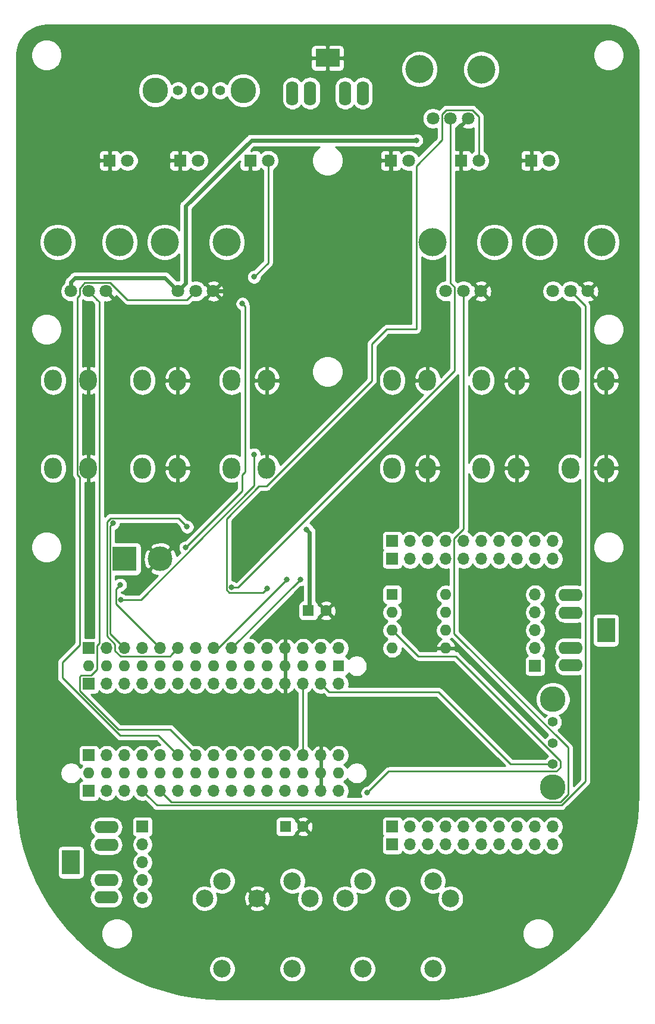
<source format=gbr>
G04 #@! TF.GenerationSoftware,KiCad,Pcbnew,(5.1.5)-3*
G04 #@! TF.CreationDate,2021-12-13T15:39:07+00:00*
G04 #@! TF.ProjectId,drumkid,6472756d-6b69-4642-9e6b-696361645f70,rev?*
G04 #@! TF.SameCoordinates,Original*
G04 #@! TF.FileFunction,Copper,L1,Top*
G04 #@! TF.FilePolarity,Positive*
%FSLAX46Y46*%
G04 Gerber Fmt 4.6, Leading zero omitted, Abs format (unit mm)*
G04 Created by KiCad (PCBNEW (5.1.5)-3) date 2021-12-13 15:39:07*
%MOMM*%
%LPD*%
G04 APERTURE LIST*
%ADD10R,1.600000X1.600000*%
%ADD11O,1.600000X1.600000*%
%ADD12O,2.500000X3.000000*%
%ADD13C,1.600000*%
%ADD14O,1.700000X1.700000*%
%ADD15R,1.700000X1.700000*%
%ADD16O,3.500000X1.750000*%
%ADD17R,2.500000X3.500000*%
%ADD18C,3.653000*%
%ADD19C,1.400000*%
%ADD20R,1.800000X1.800000*%
%ADD21C,1.800000*%
%ADD22C,2.499360*%
%ADD23R,3.500000X2.500000*%
%ADD24O,1.750000X3.500000*%
%ADD25C,4.000000*%
%ADD26R,3.500120X3.500120*%
%ADD27C,3.500120*%
%ADD28C,0.800000*%
%ADD29C,0.625000*%
%ADD30C,0.250000*%
%ADD31C,0.254000*%
G04 APERTURE END LIST*
D10*
X109220000Y-111760000D03*
D11*
X116840000Y-119380000D03*
X109220000Y-114300000D03*
X116840000Y-116840000D03*
X109220000Y-116840000D03*
X116840000Y-114300000D03*
X109220000Y-119380000D03*
X116840000Y-111760000D03*
D12*
X65960000Y-81280000D03*
X60960000Y-81280000D03*
X65960000Y-93780000D03*
X60960000Y-93780000D03*
X78660000Y-81280000D03*
X73660000Y-81280000D03*
X78660000Y-93780000D03*
X73660000Y-93780000D03*
X91360000Y-81280000D03*
X86360000Y-81280000D03*
X91360000Y-93780000D03*
X86360000Y-93780000D03*
X114220000Y-81280000D03*
X109220000Y-81280000D03*
X114220000Y-93780000D03*
X109220000Y-93780000D03*
X126920000Y-81280000D03*
X121920000Y-81280000D03*
X126920000Y-93780000D03*
X121920000Y-93780000D03*
X139620000Y-81280000D03*
X134620000Y-81280000D03*
X139620000Y-93780000D03*
X134620000Y-93780000D03*
D13*
X99782000Y-114046000D03*
D10*
X97282000Y-114046000D03*
D13*
X96520000Y-144780000D03*
D10*
X94020000Y-144780000D03*
D14*
X101600000Y-124460000D03*
X99060000Y-124460000D03*
X96520000Y-124460000D03*
X93980000Y-124460000D03*
X91440000Y-124460000D03*
X88900000Y-124460000D03*
X86360000Y-124460000D03*
X83820000Y-124460000D03*
X81280000Y-124460000D03*
X78740000Y-124460000D03*
X76200000Y-124460000D03*
X73660000Y-124460000D03*
X71120000Y-124460000D03*
X68580000Y-124460000D03*
D15*
X66040000Y-124460000D03*
D14*
X101600000Y-134620000D03*
X99060000Y-134620000D03*
X96520000Y-134620000D03*
X93980000Y-134620000D03*
X91440000Y-134620000D03*
X88900000Y-134620000D03*
X86360000Y-134620000D03*
X83820000Y-134620000D03*
X81280000Y-134620000D03*
X78740000Y-134620000D03*
X76200000Y-134620000D03*
X73660000Y-134620000D03*
X71120000Y-134620000D03*
X68580000Y-134620000D03*
D15*
X66040000Y-134620000D03*
D14*
X132080000Y-106680000D03*
X129540000Y-106680000D03*
X127000000Y-106680000D03*
X124460000Y-106680000D03*
X121920000Y-106680000D03*
X119380000Y-106680000D03*
X116840000Y-106680000D03*
X114300000Y-106680000D03*
X111760000Y-106680000D03*
D15*
X109220000Y-106680000D03*
D14*
X132080000Y-144780000D03*
X129540000Y-144780000D03*
X127000000Y-144780000D03*
X124460000Y-144780000D03*
X121920000Y-144780000D03*
X119380000Y-144780000D03*
X116840000Y-144780000D03*
X114300000Y-144780000D03*
X111760000Y-144780000D03*
D15*
X109220000Y-144780000D03*
D16*
X68506000Y-144860000D03*
X68506000Y-154860000D03*
X68506000Y-147360000D03*
X68506000Y-152360000D03*
D17*
X63500000Y-149860000D03*
D14*
X73660000Y-154940000D03*
X73660000Y-152400000D03*
X73660000Y-149860000D03*
X73660000Y-147320000D03*
D15*
X73660000Y-144780000D03*
D16*
X134620000Y-121840000D03*
X134620000Y-111840000D03*
X134620000Y-119340000D03*
X134620000Y-114340000D03*
D17*
X139626000Y-116840000D03*
D14*
X129540000Y-111760000D03*
X129540000Y-114300000D03*
X129540000Y-116840000D03*
X129540000Y-119380000D03*
D15*
X129540000Y-121920000D03*
D18*
X132080000Y-126640000D03*
X132080000Y-139140000D03*
D19*
X132080000Y-129890000D03*
X132080000Y-132890000D03*
X132080000Y-135890000D03*
D20*
X129000000Y-50000000D03*
D21*
X131540000Y-50000000D03*
D20*
X69000000Y-50000000D03*
D21*
X71540000Y-50000000D03*
D20*
X119000000Y-50000000D03*
D21*
X121540000Y-50000000D03*
D14*
X101600000Y-139700000D03*
X99060000Y-139700000D03*
X96520000Y-139700000D03*
X93980000Y-139700000D03*
X91440000Y-139700000D03*
X88900000Y-139700000D03*
X86360000Y-139700000D03*
X83820000Y-139700000D03*
X81280000Y-139700000D03*
X78740000Y-139700000D03*
X76200000Y-139700000D03*
X73660000Y-139700000D03*
X71120000Y-139700000D03*
X68580000Y-139700000D03*
D15*
X66040000Y-139700000D03*
D21*
X91540000Y-50000000D03*
D20*
X89000000Y-50000000D03*
D21*
X111540000Y-50000000D03*
D20*
X109000000Y-50000000D03*
D11*
X66040000Y-137160000D03*
X66040000Y-121920000D03*
X101600000Y-137160000D03*
X68580000Y-121920000D03*
X99060000Y-137160000D03*
X71120000Y-121920000D03*
X96520000Y-137160000D03*
X73660000Y-121920000D03*
X93980000Y-137160000D03*
X76200000Y-121920000D03*
X91440000Y-137160000D03*
X78740000Y-121920000D03*
X88900000Y-137160000D03*
X81280000Y-121920000D03*
X86360000Y-137160000D03*
X83820000Y-121920000D03*
X83820000Y-137160000D03*
X86360000Y-121920000D03*
X81280000Y-137160000D03*
X88900000Y-121920000D03*
X78740000Y-137160000D03*
X91440000Y-121920000D03*
X76200000Y-137160000D03*
X93980000Y-121920000D03*
X73660000Y-137160000D03*
X96520000Y-121920000D03*
X71120000Y-137160000D03*
X99060000Y-121920000D03*
X68580000Y-137160000D03*
D10*
X101600000Y-121920000D03*
D21*
X81540000Y-50000000D03*
D20*
X79000000Y-50000000D03*
D22*
X102503180Y-155005100D03*
X114997440Y-152503200D03*
X110001260Y-155002560D03*
X117499340Y-155005100D03*
X105005080Y-152503200D03*
X115002520Y-165000000D03*
X105000000Y-165000000D03*
D15*
X66040000Y-119380000D03*
D14*
X68580000Y-119380000D03*
X71120000Y-119380000D03*
X73660000Y-119380000D03*
X76200000Y-119380000D03*
X78740000Y-119380000D03*
X81280000Y-119380000D03*
X83820000Y-119380000D03*
X86360000Y-119380000D03*
X88900000Y-119380000D03*
X91440000Y-119380000D03*
X93980000Y-119380000D03*
X96520000Y-119380000D03*
X99060000Y-119380000D03*
X101600000Y-119380000D03*
D19*
X78740000Y-40000000D03*
X81740000Y-40000000D03*
X84740000Y-40000000D03*
D18*
X75490000Y-40000000D03*
X87990000Y-40000000D03*
D22*
X84997480Y-165000000D03*
X95000000Y-165000000D03*
X85002560Y-152503200D03*
X97496820Y-155005100D03*
X89998740Y-155002560D03*
X94994920Y-152503200D03*
X82500660Y-155005100D03*
D23*
X100000000Y-35404000D03*
D24*
X102500000Y-40410000D03*
X97500000Y-40410000D03*
X105000000Y-40410000D03*
X95000000Y-40410000D03*
D25*
X114940000Y-61580000D03*
X123740000Y-61595000D03*
D21*
X116840000Y-68580000D03*
X119340000Y-68580000D03*
X121840000Y-68580000D03*
D25*
X130180000Y-61580000D03*
X138980000Y-61595000D03*
D21*
X132080000Y-68580000D03*
X134580000Y-68580000D03*
X137080000Y-68580000D03*
D25*
X76840000Y-61580000D03*
X85640000Y-61595000D03*
D21*
X78740000Y-68580000D03*
X81240000Y-68580000D03*
X83740000Y-68580000D03*
D25*
X113100000Y-37000000D03*
X121900000Y-37015000D03*
D21*
X115000000Y-44000000D03*
X117500000Y-44000000D03*
X120000000Y-44000000D03*
D25*
X61600000Y-61580000D03*
X70400000Y-61595000D03*
D21*
X63500000Y-68580000D03*
X66000000Y-68580000D03*
X68500000Y-68580000D03*
D26*
X71120000Y-106680000D03*
D27*
X76200000Y-106680000D03*
D14*
X132080000Y-104140000D03*
X129540000Y-104140000D03*
X127000000Y-104140000D03*
X124460000Y-104140000D03*
X121920000Y-104140000D03*
X119380000Y-104140000D03*
X116840000Y-104140000D03*
X114300000Y-104140000D03*
X111760000Y-104140000D03*
D15*
X109220000Y-104140000D03*
D14*
X132080000Y-147320000D03*
X129540000Y-147320000D03*
X127000000Y-147320000D03*
X124460000Y-147320000D03*
X121920000Y-147320000D03*
X119380000Y-147320000D03*
X116840000Y-147320000D03*
X114300000Y-147320000D03*
X111760000Y-147320000D03*
D15*
X109220000Y-147320000D03*
D28*
X94234000Y-109601000D03*
X91440000Y-110871000D03*
X96139000Y-109601000D03*
X70612000Y-112522000D03*
X89535000Y-66548000D03*
X89535000Y-91821000D03*
X69469000Y-101600000D03*
X80010000Y-102108000D03*
X70485000Y-110363000D03*
X105664000Y-139954000D03*
X97028000Y-102489000D03*
X112649000Y-47117000D03*
X86360000Y-110744000D03*
X79793143Y-105066993D03*
X87884000Y-70358000D03*
D29*
X109000000Y-51525000D02*
X109000000Y-50000000D01*
X91945000Y-68580000D02*
X109000000Y-51525000D01*
X83740000Y-68580000D02*
X91945000Y-68580000D01*
D30*
X64715001Y-125420003D02*
X70231998Y-130937000D01*
X77597000Y-130937000D02*
X81280000Y-134620000D01*
X70231998Y-130937000D02*
X77597000Y-130937000D01*
X64715001Y-123499997D02*
X64715001Y-125420003D01*
X64929999Y-123284999D02*
X64715001Y-123499997D01*
X66340003Y-123284999D02*
X64929999Y-123284999D01*
X67215001Y-122410001D02*
X66340003Y-123284999D01*
X66000000Y-68580000D02*
X67215001Y-69795001D01*
X67215001Y-119005997D02*
X67215001Y-122410001D01*
X67535010Y-118685988D02*
X67215001Y-119005997D01*
X67535010Y-70115010D02*
X67215001Y-69795001D01*
X67535010Y-118685988D02*
X67535010Y-70115010D01*
X77791501Y-141291501D02*
X77049999Y-140549999D01*
X133112721Y-141291501D02*
X77791501Y-141291501D01*
X134231501Y-140172721D02*
X133112721Y-141291501D01*
X118015001Y-117307999D02*
X134231501Y-133524499D01*
X118015001Y-103765997D02*
X118015001Y-117307999D01*
X134231501Y-133524499D02*
X134231501Y-140172721D01*
X119340000Y-102440998D02*
X118015001Y-103765997D01*
X77049999Y-140549999D02*
X76200000Y-139700000D01*
X119340000Y-68580000D02*
X119340000Y-102440998D01*
X62274999Y-123616411D02*
X70484588Y-131826000D01*
X62274999Y-121346799D02*
X62274999Y-123616411D01*
X64725001Y-118896797D02*
X62274999Y-121346799D01*
X65411999Y-67354999D02*
X64800000Y-68100000D01*
X75946000Y-131826000D02*
X78740000Y-134620000D01*
X64774999Y-68125001D02*
X64774999Y-69118003D01*
X69088001Y-67354999D02*
X65411999Y-67354999D01*
X71538003Y-69805001D02*
X69088001Y-67354999D01*
X64384990Y-69508012D02*
X64384990Y-94682390D01*
X70484588Y-131826000D02*
X75946000Y-131826000D01*
X64725001Y-95022401D02*
X64725001Y-118896797D01*
X80014999Y-69805001D02*
X71538003Y-69805001D01*
X64800000Y-68100000D02*
X64774999Y-68125001D01*
X64774999Y-69118003D02*
X64384990Y-69508012D01*
X81240000Y-68580000D02*
X80014999Y-69805001D01*
X64384990Y-94682390D02*
X64725001Y-95022401D01*
X133299121Y-141741511D02*
X75701511Y-141741511D01*
X74509999Y-140549999D02*
X73660000Y-139700000D01*
X136695010Y-138345622D02*
X133299121Y-141741511D01*
X136695010Y-70695010D02*
X136695010Y-138345622D01*
X75701511Y-141741511D02*
X74509999Y-140549999D01*
X134580000Y-68580000D02*
X136695010Y-70695010D01*
X84455000Y-119380000D02*
X83820000Y-119380000D01*
X94234000Y-109601000D02*
X84455000Y-119380000D01*
X121540000Y-48727208D02*
X121540000Y-50000000D01*
X121540000Y-43726998D02*
X121540000Y-48727208D01*
X116911999Y-42774999D02*
X120588001Y-42774999D01*
X116274999Y-43411999D02*
X116911999Y-42774999D01*
X116274999Y-47078003D02*
X116274999Y-43411999D01*
X120588001Y-42774999D02*
X121540000Y-43726998D01*
X112614999Y-50738003D02*
X116274999Y-47078003D01*
X112614999Y-73972502D02*
X112614999Y-50738003D01*
X85634999Y-111092001D02*
X85634999Y-100952502D01*
X86011999Y-111469001D02*
X85634999Y-111092001D01*
X90841999Y-111469001D02*
X86011999Y-111469001D01*
X91440000Y-110871000D02*
X90841999Y-111469001D01*
X85634999Y-100952502D02*
X90260001Y-96327500D01*
X91289900Y-96327500D02*
X106300000Y-81317400D01*
X90260001Y-96327500D02*
X91289900Y-96327500D01*
X106300000Y-81317400D02*
X106300000Y-76100000D01*
X108400000Y-74000000D02*
X108900000Y-74000000D01*
X106300000Y-76100000D02*
X108400000Y-74000000D01*
X108900000Y-74000000D02*
X112614999Y-73972502D01*
X96139000Y-109601000D02*
X86360000Y-119380000D01*
X73429091Y-112522000D02*
X70612000Y-112522000D01*
X91540000Y-50000000D02*
X91540000Y-64543000D01*
X91540000Y-64543000D02*
X89535000Y-66548000D01*
X89535000Y-91821000D02*
X89535000Y-96266000D01*
X89535000Y-96266000D02*
X89154000Y-96647000D01*
X89154000Y-96647000D02*
X73429091Y-112522000D01*
X115800003Y-125635001D02*
X100235001Y-125635001D01*
X99909999Y-125309999D02*
X99060000Y-124460000D01*
X126055002Y-135890000D02*
X115800003Y-125635001D01*
X100235001Y-125635001D02*
X99909999Y-125309999D01*
X132080000Y-135890000D02*
X126055002Y-135890000D01*
X70270001Y-118530001D02*
X71120000Y-119380000D01*
X69044939Y-102024061D02*
X69044939Y-117304939D01*
X69044939Y-117304939D02*
X70270001Y-118530001D01*
X69469000Y-101600000D02*
X69044939Y-102024061D01*
X77890001Y-120229999D02*
X78740000Y-119380000D01*
X77564999Y-120555001D02*
X77890001Y-120229999D01*
X69755001Y-119754003D02*
X70555999Y-120555001D01*
X69755001Y-118815999D02*
X69755001Y-119754003D01*
X68594930Y-117655928D02*
X69755001Y-118815999D01*
X68594930Y-101401068D02*
X68594930Y-117655928D01*
X69120999Y-100874999D02*
X68594930Y-101401068D01*
X78776999Y-100874999D02*
X69120999Y-100874999D01*
X70555999Y-120555001D02*
X77564999Y-120555001D01*
X80010000Y-102108000D02*
X78776999Y-100874999D01*
X69886999Y-113066999D02*
X75350001Y-118530001D01*
X75350001Y-118530001D02*
X76200000Y-119380000D01*
X69886999Y-110961001D02*
X69886999Y-113066999D01*
X70485000Y-110363000D02*
X69886999Y-110961001D01*
X118212003Y-120505001D02*
X112885001Y-120505001D01*
X108702999Y-136915001D02*
X132572001Y-136915001D01*
X132572001Y-136915001D02*
X133105001Y-136382001D01*
X105664000Y-139954000D02*
X108702999Y-136915001D01*
X112885001Y-120505001D02*
X109220000Y-116840000D01*
X133105001Y-136382001D02*
X133105001Y-135397999D01*
X133105001Y-135397999D02*
X118212003Y-120505001D01*
D29*
X63500000Y-67307208D02*
X63500000Y-68580000D01*
X76877489Y-66717489D02*
X64089719Y-66717489D01*
X64089719Y-66717489D02*
X63500000Y-67307208D01*
X78740000Y-68580000D02*
X76877489Y-66717489D01*
X97427999Y-113900001D02*
X97282000Y-114046000D01*
X97427999Y-102888999D02*
X97427999Y-113900001D01*
X97028000Y-102489000D02*
X97427999Y-102888999D01*
X89160498Y-47117000D02*
X112649000Y-47117000D01*
X79827499Y-56449999D02*
X89160498Y-47117000D01*
X78740000Y-68580000D02*
X79827499Y-67492501D01*
X79827499Y-67492501D02*
X79827499Y-56449999D01*
D30*
X96520000Y-124460000D02*
X96520000Y-134620000D01*
X86925685Y-110744000D02*
X86360000Y-110744000D01*
X117500000Y-44000000D02*
X117500000Y-67426998D01*
X87233400Y-110744000D02*
X86925685Y-110744000D01*
X117500000Y-67426998D02*
X118065001Y-67991999D01*
X118065001Y-79912399D02*
X87233400Y-110744000D01*
X118065001Y-67991999D02*
X118065001Y-79912399D01*
X79793143Y-105066993D02*
X87884000Y-96976136D01*
X88283999Y-94333401D02*
X88283999Y-70757999D01*
X87884000Y-96976136D02*
X87884000Y-94733400D01*
X88283999Y-70757999D02*
X87884000Y-70358000D01*
X87884000Y-94733400D02*
X88283999Y-94333401D01*
D31*
G36*
X140754747Y-30805281D02*
G01*
X141485643Y-31005231D01*
X142169575Y-31331450D01*
X142784928Y-31773626D01*
X143312259Y-32317789D01*
X143734886Y-32946726D01*
X144039463Y-33640570D01*
X144217715Y-34383039D01*
X144265000Y-35026949D01*
X144265001Y-139986809D01*
X144189634Y-142092345D01*
X143965335Y-144173970D01*
X143592779Y-146234234D01*
X143073870Y-148262597D01*
X142411274Y-150248645D01*
X141608366Y-152182261D01*
X140669274Y-154053507D01*
X139598785Y-155852836D01*
X138402401Y-157571009D01*
X137086217Y-159199262D01*
X135656998Y-160729233D01*
X134122043Y-162153108D01*
X132489220Y-163463585D01*
X130766874Y-164653973D01*
X128963821Y-165718172D01*
X127089308Y-166650728D01*
X125152901Y-167446881D01*
X123164547Y-168102542D01*
X121134394Y-168614365D01*
X119072830Y-168979730D01*
X116989798Y-169196827D01*
X114987502Y-169265000D01*
X85013163Y-169265000D01*
X82907655Y-169189634D01*
X80826030Y-168965335D01*
X78765766Y-168592779D01*
X76737403Y-168073870D01*
X74751355Y-167411274D01*
X72817739Y-166608366D01*
X70946493Y-165669274D01*
X69509538Y-164814375D01*
X83112800Y-164814375D01*
X83112800Y-165185625D01*
X83185227Y-165549741D01*
X83327298Y-165892731D01*
X83533554Y-166201413D01*
X83796067Y-166463926D01*
X84104749Y-166670182D01*
X84447739Y-166812253D01*
X84811855Y-166884680D01*
X85183105Y-166884680D01*
X85547221Y-166812253D01*
X85890211Y-166670182D01*
X86198893Y-166463926D01*
X86461406Y-166201413D01*
X86667662Y-165892731D01*
X86809733Y-165549741D01*
X86882160Y-165185625D01*
X86882160Y-164814375D01*
X93115320Y-164814375D01*
X93115320Y-165185625D01*
X93187747Y-165549741D01*
X93329818Y-165892731D01*
X93536074Y-166201413D01*
X93798587Y-166463926D01*
X94107269Y-166670182D01*
X94450259Y-166812253D01*
X94814375Y-166884680D01*
X95185625Y-166884680D01*
X95549741Y-166812253D01*
X95892731Y-166670182D01*
X96201413Y-166463926D01*
X96463926Y-166201413D01*
X96670182Y-165892731D01*
X96812253Y-165549741D01*
X96884680Y-165185625D01*
X96884680Y-164814375D01*
X103115320Y-164814375D01*
X103115320Y-165185625D01*
X103187747Y-165549741D01*
X103329818Y-165892731D01*
X103536074Y-166201413D01*
X103798587Y-166463926D01*
X104107269Y-166670182D01*
X104450259Y-166812253D01*
X104814375Y-166884680D01*
X105185625Y-166884680D01*
X105549741Y-166812253D01*
X105892731Y-166670182D01*
X106201413Y-166463926D01*
X106463926Y-166201413D01*
X106670182Y-165892731D01*
X106812253Y-165549741D01*
X106884680Y-165185625D01*
X106884680Y-164814375D01*
X113117840Y-164814375D01*
X113117840Y-165185625D01*
X113190267Y-165549741D01*
X113332338Y-165892731D01*
X113538594Y-166201413D01*
X113801107Y-166463926D01*
X114109789Y-166670182D01*
X114452779Y-166812253D01*
X114816895Y-166884680D01*
X115188145Y-166884680D01*
X115552261Y-166812253D01*
X115895251Y-166670182D01*
X116203933Y-166463926D01*
X116466446Y-166201413D01*
X116672702Y-165892731D01*
X116814773Y-165549741D01*
X116887200Y-165185625D01*
X116887200Y-164814375D01*
X116814773Y-164450259D01*
X116672702Y-164107269D01*
X116466446Y-163798587D01*
X116203933Y-163536074D01*
X115895251Y-163329818D01*
X115552261Y-163187747D01*
X115188145Y-163115320D01*
X114816895Y-163115320D01*
X114452779Y-163187747D01*
X114109789Y-163329818D01*
X113801107Y-163536074D01*
X113538594Y-163798587D01*
X113332338Y-164107269D01*
X113190267Y-164450259D01*
X113117840Y-164814375D01*
X106884680Y-164814375D01*
X106812253Y-164450259D01*
X106670182Y-164107269D01*
X106463926Y-163798587D01*
X106201413Y-163536074D01*
X105892731Y-163329818D01*
X105549741Y-163187747D01*
X105185625Y-163115320D01*
X104814375Y-163115320D01*
X104450259Y-163187747D01*
X104107269Y-163329818D01*
X103798587Y-163536074D01*
X103536074Y-163798587D01*
X103329818Y-164107269D01*
X103187747Y-164450259D01*
X103115320Y-164814375D01*
X96884680Y-164814375D01*
X96812253Y-164450259D01*
X96670182Y-164107269D01*
X96463926Y-163798587D01*
X96201413Y-163536074D01*
X95892731Y-163329818D01*
X95549741Y-163187747D01*
X95185625Y-163115320D01*
X94814375Y-163115320D01*
X94450259Y-163187747D01*
X94107269Y-163329818D01*
X93798587Y-163536074D01*
X93536074Y-163798587D01*
X93329818Y-164107269D01*
X93187747Y-164450259D01*
X93115320Y-164814375D01*
X86882160Y-164814375D01*
X86809733Y-164450259D01*
X86667662Y-164107269D01*
X86461406Y-163798587D01*
X86198893Y-163536074D01*
X85890211Y-163329818D01*
X85547221Y-163187747D01*
X85183105Y-163115320D01*
X84811855Y-163115320D01*
X84447739Y-163187747D01*
X84104749Y-163329818D01*
X83796067Y-163536074D01*
X83533554Y-163798587D01*
X83327298Y-164107269D01*
X83185227Y-164450259D01*
X83112800Y-164814375D01*
X69509538Y-164814375D01*
X69147164Y-164598785D01*
X67428991Y-163402401D01*
X65800738Y-162086217D01*
X64270767Y-160656998D01*
X63457116Y-159779872D01*
X67765000Y-159779872D01*
X67765000Y-160220128D01*
X67850890Y-160651925D01*
X68019369Y-161058669D01*
X68263962Y-161424729D01*
X68575271Y-161736038D01*
X68941331Y-161980631D01*
X69348075Y-162149110D01*
X69779872Y-162235000D01*
X70220128Y-162235000D01*
X70651925Y-162149110D01*
X71058669Y-161980631D01*
X71424729Y-161736038D01*
X71736038Y-161424729D01*
X71980631Y-161058669D01*
X72149110Y-160651925D01*
X72235000Y-160220128D01*
X72235000Y-159779872D01*
X127765000Y-159779872D01*
X127765000Y-160220128D01*
X127850890Y-160651925D01*
X128019369Y-161058669D01*
X128263962Y-161424729D01*
X128575271Y-161736038D01*
X128941331Y-161980631D01*
X129348075Y-162149110D01*
X129779872Y-162235000D01*
X130220128Y-162235000D01*
X130651925Y-162149110D01*
X131058669Y-161980631D01*
X131424729Y-161736038D01*
X131736038Y-161424729D01*
X131980631Y-161058669D01*
X132149110Y-160651925D01*
X132235000Y-160220128D01*
X132235000Y-159779872D01*
X132149110Y-159348075D01*
X131980631Y-158941331D01*
X131736038Y-158575271D01*
X131424729Y-158263962D01*
X131058669Y-158019369D01*
X130651925Y-157850890D01*
X130220128Y-157765000D01*
X129779872Y-157765000D01*
X129348075Y-157850890D01*
X128941331Y-158019369D01*
X128575271Y-158263962D01*
X128263962Y-158575271D01*
X128019369Y-158941331D01*
X127850890Y-159348075D01*
X127765000Y-159779872D01*
X72235000Y-159779872D01*
X72149110Y-159348075D01*
X71980631Y-158941331D01*
X71736038Y-158575271D01*
X71424729Y-158263962D01*
X71058669Y-158019369D01*
X70651925Y-157850890D01*
X70220128Y-157765000D01*
X69779872Y-157765000D01*
X69348075Y-157850890D01*
X68941331Y-158019369D01*
X68575271Y-158263962D01*
X68263962Y-158575271D01*
X68019369Y-158941331D01*
X67850890Y-159348075D01*
X67765000Y-159779872D01*
X63457116Y-159779872D01*
X62846892Y-159122043D01*
X61536415Y-157489220D01*
X60346027Y-155766874D01*
X59281828Y-153963821D01*
X58483940Y-152360000D01*
X66113694Y-152360000D01*
X66142849Y-152656012D01*
X66229192Y-152940648D01*
X66369406Y-153202970D01*
X66558103Y-153432897D01*
X66773903Y-153610000D01*
X66558103Y-153787103D01*
X66369406Y-154017030D01*
X66229192Y-154279352D01*
X66142849Y-154563988D01*
X66113694Y-154860000D01*
X66142849Y-155156012D01*
X66229192Y-155440648D01*
X66369406Y-155702970D01*
X66558103Y-155932897D01*
X66788030Y-156121594D01*
X67050352Y-156261808D01*
X67334988Y-156348151D01*
X67556822Y-156370000D01*
X69455178Y-156370000D01*
X69677012Y-156348151D01*
X69961648Y-156261808D01*
X70223970Y-156121594D01*
X70453897Y-155932897D01*
X70642594Y-155702970D01*
X70782808Y-155440648D01*
X70869151Y-155156012D01*
X70898306Y-154860000D01*
X70869151Y-154563988D01*
X70782808Y-154279352D01*
X70642594Y-154017030D01*
X70453897Y-153787103D01*
X70238097Y-153610000D01*
X70453897Y-153432897D01*
X70642594Y-153202970D01*
X70782808Y-152940648D01*
X70869151Y-152656012D01*
X70898306Y-152360000D01*
X70869151Y-152063988D01*
X70782808Y-151779352D01*
X70642594Y-151517030D01*
X70453897Y-151287103D01*
X70223970Y-151098406D01*
X69961648Y-150958192D01*
X69677012Y-150871849D01*
X69455178Y-150850000D01*
X67556822Y-150850000D01*
X67334988Y-150871849D01*
X67050352Y-150958192D01*
X66788030Y-151098406D01*
X66558103Y-151287103D01*
X66369406Y-151517030D01*
X66229192Y-151779352D01*
X66142849Y-152063988D01*
X66113694Y-152360000D01*
X58483940Y-152360000D01*
X58349272Y-152089308D01*
X57553119Y-150152901D01*
X56897458Y-148164547D01*
X56883707Y-148110000D01*
X61611928Y-148110000D01*
X61611928Y-151610000D01*
X61624188Y-151734482D01*
X61660498Y-151854180D01*
X61719463Y-151964494D01*
X61798815Y-152061185D01*
X61895506Y-152140537D01*
X62005820Y-152199502D01*
X62125518Y-152235812D01*
X62250000Y-152248072D01*
X64750000Y-152248072D01*
X64874482Y-152235812D01*
X64994180Y-152199502D01*
X65104494Y-152140537D01*
X65201185Y-152061185D01*
X65280537Y-151964494D01*
X65339502Y-151854180D01*
X65375812Y-151734482D01*
X65388072Y-151610000D01*
X65388072Y-148110000D01*
X65375812Y-147985518D01*
X65339502Y-147865820D01*
X65280537Y-147755506D01*
X65201185Y-147658815D01*
X65104494Y-147579463D01*
X64994180Y-147520498D01*
X64874482Y-147484188D01*
X64750000Y-147471928D01*
X62250000Y-147471928D01*
X62125518Y-147484188D01*
X62005820Y-147520498D01*
X61895506Y-147579463D01*
X61798815Y-147658815D01*
X61719463Y-147755506D01*
X61660498Y-147865820D01*
X61624188Y-147985518D01*
X61611928Y-148110000D01*
X56883707Y-148110000D01*
X56385635Y-146134394D01*
X56159778Y-144860000D01*
X66113694Y-144860000D01*
X66142849Y-145156012D01*
X66229192Y-145440648D01*
X66369406Y-145702970D01*
X66558103Y-145932897D01*
X66773903Y-146110000D01*
X66558103Y-146287103D01*
X66369406Y-146517030D01*
X66229192Y-146779352D01*
X66142849Y-147063988D01*
X66113694Y-147360000D01*
X66142849Y-147656012D01*
X66229192Y-147940648D01*
X66369406Y-148202970D01*
X66558103Y-148432897D01*
X66788030Y-148621594D01*
X67050352Y-148761808D01*
X67334988Y-148848151D01*
X67556822Y-148870000D01*
X69455178Y-148870000D01*
X69677012Y-148848151D01*
X69961648Y-148761808D01*
X70223970Y-148621594D01*
X70453897Y-148432897D01*
X70642594Y-148202970D01*
X70782808Y-147940648D01*
X70869151Y-147656012D01*
X70898306Y-147360000D01*
X70869151Y-147063988D01*
X70782808Y-146779352D01*
X70642594Y-146517030D01*
X70453897Y-146287103D01*
X70238097Y-146110000D01*
X70453897Y-145932897D01*
X70642594Y-145702970D01*
X70782808Y-145440648D01*
X70869151Y-145156012D01*
X70898306Y-144860000D01*
X70869151Y-144563988D01*
X70782808Y-144279352D01*
X70642594Y-144017030D01*
X70571171Y-143930000D01*
X72171928Y-143930000D01*
X72171928Y-145630000D01*
X72184188Y-145754482D01*
X72220498Y-145874180D01*
X72279463Y-145984494D01*
X72358815Y-146081185D01*
X72455506Y-146160537D01*
X72565820Y-146219502D01*
X72638380Y-146241513D01*
X72506525Y-146373368D01*
X72344010Y-146616589D01*
X72232068Y-146886842D01*
X72175000Y-147173740D01*
X72175000Y-147466260D01*
X72232068Y-147753158D01*
X72344010Y-148023411D01*
X72506525Y-148266632D01*
X72713368Y-148473475D01*
X72887760Y-148590000D01*
X72713368Y-148706525D01*
X72506525Y-148913368D01*
X72344010Y-149156589D01*
X72232068Y-149426842D01*
X72175000Y-149713740D01*
X72175000Y-150006260D01*
X72232068Y-150293158D01*
X72344010Y-150563411D01*
X72506525Y-150806632D01*
X72713368Y-151013475D01*
X72887760Y-151130000D01*
X72713368Y-151246525D01*
X72506525Y-151453368D01*
X72344010Y-151696589D01*
X72232068Y-151966842D01*
X72175000Y-152253740D01*
X72175000Y-152546260D01*
X72232068Y-152833158D01*
X72344010Y-153103411D01*
X72506525Y-153346632D01*
X72713368Y-153553475D01*
X72887760Y-153670000D01*
X72713368Y-153786525D01*
X72506525Y-153993368D01*
X72344010Y-154236589D01*
X72232068Y-154506842D01*
X72175000Y-154793740D01*
X72175000Y-155086260D01*
X72232068Y-155373158D01*
X72344010Y-155643411D01*
X72506525Y-155886632D01*
X72713368Y-156093475D01*
X72956589Y-156255990D01*
X73226842Y-156367932D01*
X73513740Y-156425000D01*
X73806260Y-156425000D01*
X74093158Y-156367932D01*
X74363411Y-156255990D01*
X74606632Y-156093475D01*
X74813475Y-155886632D01*
X74975990Y-155643411D01*
X75087932Y-155373158D01*
X75145000Y-155086260D01*
X75145000Y-154819475D01*
X80615980Y-154819475D01*
X80615980Y-155190725D01*
X80688407Y-155554841D01*
X80830478Y-155897831D01*
X81036734Y-156206513D01*
X81299247Y-156469026D01*
X81607929Y-156675282D01*
X81950919Y-156817353D01*
X82315035Y-156889780D01*
X82686285Y-156889780D01*
X83050401Y-156817353D01*
X83393391Y-156675282D01*
X83702073Y-156469026D01*
X83855162Y-156315937D01*
X88864969Y-156315937D01*
X88990844Y-156605875D01*
X89323002Y-156771699D01*
X89681127Y-156869535D01*
X90051459Y-156895625D01*
X90419765Y-156848965D01*
X90771891Y-156731349D01*
X91006636Y-156605875D01*
X91132511Y-156315937D01*
X89998740Y-155182165D01*
X88864969Y-156315937D01*
X83855162Y-156315937D01*
X83964586Y-156206513D01*
X84170842Y-155897831D01*
X84312913Y-155554841D01*
X84385340Y-155190725D01*
X84385340Y-155055279D01*
X88105675Y-155055279D01*
X88152335Y-155423585D01*
X88269951Y-155775711D01*
X88395425Y-156010456D01*
X88685363Y-156136331D01*
X89819135Y-155002560D01*
X90178345Y-155002560D01*
X91312117Y-156136331D01*
X91602055Y-156010456D01*
X91767879Y-155678298D01*
X91865715Y-155320173D01*
X91891805Y-154949841D01*
X91845145Y-154581535D01*
X91727529Y-154229409D01*
X91602055Y-153994664D01*
X91312117Y-153868789D01*
X90178345Y-155002560D01*
X89819135Y-155002560D01*
X88685363Y-153868789D01*
X88395425Y-153994664D01*
X88229601Y-154326822D01*
X88131765Y-154684947D01*
X88105675Y-155055279D01*
X84385340Y-155055279D01*
X84385340Y-154819475D01*
X84312913Y-154455359D01*
X84213985Y-154216525D01*
X84452819Y-154315453D01*
X84816935Y-154387880D01*
X85188185Y-154387880D01*
X85552301Y-154315453D01*
X85895291Y-154173382D01*
X86203973Y-153967126D01*
X86466486Y-153704613D01*
X86476796Y-153689183D01*
X88864969Y-153689183D01*
X89998740Y-154822955D01*
X91132511Y-153689183D01*
X91006636Y-153399245D01*
X90674478Y-153233421D01*
X90316353Y-153135585D01*
X89946021Y-153109495D01*
X89577715Y-153156155D01*
X89225589Y-153273771D01*
X88990844Y-153399245D01*
X88864969Y-153689183D01*
X86476796Y-153689183D01*
X86672742Y-153395931D01*
X86814813Y-153052941D01*
X86887240Y-152688825D01*
X86887240Y-152317575D01*
X93110240Y-152317575D01*
X93110240Y-152688825D01*
X93182667Y-153052941D01*
X93324738Y-153395931D01*
X93530994Y-153704613D01*
X93793507Y-153967126D01*
X94102189Y-154173382D01*
X94445179Y-154315453D01*
X94809295Y-154387880D01*
X95180545Y-154387880D01*
X95544661Y-154315453D01*
X95783495Y-154216525D01*
X95684567Y-154455359D01*
X95612140Y-154819475D01*
X95612140Y-155190725D01*
X95684567Y-155554841D01*
X95826638Y-155897831D01*
X96032894Y-156206513D01*
X96295407Y-156469026D01*
X96604089Y-156675282D01*
X96947079Y-156817353D01*
X97311195Y-156889780D01*
X97682445Y-156889780D01*
X98046561Y-156817353D01*
X98389551Y-156675282D01*
X98698233Y-156469026D01*
X98960746Y-156206513D01*
X99167002Y-155897831D01*
X99309073Y-155554841D01*
X99381500Y-155190725D01*
X99381500Y-154819475D01*
X100618500Y-154819475D01*
X100618500Y-155190725D01*
X100690927Y-155554841D01*
X100832998Y-155897831D01*
X101039254Y-156206513D01*
X101301767Y-156469026D01*
X101610449Y-156675282D01*
X101953439Y-156817353D01*
X102317555Y-156889780D01*
X102688805Y-156889780D01*
X103052921Y-156817353D01*
X103395911Y-156675282D01*
X103704593Y-156469026D01*
X103967106Y-156206513D01*
X104173362Y-155897831D01*
X104315433Y-155554841D01*
X104387860Y-155190725D01*
X104387860Y-154819475D01*
X104387355Y-154816935D01*
X108116580Y-154816935D01*
X108116580Y-155188185D01*
X108189007Y-155552301D01*
X108331078Y-155895291D01*
X108537334Y-156203973D01*
X108799847Y-156466486D01*
X109108529Y-156672742D01*
X109451519Y-156814813D01*
X109815635Y-156887240D01*
X110186885Y-156887240D01*
X110551001Y-156814813D01*
X110893991Y-156672742D01*
X111202673Y-156466486D01*
X111465186Y-156203973D01*
X111671442Y-155895291D01*
X111813513Y-155552301D01*
X111885940Y-155188185D01*
X111885940Y-154816935D01*
X111813513Y-154452819D01*
X111671442Y-154109829D01*
X111465186Y-153801147D01*
X111202673Y-153538634D01*
X110893991Y-153332378D01*
X110551001Y-153190307D01*
X110186885Y-153117880D01*
X109815635Y-153117880D01*
X109451519Y-153190307D01*
X109108529Y-153332378D01*
X108799847Y-153538634D01*
X108537334Y-153801147D01*
X108331078Y-154109829D01*
X108189007Y-154452819D01*
X108116580Y-154816935D01*
X104387355Y-154816935D01*
X104315433Y-154455359D01*
X104216505Y-154216525D01*
X104455339Y-154315453D01*
X104819455Y-154387880D01*
X105190705Y-154387880D01*
X105554821Y-154315453D01*
X105897811Y-154173382D01*
X106206493Y-153967126D01*
X106469006Y-153704613D01*
X106675262Y-153395931D01*
X106817333Y-153052941D01*
X106889760Y-152688825D01*
X106889760Y-152317575D01*
X113112760Y-152317575D01*
X113112760Y-152688825D01*
X113185187Y-153052941D01*
X113327258Y-153395931D01*
X113533514Y-153704613D01*
X113796027Y-153967126D01*
X114104709Y-154173382D01*
X114447699Y-154315453D01*
X114811815Y-154387880D01*
X115183065Y-154387880D01*
X115547181Y-154315453D01*
X115786015Y-154216525D01*
X115687087Y-154455359D01*
X115614660Y-154819475D01*
X115614660Y-155190725D01*
X115687087Y-155554841D01*
X115829158Y-155897831D01*
X116035414Y-156206513D01*
X116297927Y-156469026D01*
X116606609Y-156675282D01*
X116949599Y-156817353D01*
X117313715Y-156889780D01*
X117684965Y-156889780D01*
X118049081Y-156817353D01*
X118392071Y-156675282D01*
X118700753Y-156469026D01*
X118963266Y-156206513D01*
X119169522Y-155897831D01*
X119311593Y-155554841D01*
X119384020Y-155190725D01*
X119384020Y-154819475D01*
X119311593Y-154455359D01*
X119169522Y-154112369D01*
X118963266Y-153803687D01*
X118700753Y-153541174D01*
X118392071Y-153334918D01*
X118049081Y-153192847D01*
X117684965Y-153120420D01*
X117313715Y-153120420D01*
X116949599Y-153192847D01*
X116710765Y-153291775D01*
X116809693Y-153052941D01*
X116882120Y-152688825D01*
X116882120Y-152317575D01*
X116809693Y-151953459D01*
X116667622Y-151610469D01*
X116461366Y-151301787D01*
X116198853Y-151039274D01*
X115890171Y-150833018D01*
X115547181Y-150690947D01*
X115183065Y-150618520D01*
X114811815Y-150618520D01*
X114447699Y-150690947D01*
X114104709Y-150833018D01*
X113796027Y-151039274D01*
X113533514Y-151301787D01*
X113327258Y-151610469D01*
X113185187Y-151953459D01*
X113112760Y-152317575D01*
X106889760Y-152317575D01*
X106817333Y-151953459D01*
X106675262Y-151610469D01*
X106469006Y-151301787D01*
X106206493Y-151039274D01*
X105897811Y-150833018D01*
X105554821Y-150690947D01*
X105190705Y-150618520D01*
X104819455Y-150618520D01*
X104455339Y-150690947D01*
X104112349Y-150833018D01*
X103803667Y-151039274D01*
X103541154Y-151301787D01*
X103334898Y-151610469D01*
X103192827Y-151953459D01*
X103120400Y-152317575D01*
X103120400Y-152688825D01*
X103192827Y-153052941D01*
X103291755Y-153291775D01*
X103052921Y-153192847D01*
X102688805Y-153120420D01*
X102317555Y-153120420D01*
X101953439Y-153192847D01*
X101610449Y-153334918D01*
X101301767Y-153541174D01*
X101039254Y-153803687D01*
X100832998Y-154112369D01*
X100690927Y-154455359D01*
X100618500Y-154819475D01*
X99381500Y-154819475D01*
X99309073Y-154455359D01*
X99167002Y-154112369D01*
X98960746Y-153803687D01*
X98698233Y-153541174D01*
X98389551Y-153334918D01*
X98046561Y-153192847D01*
X97682445Y-153120420D01*
X97311195Y-153120420D01*
X96947079Y-153192847D01*
X96708245Y-153291775D01*
X96807173Y-153052941D01*
X96879600Y-152688825D01*
X96879600Y-152317575D01*
X96807173Y-151953459D01*
X96665102Y-151610469D01*
X96458846Y-151301787D01*
X96196333Y-151039274D01*
X95887651Y-150833018D01*
X95544661Y-150690947D01*
X95180545Y-150618520D01*
X94809295Y-150618520D01*
X94445179Y-150690947D01*
X94102189Y-150833018D01*
X93793507Y-151039274D01*
X93530994Y-151301787D01*
X93324738Y-151610469D01*
X93182667Y-151953459D01*
X93110240Y-152317575D01*
X86887240Y-152317575D01*
X86814813Y-151953459D01*
X86672742Y-151610469D01*
X86466486Y-151301787D01*
X86203973Y-151039274D01*
X85895291Y-150833018D01*
X85552301Y-150690947D01*
X85188185Y-150618520D01*
X84816935Y-150618520D01*
X84452819Y-150690947D01*
X84109829Y-150833018D01*
X83801147Y-151039274D01*
X83538634Y-151301787D01*
X83332378Y-151610469D01*
X83190307Y-151953459D01*
X83117880Y-152317575D01*
X83117880Y-152688825D01*
X83190307Y-153052941D01*
X83289235Y-153291775D01*
X83050401Y-153192847D01*
X82686285Y-153120420D01*
X82315035Y-153120420D01*
X81950919Y-153192847D01*
X81607929Y-153334918D01*
X81299247Y-153541174D01*
X81036734Y-153803687D01*
X80830478Y-154112369D01*
X80688407Y-154455359D01*
X80615980Y-154819475D01*
X75145000Y-154819475D01*
X75145000Y-154793740D01*
X75087932Y-154506842D01*
X74975990Y-154236589D01*
X74813475Y-153993368D01*
X74606632Y-153786525D01*
X74432240Y-153670000D01*
X74606632Y-153553475D01*
X74813475Y-153346632D01*
X74975990Y-153103411D01*
X75087932Y-152833158D01*
X75145000Y-152546260D01*
X75145000Y-152253740D01*
X75087932Y-151966842D01*
X74975990Y-151696589D01*
X74813475Y-151453368D01*
X74606632Y-151246525D01*
X74432240Y-151130000D01*
X74606632Y-151013475D01*
X74813475Y-150806632D01*
X74975990Y-150563411D01*
X75087932Y-150293158D01*
X75145000Y-150006260D01*
X75145000Y-149713740D01*
X75087932Y-149426842D01*
X74975990Y-149156589D01*
X74813475Y-148913368D01*
X74606632Y-148706525D01*
X74432240Y-148590000D01*
X74606632Y-148473475D01*
X74813475Y-148266632D01*
X74975990Y-148023411D01*
X75087932Y-147753158D01*
X75145000Y-147466260D01*
X75145000Y-147173740D01*
X75087932Y-146886842D01*
X74975990Y-146616589D01*
X74813475Y-146373368D01*
X74681620Y-146241513D01*
X74754180Y-146219502D01*
X74864494Y-146160537D01*
X74961185Y-146081185D01*
X75040537Y-145984494D01*
X75099502Y-145874180D01*
X75135812Y-145754482D01*
X75148072Y-145630000D01*
X75148072Y-143980000D01*
X92581928Y-143980000D01*
X92581928Y-145580000D01*
X92594188Y-145704482D01*
X92630498Y-145824180D01*
X92689463Y-145934494D01*
X92768815Y-146031185D01*
X92865506Y-146110537D01*
X92975820Y-146169502D01*
X93095518Y-146205812D01*
X93220000Y-146218072D01*
X94820000Y-146218072D01*
X94944482Y-146205812D01*
X95064180Y-146169502D01*
X95174494Y-146110537D01*
X95271185Y-146031185D01*
X95350537Y-145934494D01*
X95409502Y-145824180D01*
X95425117Y-145772702D01*
X95706903Y-145772702D01*
X95778486Y-146016671D01*
X96033996Y-146137571D01*
X96308184Y-146206300D01*
X96590512Y-146220217D01*
X96870130Y-146178787D01*
X97136292Y-146083603D01*
X97261514Y-146016671D01*
X97333097Y-145772702D01*
X96520000Y-144959605D01*
X95706903Y-145772702D01*
X95425117Y-145772702D01*
X95445812Y-145704482D01*
X95458072Y-145580000D01*
X95458072Y-145572785D01*
X95527298Y-145593097D01*
X96340395Y-144780000D01*
X96699605Y-144780000D01*
X97512702Y-145593097D01*
X97756671Y-145521514D01*
X97877571Y-145266004D01*
X97946300Y-144991816D01*
X97960217Y-144709488D01*
X97918787Y-144429870D01*
X97823603Y-144163708D01*
X97756671Y-144038486D01*
X97512702Y-143966903D01*
X96699605Y-144780000D01*
X96340395Y-144780000D01*
X95527298Y-143966903D01*
X95458072Y-143987215D01*
X95458072Y-143980000D01*
X95445812Y-143855518D01*
X95425118Y-143787298D01*
X95706903Y-143787298D01*
X96520000Y-144600395D01*
X97190395Y-143930000D01*
X107731928Y-143930000D01*
X107731928Y-145630000D01*
X107744188Y-145754482D01*
X107780498Y-145874180D01*
X107839463Y-145984494D01*
X107893222Y-146050000D01*
X107839463Y-146115506D01*
X107780498Y-146225820D01*
X107744188Y-146345518D01*
X107731928Y-146470000D01*
X107731928Y-148170000D01*
X107744188Y-148294482D01*
X107780498Y-148414180D01*
X107839463Y-148524494D01*
X107918815Y-148621185D01*
X108015506Y-148700537D01*
X108125820Y-148759502D01*
X108245518Y-148795812D01*
X108370000Y-148808072D01*
X110070000Y-148808072D01*
X110194482Y-148795812D01*
X110314180Y-148759502D01*
X110424494Y-148700537D01*
X110521185Y-148621185D01*
X110600537Y-148524494D01*
X110659502Y-148414180D01*
X110681513Y-148341620D01*
X110813368Y-148473475D01*
X111056589Y-148635990D01*
X111326842Y-148747932D01*
X111613740Y-148805000D01*
X111906260Y-148805000D01*
X112193158Y-148747932D01*
X112463411Y-148635990D01*
X112706632Y-148473475D01*
X112913475Y-148266632D01*
X113030000Y-148092240D01*
X113146525Y-148266632D01*
X113353368Y-148473475D01*
X113596589Y-148635990D01*
X113866842Y-148747932D01*
X114153740Y-148805000D01*
X114446260Y-148805000D01*
X114733158Y-148747932D01*
X115003411Y-148635990D01*
X115246632Y-148473475D01*
X115453475Y-148266632D01*
X115570000Y-148092240D01*
X115686525Y-148266632D01*
X115893368Y-148473475D01*
X116136589Y-148635990D01*
X116406842Y-148747932D01*
X116693740Y-148805000D01*
X116986260Y-148805000D01*
X117273158Y-148747932D01*
X117543411Y-148635990D01*
X117786632Y-148473475D01*
X117993475Y-148266632D01*
X118110000Y-148092240D01*
X118226525Y-148266632D01*
X118433368Y-148473475D01*
X118676589Y-148635990D01*
X118946842Y-148747932D01*
X119233740Y-148805000D01*
X119526260Y-148805000D01*
X119813158Y-148747932D01*
X120083411Y-148635990D01*
X120326632Y-148473475D01*
X120533475Y-148266632D01*
X120650000Y-148092240D01*
X120766525Y-148266632D01*
X120973368Y-148473475D01*
X121216589Y-148635990D01*
X121486842Y-148747932D01*
X121773740Y-148805000D01*
X122066260Y-148805000D01*
X122353158Y-148747932D01*
X122623411Y-148635990D01*
X122866632Y-148473475D01*
X123073475Y-148266632D01*
X123190000Y-148092240D01*
X123306525Y-148266632D01*
X123513368Y-148473475D01*
X123756589Y-148635990D01*
X124026842Y-148747932D01*
X124313740Y-148805000D01*
X124606260Y-148805000D01*
X124893158Y-148747932D01*
X125163411Y-148635990D01*
X125406632Y-148473475D01*
X125613475Y-148266632D01*
X125730000Y-148092240D01*
X125846525Y-148266632D01*
X126053368Y-148473475D01*
X126296589Y-148635990D01*
X126566842Y-148747932D01*
X126853740Y-148805000D01*
X127146260Y-148805000D01*
X127433158Y-148747932D01*
X127703411Y-148635990D01*
X127946632Y-148473475D01*
X128153475Y-148266632D01*
X128270000Y-148092240D01*
X128386525Y-148266632D01*
X128593368Y-148473475D01*
X128836589Y-148635990D01*
X129106842Y-148747932D01*
X129393740Y-148805000D01*
X129686260Y-148805000D01*
X129973158Y-148747932D01*
X130243411Y-148635990D01*
X130486632Y-148473475D01*
X130693475Y-148266632D01*
X130810000Y-148092240D01*
X130926525Y-148266632D01*
X131133368Y-148473475D01*
X131376589Y-148635990D01*
X131646842Y-148747932D01*
X131933740Y-148805000D01*
X132226260Y-148805000D01*
X132513158Y-148747932D01*
X132783411Y-148635990D01*
X133026632Y-148473475D01*
X133233475Y-148266632D01*
X133395990Y-148023411D01*
X133507932Y-147753158D01*
X133565000Y-147466260D01*
X133565000Y-147173740D01*
X133507932Y-146886842D01*
X133395990Y-146616589D01*
X133233475Y-146373368D01*
X133026632Y-146166525D01*
X132852240Y-146050000D01*
X133026632Y-145933475D01*
X133233475Y-145726632D01*
X133395990Y-145483411D01*
X133507932Y-145213158D01*
X133565000Y-144926260D01*
X133565000Y-144633740D01*
X133507932Y-144346842D01*
X133395990Y-144076589D01*
X133233475Y-143833368D01*
X133026632Y-143626525D01*
X132783411Y-143464010D01*
X132513158Y-143352068D01*
X132226260Y-143295000D01*
X131933740Y-143295000D01*
X131646842Y-143352068D01*
X131376589Y-143464010D01*
X131133368Y-143626525D01*
X130926525Y-143833368D01*
X130810000Y-144007760D01*
X130693475Y-143833368D01*
X130486632Y-143626525D01*
X130243411Y-143464010D01*
X129973158Y-143352068D01*
X129686260Y-143295000D01*
X129393740Y-143295000D01*
X129106842Y-143352068D01*
X128836589Y-143464010D01*
X128593368Y-143626525D01*
X128386525Y-143833368D01*
X128270000Y-144007760D01*
X128153475Y-143833368D01*
X127946632Y-143626525D01*
X127703411Y-143464010D01*
X127433158Y-143352068D01*
X127146260Y-143295000D01*
X126853740Y-143295000D01*
X126566842Y-143352068D01*
X126296589Y-143464010D01*
X126053368Y-143626525D01*
X125846525Y-143833368D01*
X125730000Y-144007760D01*
X125613475Y-143833368D01*
X125406632Y-143626525D01*
X125163411Y-143464010D01*
X124893158Y-143352068D01*
X124606260Y-143295000D01*
X124313740Y-143295000D01*
X124026842Y-143352068D01*
X123756589Y-143464010D01*
X123513368Y-143626525D01*
X123306525Y-143833368D01*
X123190000Y-144007760D01*
X123073475Y-143833368D01*
X122866632Y-143626525D01*
X122623411Y-143464010D01*
X122353158Y-143352068D01*
X122066260Y-143295000D01*
X121773740Y-143295000D01*
X121486842Y-143352068D01*
X121216589Y-143464010D01*
X120973368Y-143626525D01*
X120766525Y-143833368D01*
X120650000Y-144007760D01*
X120533475Y-143833368D01*
X120326632Y-143626525D01*
X120083411Y-143464010D01*
X119813158Y-143352068D01*
X119526260Y-143295000D01*
X119233740Y-143295000D01*
X118946842Y-143352068D01*
X118676589Y-143464010D01*
X118433368Y-143626525D01*
X118226525Y-143833368D01*
X118110000Y-144007760D01*
X117993475Y-143833368D01*
X117786632Y-143626525D01*
X117543411Y-143464010D01*
X117273158Y-143352068D01*
X116986260Y-143295000D01*
X116693740Y-143295000D01*
X116406842Y-143352068D01*
X116136589Y-143464010D01*
X115893368Y-143626525D01*
X115686525Y-143833368D01*
X115570000Y-144007760D01*
X115453475Y-143833368D01*
X115246632Y-143626525D01*
X115003411Y-143464010D01*
X114733158Y-143352068D01*
X114446260Y-143295000D01*
X114153740Y-143295000D01*
X113866842Y-143352068D01*
X113596589Y-143464010D01*
X113353368Y-143626525D01*
X113146525Y-143833368D01*
X113030000Y-144007760D01*
X112913475Y-143833368D01*
X112706632Y-143626525D01*
X112463411Y-143464010D01*
X112193158Y-143352068D01*
X111906260Y-143295000D01*
X111613740Y-143295000D01*
X111326842Y-143352068D01*
X111056589Y-143464010D01*
X110813368Y-143626525D01*
X110681513Y-143758380D01*
X110659502Y-143685820D01*
X110600537Y-143575506D01*
X110521185Y-143478815D01*
X110424494Y-143399463D01*
X110314180Y-143340498D01*
X110194482Y-143304188D01*
X110070000Y-143291928D01*
X108370000Y-143291928D01*
X108245518Y-143304188D01*
X108125820Y-143340498D01*
X108015506Y-143399463D01*
X107918815Y-143478815D01*
X107839463Y-143575506D01*
X107780498Y-143685820D01*
X107744188Y-143805518D01*
X107731928Y-143930000D01*
X97190395Y-143930000D01*
X97333097Y-143787298D01*
X97261514Y-143543329D01*
X97006004Y-143422429D01*
X96731816Y-143353700D01*
X96449488Y-143339783D01*
X96169870Y-143381213D01*
X95903708Y-143476397D01*
X95778486Y-143543329D01*
X95706903Y-143787298D01*
X95425118Y-143787298D01*
X95409502Y-143735820D01*
X95350537Y-143625506D01*
X95271185Y-143528815D01*
X95174494Y-143449463D01*
X95064180Y-143390498D01*
X94944482Y-143354188D01*
X94820000Y-143341928D01*
X93220000Y-143341928D01*
X93095518Y-143354188D01*
X92975820Y-143390498D01*
X92865506Y-143449463D01*
X92768815Y-143528815D01*
X92689463Y-143625506D01*
X92630498Y-143735820D01*
X92594188Y-143855518D01*
X92581928Y-143980000D01*
X75148072Y-143980000D01*
X75148072Y-143930000D01*
X75135812Y-143805518D01*
X75099502Y-143685820D01*
X75040537Y-143575506D01*
X74961185Y-143478815D01*
X74864494Y-143399463D01*
X74754180Y-143340498D01*
X74634482Y-143304188D01*
X74510000Y-143291928D01*
X72810000Y-143291928D01*
X72685518Y-143304188D01*
X72565820Y-143340498D01*
X72455506Y-143399463D01*
X72358815Y-143478815D01*
X72279463Y-143575506D01*
X72220498Y-143685820D01*
X72184188Y-143805518D01*
X72171928Y-143930000D01*
X70571171Y-143930000D01*
X70453897Y-143787103D01*
X70223970Y-143598406D01*
X69961648Y-143458192D01*
X69677012Y-143371849D01*
X69455178Y-143350000D01*
X67556822Y-143350000D01*
X67334988Y-143371849D01*
X67050352Y-143458192D01*
X66788030Y-143598406D01*
X66558103Y-143787103D01*
X66369406Y-144017030D01*
X66229192Y-144279352D01*
X66142849Y-144563988D01*
X66113694Y-144860000D01*
X56159778Y-144860000D01*
X56020270Y-144072830D01*
X55803173Y-141989798D01*
X55735000Y-139987502D01*
X55735000Y-121346799D01*
X61511323Y-121346799D01*
X61514999Y-121384122D01*
X61515000Y-123579079D01*
X61511323Y-123616411D01*
X61515000Y-123653744D01*
X61525997Y-123765397D01*
X61539179Y-123808853D01*
X61569453Y-123908657D01*
X61640025Y-124040687D01*
X61691254Y-124103109D01*
X61734999Y-124156412D01*
X61763997Y-124180210D01*
X69920788Y-132337002D01*
X69944587Y-132366001D01*
X69973585Y-132389799D01*
X70060311Y-132460974D01*
X70192341Y-132531546D01*
X70335602Y-132575003D01*
X70447255Y-132586000D01*
X70447264Y-132586000D01*
X70484587Y-132589676D01*
X70521910Y-132586000D01*
X75631199Y-132586000D01*
X76180199Y-133135000D01*
X76053740Y-133135000D01*
X75766842Y-133192068D01*
X75496589Y-133304010D01*
X75253368Y-133466525D01*
X75046525Y-133673368D01*
X74930000Y-133847760D01*
X74813475Y-133673368D01*
X74606632Y-133466525D01*
X74363411Y-133304010D01*
X74093158Y-133192068D01*
X73806260Y-133135000D01*
X73513740Y-133135000D01*
X73226842Y-133192068D01*
X72956589Y-133304010D01*
X72713368Y-133466525D01*
X72506525Y-133673368D01*
X72390000Y-133847760D01*
X72273475Y-133673368D01*
X72066632Y-133466525D01*
X71823411Y-133304010D01*
X71553158Y-133192068D01*
X71266260Y-133135000D01*
X70973740Y-133135000D01*
X70686842Y-133192068D01*
X70416589Y-133304010D01*
X70173368Y-133466525D01*
X69966525Y-133673368D01*
X69850000Y-133847760D01*
X69733475Y-133673368D01*
X69526632Y-133466525D01*
X69283411Y-133304010D01*
X69013158Y-133192068D01*
X68726260Y-133135000D01*
X68433740Y-133135000D01*
X68146842Y-133192068D01*
X67876589Y-133304010D01*
X67633368Y-133466525D01*
X67501513Y-133598380D01*
X67479502Y-133525820D01*
X67420537Y-133415506D01*
X67341185Y-133318815D01*
X67244494Y-133239463D01*
X67134180Y-133180498D01*
X67014482Y-133144188D01*
X66890000Y-133131928D01*
X65190000Y-133131928D01*
X65065518Y-133144188D01*
X64945820Y-133180498D01*
X64835506Y-133239463D01*
X64738815Y-133318815D01*
X64659463Y-133415506D01*
X64600498Y-133525820D01*
X64564188Y-133645518D01*
X64551928Y-133770000D01*
X64551928Y-135470000D01*
X64564188Y-135594482D01*
X64600498Y-135714180D01*
X64659463Y-135824494D01*
X64738815Y-135921185D01*
X64835506Y-136000537D01*
X64945820Y-136059502D01*
X65065518Y-136095812D01*
X65073961Y-136096643D01*
X64925363Y-136245241D01*
X64824121Y-136396760D01*
X64684545Y-136187869D01*
X64472131Y-135975455D01*
X64222358Y-135808562D01*
X63944826Y-135693605D01*
X63650199Y-135635000D01*
X63349801Y-135635000D01*
X63055174Y-135693605D01*
X62777642Y-135808562D01*
X62527869Y-135975455D01*
X62315455Y-136187869D01*
X62148562Y-136437642D01*
X62033605Y-136715174D01*
X61975000Y-137009801D01*
X61975000Y-137310199D01*
X62033605Y-137604826D01*
X62148562Y-137882358D01*
X62315455Y-138132131D01*
X62527869Y-138344545D01*
X62777642Y-138511438D01*
X63055174Y-138626395D01*
X63349801Y-138685000D01*
X63650199Y-138685000D01*
X63944826Y-138626395D01*
X64222358Y-138511438D01*
X64472131Y-138344545D01*
X64684545Y-138132131D01*
X64824121Y-137923240D01*
X64925363Y-138074759D01*
X65073961Y-138223357D01*
X65065518Y-138224188D01*
X64945820Y-138260498D01*
X64835506Y-138319463D01*
X64738815Y-138398815D01*
X64659463Y-138495506D01*
X64600498Y-138605820D01*
X64564188Y-138725518D01*
X64551928Y-138850000D01*
X64551928Y-140550000D01*
X64564188Y-140674482D01*
X64600498Y-140794180D01*
X64659463Y-140904494D01*
X64738815Y-141001185D01*
X64835506Y-141080537D01*
X64945820Y-141139502D01*
X65065518Y-141175812D01*
X65190000Y-141188072D01*
X66890000Y-141188072D01*
X67014482Y-141175812D01*
X67134180Y-141139502D01*
X67244494Y-141080537D01*
X67341185Y-141001185D01*
X67420537Y-140904494D01*
X67479502Y-140794180D01*
X67501513Y-140721620D01*
X67633368Y-140853475D01*
X67876589Y-141015990D01*
X68146842Y-141127932D01*
X68433740Y-141185000D01*
X68726260Y-141185000D01*
X69013158Y-141127932D01*
X69283411Y-141015990D01*
X69526632Y-140853475D01*
X69733475Y-140646632D01*
X69850000Y-140472240D01*
X69966525Y-140646632D01*
X70173368Y-140853475D01*
X70416589Y-141015990D01*
X70686842Y-141127932D01*
X70973740Y-141185000D01*
X71266260Y-141185000D01*
X71553158Y-141127932D01*
X71823411Y-141015990D01*
X72066632Y-140853475D01*
X72273475Y-140646632D01*
X72390000Y-140472240D01*
X72506525Y-140646632D01*
X72713368Y-140853475D01*
X72956589Y-141015990D01*
X73226842Y-141127932D01*
X73513740Y-141185000D01*
X73806260Y-141185000D01*
X74026408Y-141141209D01*
X75137716Y-142252519D01*
X75161510Y-142281512D01*
X75190503Y-142305306D01*
X75190507Y-142305310D01*
X75261196Y-142363322D01*
X75277235Y-142376485D01*
X75409264Y-142447057D01*
X75552525Y-142490514D01*
X75664178Y-142501511D01*
X75664187Y-142501511D01*
X75701510Y-142505187D01*
X75738833Y-142501511D01*
X133261799Y-142501511D01*
X133299121Y-142505187D01*
X133336443Y-142501511D01*
X133336454Y-142501511D01*
X133448107Y-142490514D01*
X133591368Y-142447057D01*
X133723397Y-142376485D01*
X133839122Y-142281512D01*
X133862925Y-142252508D01*
X137206013Y-138909421D01*
X137235011Y-138885623D01*
X137329984Y-138769898D01*
X137400556Y-138637869D01*
X137444013Y-138494608D01*
X137455010Y-138382955D01*
X137455010Y-138382946D01*
X137458686Y-138345623D01*
X137455010Y-138308300D01*
X137455010Y-115090000D01*
X137737928Y-115090000D01*
X137737928Y-118590000D01*
X137750188Y-118714482D01*
X137786498Y-118834180D01*
X137845463Y-118944494D01*
X137924815Y-119041185D01*
X138021506Y-119120537D01*
X138131820Y-119179502D01*
X138251518Y-119215812D01*
X138376000Y-119228072D01*
X140876000Y-119228072D01*
X141000482Y-119215812D01*
X141120180Y-119179502D01*
X141230494Y-119120537D01*
X141327185Y-119041185D01*
X141406537Y-118944494D01*
X141465502Y-118834180D01*
X141501812Y-118714482D01*
X141514072Y-118590000D01*
X141514072Y-115090000D01*
X141501812Y-114965518D01*
X141465502Y-114845820D01*
X141406537Y-114735506D01*
X141327185Y-114638815D01*
X141230494Y-114559463D01*
X141120180Y-114500498D01*
X141000482Y-114464188D01*
X140876000Y-114451928D01*
X138376000Y-114451928D01*
X138251518Y-114464188D01*
X138131820Y-114500498D01*
X138021506Y-114559463D01*
X137924815Y-114638815D01*
X137845463Y-114735506D01*
X137786498Y-114845820D01*
X137750188Y-114965518D01*
X137737928Y-115090000D01*
X137455010Y-115090000D01*
X137455010Y-104779872D01*
X137765000Y-104779872D01*
X137765000Y-105220128D01*
X137850890Y-105651925D01*
X138019369Y-106058669D01*
X138263962Y-106424729D01*
X138575271Y-106736038D01*
X138941331Y-106980631D01*
X139348075Y-107149110D01*
X139779872Y-107235000D01*
X140220128Y-107235000D01*
X140651925Y-107149110D01*
X141058669Y-106980631D01*
X141424729Y-106736038D01*
X141736038Y-106424729D01*
X141980631Y-106058669D01*
X142149110Y-105651925D01*
X142235000Y-105220128D01*
X142235000Y-104779872D01*
X142149110Y-104348075D01*
X141980631Y-103941331D01*
X141736038Y-103575271D01*
X141424729Y-103263962D01*
X141058669Y-103019369D01*
X140651925Y-102850890D01*
X140220128Y-102765000D01*
X139779872Y-102765000D01*
X139348075Y-102850890D01*
X138941331Y-103019369D01*
X138575271Y-103263962D01*
X138263962Y-103575271D01*
X138019369Y-103941331D01*
X137850890Y-104348075D01*
X137765000Y-104779872D01*
X137455010Y-104779872D01*
X137455010Y-94204040D01*
X137734882Y-94204040D01*
X137805058Y-94568464D01*
X137944981Y-94912195D01*
X138149274Y-95222024D01*
X138410086Y-95486044D01*
X138717394Y-95694109D01*
X139059389Y-95838223D01*
X139200355Y-95867695D01*
X139493000Y-95751572D01*
X139493000Y-93907000D01*
X139747000Y-93907000D01*
X139747000Y-95751572D01*
X140039645Y-95867695D01*
X140180611Y-95838223D01*
X140522606Y-95694109D01*
X140829914Y-95486044D01*
X141090726Y-95222024D01*
X141295019Y-94912195D01*
X141434942Y-94568464D01*
X141505118Y-94204040D01*
X141350385Y-93907000D01*
X139747000Y-93907000D01*
X139493000Y-93907000D01*
X137889615Y-93907000D01*
X137734882Y-94204040D01*
X137455010Y-94204040D01*
X137455010Y-93355960D01*
X137734882Y-93355960D01*
X137889615Y-93653000D01*
X139493000Y-93653000D01*
X139493000Y-91808428D01*
X139747000Y-91808428D01*
X139747000Y-93653000D01*
X141350385Y-93653000D01*
X141505118Y-93355960D01*
X141434942Y-92991536D01*
X141295019Y-92647805D01*
X141090726Y-92337976D01*
X140829914Y-92073956D01*
X140522606Y-91865891D01*
X140180611Y-91721777D01*
X140039645Y-91692305D01*
X139747000Y-91808428D01*
X139493000Y-91808428D01*
X139200355Y-91692305D01*
X139059389Y-91721777D01*
X138717394Y-91865891D01*
X138410086Y-92073956D01*
X138149274Y-92337976D01*
X137944981Y-92647805D01*
X137805058Y-92991536D01*
X137734882Y-93355960D01*
X137455010Y-93355960D01*
X137455010Y-81704040D01*
X137734882Y-81704040D01*
X137805058Y-82068464D01*
X137944981Y-82412195D01*
X138149274Y-82722024D01*
X138410086Y-82986044D01*
X138717394Y-83194109D01*
X139059389Y-83338223D01*
X139200355Y-83367695D01*
X139493000Y-83251572D01*
X139493000Y-81407000D01*
X139747000Y-81407000D01*
X139747000Y-83251572D01*
X140039645Y-83367695D01*
X140180611Y-83338223D01*
X140522606Y-83194109D01*
X140829914Y-82986044D01*
X141090726Y-82722024D01*
X141295019Y-82412195D01*
X141434942Y-82068464D01*
X141505118Y-81704040D01*
X141350385Y-81407000D01*
X139747000Y-81407000D01*
X139493000Y-81407000D01*
X137889615Y-81407000D01*
X137734882Y-81704040D01*
X137455010Y-81704040D01*
X137455010Y-80855960D01*
X137734882Y-80855960D01*
X137889615Y-81153000D01*
X139493000Y-81153000D01*
X139493000Y-79308428D01*
X139747000Y-79308428D01*
X139747000Y-81153000D01*
X141350385Y-81153000D01*
X141505118Y-80855960D01*
X141434942Y-80491536D01*
X141295019Y-80147805D01*
X141090726Y-79837976D01*
X140829914Y-79573956D01*
X140522606Y-79365891D01*
X140180611Y-79221777D01*
X140039645Y-79192305D01*
X139747000Y-79308428D01*
X139493000Y-79308428D01*
X139200355Y-79192305D01*
X139059389Y-79221777D01*
X138717394Y-79365891D01*
X138410086Y-79573956D01*
X138149274Y-79837976D01*
X137944981Y-80147805D01*
X137805058Y-80491536D01*
X137734882Y-80855960D01*
X137455010Y-80855960D01*
X137455010Y-73779872D01*
X137765000Y-73779872D01*
X137765000Y-74220128D01*
X137850890Y-74651925D01*
X138019369Y-75058669D01*
X138263962Y-75424729D01*
X138575271Y-75736038D01*
X138941331Y-75980631D01*
X139348075Y-76149110D01*
X139779872Y-76235000D01*
X140220128Y-76235000D01*
X140651925Y-76149110D01*
X141058669Y-75980631D01*
X141424729Y-75736038D01*
X141736038Y-75424729D01*
X141980631Y-75058669D01*
X142149110Y-74651925D01*
X142235000Y-74220128D01*
X142235000Y-73779872D01*
X142149110Y-73348075D01*
X141980631Y-72941331D01*
X141736038Y-72575271D01*
X141424729Y-72263962D01*
X141058669Y-72019369D01*
X140651925Y-71850890D01*
X140220128Y-71765000D01*
X139779872Y-71765000D01*
X139348075Y-71850890D01*
X138941331Y-72019369D01*
X138575271Y-72263962D01*
X138263962Y-72575271D01*
X138019369Y-72941331D01*
X137850890Y-73348075D01*
X137765000Y-73779872D01*
X137455010Y-73779872D01*
X137455010Y-70732333D01*
X137458686Y-70695010D01*
X137455010Y-70657687D01*
X137455010Y-70657677D01*
X137444013Y-70546024D01*
X137400556Y-70402763D01*
X137329984Y-70270734D01*
X137235011Y-70155009D01*
X137206014Y-70131212D01*
X137189659Y-70114858D01*
X137445907Y-70078397D01*
X137731199Y-69978222D01*
X137880792Y-69898261D01*
X137964475Y-69644080D01*
X137080000Y-68759605D01*
X137065858Y-68773748D01*
X136886253Y-68594143D01*
X136900395Y-68580000D01*
X137259605Y-68580000D01*
X138144080Y-69464475D01*
X138398261Y-69380792D01*
X138529158Y-69108225D01*
X138604365Y-68815358D01*
X138620991Y-68513447D01*
X138578397Y-68214093D01*
X138478222Y-67928801D01*
X138398261Y-67779208D01*
X138144080Y-67695525D01*
X137259605Y-68580000D01*
X136900395Y-68580000D01*
X136015920Y-67695525D01*
X135867738Y-67744310D01*
X135772312Y-67601495D01*
X135686737Y-67515920D01*
X136195525Y-67515920D01*
X137080000Y-68400395D01*
X137964475Y-67515920D01*
X137880792Y-67261739D01*
X137608225Y-67130842D01*
X137315358Y-67055635D01*
X137013447Y-67039009D01*
X136714093Y-67081603D01*
X136428801Y-67181778D01*
X136279208Y-67261739D01*
X136195525Y-67515920D01*
X135686737Y-67515920D01*
X135558505Y-67387688D01*
X135307095Y-67219701D01*
X135027743Y-67103989D01*
X134731184Y-67045000D01*
X134428816Y-67045000D01*
X134132257Y-67103989D01*
X133852905Y-67219701D01*
X133601495Y-67387688D01*
X133387688Y-67601495D01*
X133330000Y-67687831D01*
X133272312Y-67601495D01*
X133058505Y-67387688D01*
X132807095Y-67219701D01*
X132527743Y-67103989D01*
X132231184Y-67045000D01*
X131928816Y-67045000D01*
X131632257Y-67103989D01*
X131352905Y-67219701D01*
X131101495Y-67387688D01*
X130887688Y-67601495D01*
X130719701Y-67852905D01*
X130603989Y-68132257D01*
X130545000Y-68428816D01*
X130545000Y-68731184D01*
X130603989Y-69027743D01*
X130719701Y-69307095D01*
X130887688Y-69558505D01*
X131101495Y-69772312D01*
X131352905Y-69940299D01*
X131632257Y-70056011D01*
X131928816Y-70115000D01*
X132231184Y-70115000D01*
X132527743Y-70056011D01*
X132807095Y-69940299D01*
X133058505Y-69772312D01*
X133272312Y-69558505D01*
X133330000Y-69472169D01*
X133387688Y-69558505D01*
X133601495Y-69772312D01*
X133852905Y-69940299D01*
X134132257Y-70056011D01*
X134428816Y-70115000D01*
X134731184Y-70115000D01*
X134988930Y-70063731D01*
X135935010Y-71009812D01*
X135935010Y-79670684D01*
X135672317Y-79455097D01*
X135344848Y-79280061D01*
X134989524Y-79172275D01*
X134620000Y-79135880D01*
X134250477Y-79172275D01*
X133895153Y-79280061D01*
X133567684Y-79455097D01*
X133280655Y-79690655D01*
X133045097Y-79977683D01*
X132870061Y-80305152D01*
X132762275Y-80660476D01*
X132735000Y-80937403D01*
X132735000Y-81622596D01*
X132762275Y-81899523D01*
X132870061Y-82254847D01*
X133045097Y-82582317D01*
X133280655Y-82869345D01*
X133567683Y-83104903D01*
X133895152Y-83279939D01*
X134250476Y-83387725D01*
X134620000Y-83424120D01*
X134989523Y-83387725D01*
X135344847Y-83279939D01*
X135672317Y-83104903D01*
X135935010Y-82889316D01*
X135935010Y-92170684D01*
X135672317Y-91955097D01*
X135344848Y-91780061D01*
X134989524Y-91672275D01*
X134620000Y-91635880D01*
X134250477Y-91672275D01*
X133895153Y-91780061D01*
X133567684Y-91955097D01*
X133280655Y-92190655D01*
X133045097Y-92477683D01*
X132870061Y-92805152D01*
X132762275Y-93160476D01*
X132735000Y-93437403D01*
X132735000Y-94122596D01*
X132762275Y-94399523D01*
X132870061Y-94754847D01*
X133045097Y-95082317D01*
X133280655Y-95369345D01*
X133567683Y-95604903D01*
X133895152Y-95779939D01*
X134250476Y-95887725D01*
X134620000Y-95924120D01*
X134989523Y-95887725D01*
X135344847Y-95779939D01*
X135672317Y-95604903D01*
X135935010Y-95389316D01*
X135935011Y-110395530D01*
X135791012Y-110351849D01*
X135569178Y-110330000D01*
X133670822Y-110330000D01*
X133448988Y-110351849D01*
X133164352Y-110438192D01*
X132902030Y-110578406D01*
X132672103Y-110767103D01*
X132483406Y-110997030D01*
X132343192Y-111259352D01*
X132256849Y-111543988D01*
X132227694Y-111840000D01*
X132256849Y-112136012D01*
X132343192Y-112420648D01*
X132483406Y-112682970D01*
X132672103Y-112912897D01*
X132887903Y-113090000D01*
X132672103Y-113267103D01*
X132483406Y-113497030D01*
X132343192Y-113759352D01*
X132256849Y-114043988D01*
X132227694Y-114340000D01*
X132256849Y-114636012D01*
X132343192Y-114920648D01*
X132483406Y-115182970D01*
X132672103Y-115412897D01*
X132902030Y-115601594D01*
X133164352Y-115741808D01*
X133448988Y-115828151D01*
X133670822Y-115850000D01*
X135569178Y-115850000D01*
X135791012Y-115828151D01*
X135935011Y-115784470D01*
X135935011Y-117895530D01*
X135791012Y-117851849D01*
X135569178Y-117830000D01*
X133670822Y-117830000D01*
X133448988Y-117851849D01*
X133164352Y-117938192D01*
X132902030Y-118078406D01*
X132672103Y-118267103D01*
X132483406Y-118497030D01*
X132343192Y-118759352D01*
X132256849Y-119043988D01*
X132227694Y-119340000D01*
X132256849Y-119636012D01*
X132343192Y-119920648D01*
X132483406Y-120182970D01*
X132672103Y-120412897D01*
X132887903Y-120590000D01*
X132672103Y-120767103D01*
X132483406Y-120997030D01*
X132343192Y-121259352D01*
X132256849Y-121543988D01*
X132227694Y-121840000D01*
X132256849Y-122136012D01*
X132343192Y-122420648D01*
X132483406Y-122682970D01*
X132672103Y-122912897D01*
X132902030Y-123101594D01*
X133164352Y-123241808D01*
X133448988Y-123328151D01*
X133670822Y-123350000D01*
X135569178Y-123350000D01*
X135791012Y-123328151D01*
X135935011Y-123284470D01*
X135935011Y-138030819D01*
X134991501Y-138974329D01*
X134991501Y-133561821D01*
X134995177Y-133524498D01*
X134991501Y-133487175D01*
X134991501Y-133487166D01*
X134980504Y-133375513D01*
X134937047Y-133232252D01*
X134866475Y-133100223D01*
X134771502Y-132984498D01*
X134742505Y-132960701D01*
X132797785Y-131015981D01*
X132931013Y-130926962D01*
X133116962Y-130741013D01*
X133263061Y-130522359D01*
X133363696Y-130279405D01*
X133415000Y-130021486D01*
X133415000Y-129758514D01*
X133363696Y-129500595D01*
X133263061Y-129257641D01*
X133116962Y-129038987D01*
X133000853Y-128922878D01*
X133245957Y-128821353D01*
X133649115Y-128551972D01*
X133991972Y-128209115D01*
X134261353Y-127805957D01*
X134446906Y-127357993D01*
X134541500Y-126882437D01*
X134541500Y-126397563D01*
X134446906Y-125922007D01*
X134261353Y-125474043D01*
X133991972Y-125070885D01*
X133649115Y-124728028D01*
X133245957Y-124458647D01*
X132797993Y-124273094D01*
X132322437Y-124178500D01*
X131837563Y-124178500D01*
X131362007Y-124273094D01*
X130914043Y-124458647D01*
X130510885Y-124728028D01*
X130168028Y-125070885D01*
X129898647Y-125474043D01*
X129713094Y-125922007D01*
X129618500Y-126397563D01*
X129618500Y-126882437D01*
X129713094Y-127357993D01*
X129898647Y-127805957D01*
X130168028Y-128209115D01*
X130510885Y-128551972D01*
X130914043Y-128821353D01*
X131159147Y-128922878D01*
X131043038Y-129038987D01*
X130954019Y-129172215D01*
X122851804Y-121070000D01*
X128051928Y-121070000D01*
X128051928Y-122770000D01*
X128064188Y-122894482D01*
X128100498Y-123014180D01*
X128159463Y-123124494D01*
X128238815Y-123221185D01*
X128335506Y-123300537D01*
X128445820Y-123359502D01*
X128565518Y-123395812D01*
X128690000Y-123408072D01*
X130390000Y-123408072D01*
X130514482Y-123395812D01*
X130634180Y-123359502D01*
X130744494Y-123300537D01*
X130841185Y-123221185D01*
X130920537Y-123124494D01*
X130979502Y-123014180D01*
X131015812Y-122894482D01*
X131028072Y-122770000D01*
X131028072Y-121070000D01*
X131015812Y-120945518D01*
X130979502Y-120825820D01*
X130920537Y-120715506D01*
X130841185Y-120618815D01*
X130744494Y-120539463D01*
X130634180Y-120480498D01*
X130561620Y-120458487D01*
X130693475Y-120326632D01*
X130855990Y-120083411D01*
X130967932Y-119813158D01*
X131025000Y-119526260D01*
X131025000Y-119233740D01*
X130967932Y-118946842D01*
X130855990Y-118676589D01*
X130693475Y-118433368D01*
X130486632Y-118226525D01*
X130312240Y-118110000D01*
X130486632Y-117993475D01*
X130693475Y-117786632D01*
X130855990Y-117543411D01*
X130967932Y-117273158D01*
X131025000Y-116986260D01*
X131025000Y-116693740D01*
X130967932Y-116406842D01*
X130855990Y-116136589D01*
X130693475Y-115893368D01*
X130486632Y-115686525D01*
X130312240Y-115570000D01*
X130486632Y-115453475D01*
X130693475Y-115246632D01*
X130855990Y-115003411D01*
X130967932Y-114733158D01*
X131025000Y-114446260D01*
X131025000Y-114153740D01*
X130967932Y-113866842D01*
X130855990Y-113596589D01*
X130693475Y-113353368D01*
X130486632Y-113146525D01*
X130312240Y-113030000D01*
X130486632Y-112913475D01*
X130693475Y-112706632D01*
X130855990Y-112463411D01*
X130967932Y-112193158D01*
X131025000Y-111906260D01*
X131025000Y-111613740D01*
X130967932Y-111326842D01*
X130855990Y-111056589D01*
X130693475Y-110813368D01*
X130486632Y-110606525D01*
X130243411Y-110444010D01*
X129973158Y-110332068D01*
X129686260Y-110275000D01*
X129393740Y-110275000D01*
X129106842Y-110332068D01*
X128836589Y-110444010D01*
X128593368Y-110606525D01*
X128386525Y-110813368D01*
X128224010Y-111056589D01*
X128112068Y-111326842D01*
X128055000Y-111613740D01*
X128055000Y-111906260D01*
X128112068Y-112193158D01*
X128224010Y-112463411D01*
X128386525Y-112706632D01*
X128593368Y-112913475D01*
X128767760Y-113030000D01*
X128593368Y-113146525D01*
X128386525Y-113353368D01*
X128224010Y-113596589D01*
X128112068Y-113866842D01*
X128055000Y-114153740D01*
X128055000Y-114446260D01*
X128112068Y-114733158D01*
X128224010Y-115003411D01*
X128386525Y-115246632D01*
X128593368Y-115453475D01*
X128767760Y-115570000D01*
X128593368Y-115686525D01*
X128386525Y-115893368D01*
X128224010Y-116136589D01*
X128112068Y-116406842D01*
X128055000Y-116693740D01*
X128055000Y-116986260D01*
X128112068Y-117273158D01*
X128224010Y-117543411D01*
X128386525Y-117786632D01*
X128593368Y-117993475D01*
X128767760Y-118110000D01*
X128593368Y-118226525D01*
X128386525Y-118433368D01*
X128224010Y-118676589D01*
X128112068Y-118946842D01*
X128055000Y-119233740D01*
X128055000Y-119526260D01*
X128112068Y-119813158D01*
X128224010Y-120083411D01*
X128386525Y-120326632D01*
X128518380Y-120458487D01*
X128445820Y-120480498D01*
X128335506Y-120539463D01*
X128238815Y-120618815D01*
X128159463Y-120715506D01*
X128100498Y-120825820D01*
X128064188Y-120945518D01*
X128051928Y-121070000D01*
X122851804Y-121070000D01*
X118775001Y-116993198D01*
X118775001Y-108036753D01*
X118946842Y-108107932D01*
X119233740Y-108165000D01*
X119526260Y-108165000D01*
X119813158Y-108107932D01*
X120083411Y-107995990D01*
X120326632Y-107833475D01*
X120533475Y-107626632D01*
X120650000Y-107452240D01*
X120766525Y-107626632D01*
X120973368Y-107833475D01*
X121216589Y-107995990D01*
X121486842Y-108107932D01*
X121773740Y-108165000D01*
X122066260Y-108165000D01*
X122353158Y-108107932D01*
X122623411Y-107995990D01*
X122866632Y-107833475D01*
X123073475Y-107626632D01*
X123190000Y-107452240D01*
X123306525Y-107626632D01*
X123513368Y-107833475D01*
X123756589Y-107995990D01*
X124026842Y-108107932D01*
X124313740Y-108165000D01*
X124606260Y-108165000D01*
X124893158Y-108107932D01*
X125163411Y-107995990D01*
X125406632Y-107833475D01*
X125613475Y-107626632D01*
X125730000Y-107452240D01*
X125846525Y-107626632D01*
X126053368Y-107833475D01*
X126296589Y-107995990D01*
X126566842Y-108107932D01*
X126853740Y-108165000D01*
X127146260Y-108165000D01*
X127433158Y-108107932D01*
X127703411Y-107995990D01*
X127946632Y-107833475D01*
X128153475Y-107626632D01*
X128270000Y-107452240D01*
X128386525Y-107626632D01*
X128593368Y-107833475D01*
X128836589Y-107995990D01*
X129106842Y-108107932D01*
X129393740Y-108165000D01*
X129686260Y-108165000D01*
X129973158Y-108107932D01*
X130243411Y-107995990D01*
X130486632Y-107833475D01*
X130693475Y-107626632D01*
X130810000Y-107452240D01*
X130926525Y-107626632D01*
X131133368Y-107833475D01*
X131376589Y-107995990D01*
X131646842Y-108107932D01*
X131933740Y-108165000D01*
X132226260Y-108165000D01*
X132513158Y-108107932D01*
X132783411Y-107995990D01*
X133026632Y-107833475D01*
X133233475Y-107626632D01*
X133395990Y-107383411D01*
X133507932Y-107113158D01*
X133565000Y-106826260D01*
X133565000Y-106533740D01*
X133507932Y-106246842D01*
X133395990Y-105976589D01*
X133233475Y-105733368D01*
X133026632Y-105526525D01*
X132852240Y-105410000D01*
X133026632Y-105293475D01*
X133233475Y-105086632D01*
X133395990Y-104843411D01*
X133507932Y-104573158D01*
X133565000Y-104286260D01*
X133565000Y-103993740D01*
X133507932Y-103706842D01*
X133395990Y-103436589D01*
X133233475Y-103193368D01*
X133026632Y-102986525D01*
X132783411Y-102824010D01*
X132513158Y-102712068D01*
X132226260Y-102655000D01*
X131933740Y-102655000D01*
X131646842Y-102712068D01*
X131376589Y-102824010D01*
X131133368Y-102986525D01*
X130926525Y-103193368D01*
X130810000Y-103367760D01*
X130693475Y-103193368D01*
X130486632Y-102986525D01*
X130243411Y-102824010D01*
X129973158Y-102712068D01*
X129686260Y-102655000D01*
X129393740Y-102655000D01*
X129106842Y-102712068D01*
X128836589Y-102824010D01*
X128593368Y-102986525D01*
X128386525Y-103193368D01*
X128270000Y-103367760D01*
X128153475Y-103193368D01*
X127946632Y-102986525D01*
X127703411Y-102824010D01*
X127433158Y-102712068D01*
X127146260Y-102655000D01*
X126853740Y-102655000D01*
X126566842Y-102712068D01*
X126296589Y-102824010D01*
X126053368Y-102986525D01*
X125846525Y-103193368D01*
X125730000Y-103367760D01*
X125613475Y-103193368D01*
X125406632Y-102986525D01*
X125163411Y-102824010D01*
X124893158Y-102712068D01*
X124606260Y-102655000D01*
X124313740Y-102655000D01*
X124026842Y-102712068D01*
X123756589Y-102824010D01*
X123513368Y-102986525D01*
X123306525Y-103193368D01*
X123190000Y-103367760D01*
X123073475Y-103193368D01*
X122866632Y-102986525D01*
X122623411Y-102824010D01*
X122353158Y-102712068D01*
X122066260Y-102655000D01*
X121773740Y-102655000D01*
X121486842Y-102712068D01*
X121216589Y-102824010D01*
X120973368Y-102986525D01*
X120766525Y-103193368D01*
X120650000Y-103367760D01*
X120533475Y-103193368D01*
X120326632Y-102986525D01*
X120083411Y-102824010D01*
X120012689Y-102794716D01*
X120045546Y-102733245D01*
X120089003Y-102589984D01*
X120100000Y-102478331D01*
X120103677Y-102440998D01*
X120100000Y-102403665D01*
X120100000Y-94523886D01*
X120170061Y-94754847D01*
X120345097Y-95082317D01*
X120580655Y-95369345D01*
X120867683Y-95604903D01*
X121195152Y-95779939D01*
X121550476Y-95887725D01*
X121920000Y-95924120D01*
X122289523Y-95887725D01*
X122644847Y-95779939D01*
X122972317Y-95604903D01*
X123259345Y-95369345D01*
X123494903Y-95082317D01*
X123669939Y-94754848D01*
X123777725Y-94399524D01*
X123796978Y-94204040D01*
X125034882Y-94204040D01*
X125105058Y-94568464D01*
X125244981Y-94912195D01*
X125449274Y-95222024D01*
X125710086Y-95486044D01*
X126017394Y-95694109D01*
X126359389Y-95838223D01*
X126500355Y-95867695D01*
X126793000Y-95751572D01*
X126793000Y-93907000D01*
X127047000Y-93907000D01*
X127047000Y-95751572D01*
X127339645Y-95867695D01*
X127480611Y-95838223D01*
X127822606Y-95694109D01*
X128129914Y-95486044D01*
X128390726Y-95222024D01*
X128595019Y-94912195D01*
X128734942Y-94568464D01*
X128805118Y-94204040D01*
X128650385Y-93907000D01*
X127047000Y-93907000D01*
X126793000Y-93907000D01*
X125189615Y-93907000D01*
X125034882Y-94204040D01*
X123796978Y-94204040D01*
X123805000Y-94122597D01*
X123805000Y-93437404D01*
X123796979Y-93355960D01*
X125034882Y-93355960D01*
X125189615Y-93653000D01*
X126793000Y-93653000D01*
X126793000Y-91808428D01*
X127047000Y-91808428D01*
X127047000Y-93653000D01*
X128650385Y-93653000D01*
X128805118Y-93355960D01*
X128734942Y-92991536D01*
X128595019Y-92647805D01*
X128390726Y-92337976D01*
X128129914Y-92073956D01*
X127822606Y-91865891D01*
X127480611Y-91721777D01*
X127339645Y-91692305D01*
X127047000Y-91808428D01*
X126793000Y-91808428D01*
X126500355Y-91692305D01*
X126359389Y-91721777D01*
X126017394Y-91865891D01*
X125710086Y-92073956D01*
X125449274Y-92337976D01*
X125244981Y-92647805D01*
X125105058Y-92991536D01*
X125034882Y-93355960D01*
X123796979Y-93355960D01*
X123777725Y-93160477D01*
X123669939Y-92805152D01*
X123494903Y-92477683D01*
X123259345Y-92190655D01*
X122972317Y-91955097D01*
X122644848Y-91780061D01*
X122289524Y-91672275D01*
X121920000Y-91635880D01*
X121550477Y-91672275D01*
X121195153Y-91780061D01*
X120867684Y-91955097D01*
X120580655Y-92190655D01*
X120345097Y-92477683D01*
X120170061Y-92805152D01*
X120100000Y-93036113D01*
X120100000Y-82023886D01*
X120170061Y-82254847D01*
X120345097Y-82582317D01*
X120580655Y-82869345D01*
X120867683Y-83104903D01*
X121195152Y-83279939D01*
X121550476Y-83387725D01*
X121920000Y-83424120D01*
X122289523Y-83387725D01*
X122644847Y-83279939D01*
X122972317Y-83104903D01*
X123259345Y-82869345D01*
X123494903Y-82582317D01*
X123669939Y-82254848D01*
X123777725Y-81899524D01*
X123796978Y-81704040D01*
X125034882Y-81704040D01*
X125105058Y-82068464D01*
X125244981Y-82412195D01*
X125449274Y-82722024D01*
X125710086Y-82986044D01*
X126017394Y-83194109D01*
X126359389Y-83338223D01*
X126500355Y-83367695D01*
X126793000Y-83251572D01*
X126793000Y-81407000D01*
X127047000Y-81407000D01*
X127047000Y-83251572D01*
X127339645Y-83367695D01*
X127480611Y-83338223D01*
X127822606Y-83194109D01*
X128129914Y-82986044D01*
X128390726Y-82722024D01*
X128595019Y-82412195D01*
X128734942Y-82068464D01*
X128805118Y-81704040D01*
X128650385Y-81407000D01*
X127047000Y-81407000D01*
X126793000Y-81407000D01*
X125189615Y-81407000D01*
X125034882Y-81704040D01*
X123796978Y-81704040D01*
X123805000Y-81622597D01*
X123805000Y-80937404D01*
X123796979Y-80855960D01*
X125034882Y-80855960D01*
X125189615Y-81153000D01*
X126793000Y-81153000D01*
X126793000Y-79308428D01*
X127047000Y-79308428D01*
X127047000Y-81153000D01*
X128650385Y-81153000D01*
X128805118Y-80855960D01*
X128734942Y-80491536D01*
X128595019Y-80147805D01*
X128390726Y-79837976D01*
X128129914Y-79573956D01*
X127822606Y-79365891D01*
X127480611Y-79221777D01*
X127339645Y-79192305D01*
X127047000Y-79308428D01*
X126793000Y-79308428D01*
X126500355Y-79192305D01*
X126359389Y-79221777D01*
X126017394Y-79365891D01*
X125710086Y-79573956D01*
X125449274Y-79837976D01*
X125244981Y-80147805D01*
X125105058Y-80491536D01*
X125034882Y-80855960D01*
X123796979Y-80855960D01*
X123777725Y-80660477D01*
X123669939Y-80305152D01*
X123494903Y-79977683D01*
X123259345Y-79690655D01*
X122972317Y-79455097D01*
X122644848Y-79280061D01*
X122289524Y-79172275D01*
X121920000Y-79135880D01*
X121550477Y-79172275D01*
X121195153Y-79280061D01*
X120867684Y-79455097D01*
X120580655Y-79690655D01*
X120345097Y-79977683D01*
X120170061Y-80305152D01*
X120100000Y-80536113D01*
X120100000Y-69918313D01*
X120318505Y-69772312D01*
X120446737Y-69644080D01*
X120955525Y-69644080D01*
X121039208Y-69898261D01*
X121311775Y-70029158D01*
X121604642Y-70104365D01*
X121906553Y-70120991D01*
X122205907Y-70078397D01*
X122491199Y-69978222D01*
X122640792Y-69898261D01*
X122724475Y-69644080D01*
X121840000Y-68759605D01*
X120955525Y-69644080D01*
X120446737Y-69644080D01*
X120532312Y-69558505D01*
X120627738Y-69415690D01*
X120775920Y-69464475D01*
X121660395Y-68580000D01*
X122019605Y-68580000D01*
X122904080Y-69464475D01*
X123158261Y-69380792D01*
X123289158Y-69108225D01*
X123364365Y-68815358D01*
X123380991Y-68513447D01*
X123338397Y-68214093D01*
X123238222Y-67928801D01*
X123158261Y-67779208D01*
X122904080Y-67695525D01*
X122019605Y-68580000D01*
X121660395Y-68580000D01*
X120775920Y-67695525D01*
X120627738Y-67744310D01*
X120532312Y-67601495D01*
X120446737Y-67515920D01*
X120955525Y-67515920D01*
X121840000Y-68400395D01*
X122724475Y-67515920D01*
X122640792Y-67261739D01*
X122368225Y-67130842D01*
X122075358Y-67055635D01*
X121773447Y-67039009D01*
X121474093Y-67081603D01*
X121188801Y-67181778D01*
X121039208Y-67261739D01*
X120955525Y-67515920D01*
X120446737Y-67515920D01*
X120318505Y-67387688D01*
X120067095Y-67219701D01*
X119787743Y-67103989D01*
X119491184Y-67045000D01*
X119188816Y-67045000D01*
X118892257Y-67103989D01*
X118612905Y-67219701D01*
X118465798Y-67317995D01*
X118260000Y-67112197D01*
X118260000Y-61335475D01*
X121105000Y-61335475D01*
X121105000Y-61854525D01*
X121206261Y-62363601D01*
X121404893Y-62843141D01*
X121693262Y-63274715D01*
X122060285Y-63641738D01*
X122491859Y-63930107D01*
X122971399Y-64128739D01*
X123480475Y-64230000D01*
X123999525Y-64230000D01*
X124508601Y-64128739D01*
X124988141Y-63930107D01*
X125419715Y-63641738D01*
X125786738Y-63274715D01*
X126075107Y-62843141D01*
X126273739Y-62363601D01*
X126375000Y-61854525D01*
X126375000Y-61335475D01*
X126372017Y-61320475D01*
X127545000Y-61320475D01*
X127545000Y-61839525D01*
X127646261Y-62348601D01*
X127844893Y-62828141D01*
X128133262Y-63259715D01*
X128500285Y-63626738D01*
X128931859Y-63915107D01*
X129411399Y-64113739D01*
X129920475Y-64215000D01*
X130439525Y-64215000D01*
X130948601Y-64113739D01*
X131428141Y-63915107D01*
X131859715Y-63626738D01*
X132226738Y-63259715D01*
X132515107Y-62828141D01*
X132713739Y-62348601D01*
X132815000Y-61839525D01*
X132815000Y-61335475D01*
X136345000Y-61335475D01*
X136345000Y-61854525D01*
X136446261Y-62363601D01*
X136644893Y-62843141D01*
X136933262Y-63274715D01*
X137300285Y-63641738D01*
X137731859Y-63930107D01*
X138211399Y-64128739D01*
X138720475Y-64230000D01*
X139239525Y-64230000D01*
X139748601Y-64128739D01*
X140228141Y-63930107D01*
X140659715Y-63641738D01*
X141026738Y-63274715D01*
X141315107Y-62843141D01*
X141513739Y-62363601D01*
X141615000Y-61854525D01*
X141615000Y-61335475D01*
X141513739Y-60826399D01*
X141315107Y-60346859D01*
X141026738Y-59915285D01*
X140659715Y-59548262D01*
X140228141Y-59259893D01*
X139748601Y-59061261D01*
X139239525Y-58960000D01*
X138720475Y-58960000D01*
X138211399Y-59061261D01*
X137731859Y-59259893D01*
X137300285Y-59548262D01*
X136933262Y-59915285D01*
X136644893Y-60346859D01*
X136446261Y-60826399D01*
X136345000Y-61335475D01*
X132815000Y-61335475D01*
X132815000Y-61320475D01*
X132713739Y-60811399D01*
X132515107Y-60331859D01*
X132226738Y-59900285D01*
X131859715Y-59533262D01*
X131428141Y-59244893D01*
X130948601Y-59046261D01*
X130439525Y-58945000D01*
X129920475Y-58945000D01*
X129411399Y-59046261D01*
X128931859Y-59244893D01*
X128500285Y-59533262D01*
X128133262Y-59900285D01*
X127844893Y-60331859D01*
X127646261Y-60811399D01*
X127545000Y-61320475D01*
X126372017Y-61320475D01*
X126273739Y-60826399D01*
X126075107Y-60346859D01*
X125786738Y-59915285D01*
X125419715Y-59548262D01*
X124988141Y-59259893D01*
X124508601Y-59061261D01*
X123999525Y-58960000D01*
X123480475Y-58960000D01*
X122971399Y-59061261D01*
X122491859Y-59259893D01*
X122060285Y-59548262D01*
X121693262Y-59915285D01*
X121404893Y-60346859D01*
X121206261Y-60826399D01*
X121105000Y-61335475D01*
X118260000Y-61335475D01*
X118260000Y-51537272D01*
X118714250Y-51535000D01*
X118873000Y-51376250D01*
X118873000Y-50127000D01*
X118853000Y-50127000D01*
X118853000Y-49873000D01*
X118873000Y-49873000D01*
X118873000Y-48623750D01*
X118714250Y-48465000D01*
X118260000Y-48462728D01*
X118260000Y-45338313D01*
X118478505Y-45192312D01*
X118692312Y-44978505D01*
X118787738Y-44835690D01*
X118935920Y-44884475D01*
X119820395Y-44000000D01*
X119806253Y-43985858D01*
X119985858Y-43806253D01*
X120000000Y-43820395D01*
X120014143Y-43806253D01*
X120193748Y-43985858D01*
X120179605Y-44000000D01*
X120193748Y-44014143D01*
X120014143Y-44193748D01*
X120000000Y-44179605D01*
X119115525Y-45064080D01*
X119199208Y-45318261D01*
X119471775Y-45449158D01*
X119764642Y-45524365D01*
X120066553Y-45540991D01*
X120365907Y-45498397D01*
X120651199Y-45398222D01*
X120780000Y-45329375D01*
X120780001Y-48661687D01*
X120561495Y-48807688D01*
X120495056Y-48874127D01*
X120489502Y-48855820D01*
X120430537Y-48745506D01*
X120351185Y-48648815D01*
X120254494Y-48569463D01*
X120144180Y-48510498D01*
X120024482Y-48474188D01*
X119900000Y-48461928D01*
X119285750Y-48465000D01*
X119127000Y-48623750D01*
X119127000Y-49873000D01*
X119147000Y-49873000D01*
X119147000Y-50127000D01*
X119127000Y-50127000D01*
X119127000Y-51376250D01*
X119285750Y-51535000D01*
X119900000Y-51538072D01*
X120024482Y-51525812D01*
X120144180Y-51489502D01*
X120254494Y-51430537D01*
X120351185Y-51351185D01*
X120430537Y-51254494D01*
X120489502Y-51144180D01*
X120495056Y-51125873D01*
X120561495Y-51192312D01*
X120812905Y-51360299D01*
X121092257Y-51476011D01*
X121388816Y-51535000D01*
X121691184Y-51535000D01*
X121987743Y-51476011D01*
X122267095Y-51360299D01*
X122518505Y-51192312D01*
X122732312Y-50978505D01*
X122784767Y-50900000D01*
X127461928Y-50900000D01*
X127474188Y-51024482D01*
X127510498Y-51144180D01*
X127569463Y-51254494D01*
X127648815Y-51351185D01*
X127745506Y-51430537D01*
X127855820Y-51489502D01*
X127975518Y-51525812D01*
X128100000Y-51538072D01*
X128714250Y-51535000D01*
X128873000Y-51376250D01*
X128873000Y-50127000D01*
X127623750Y-50127000D01*
X127465000Y-50285750D01*
X127461928Y-50900000D01*
X122784767Y-50900000D01*
X122900299Y-50727095D01*
X123016011Y-50447743D01*
X123075000Y-50151184D01*
X123075000Y-49848816D01*
X123016011Y-49552257D01*
X122900299Y-49272905D01*
X122784768Y-49100000D01*
X127461928Y-49100000D01*
X127465000Y-49714250D01*
X127623750Y-49873000D01*
X128873000Y-49873000D01*
X128873000Y-48623750D01*
X129127000Y-48623750D01*
X129127000Y-49873000D01*
X129147000Y-49873000D01*
X129147000Y-50127000D01*
X129127000Y-50127000D01*
X129127000Y-51376250D01*
X129285750Y-51535000D01*
X129900000Y-51538072D01*
X130024482Y-51525812D01*
X130144180Y-51489502D01*
X130254494Y-51430537D01*
X130351185Y-51351185D01*
X130430537Y-51254494D01*
X130489502Y-51144180D01*
X130495056Y-51125873D01*
X130561495Y-51192312D01*
X130812905Y-51360299D01*
X131092257Y-51476011D01*
X131388816Y-51535000D01*
X131691184Y-51535000D01*
X131987743Y-51476011D01*
X132267095Y-51360299D01*
X132518505Y-51192312D01*
X132732312Y-50978505D01*
X132900299Y-50727095D01*
X133016011Y-50447743D01*
X133075000Y-50151184D01*
X133075000Y-49848816D01*
X133016011Y-49552257D01*
X132900299Y-49272905D01*
X132732312Y-49021495D01*
X132518505Y-48807688D01*
X132267095Y-48639701D01*
X131987743Y-48523989D01*
X131691184Y-48465000D01*
X131388816Y-48465000D01*
X131092257Y-48523989D01*
X130812905Y-48639701D01*
X130561495Y-48807688D01*
X130495056Y-48874127D01*
X130489502Y-48855820D01*
X130430537Y-48745506D01*
X130351185Y-48648815D01*
X130254494Y-48569463D01*
X130144180Y-48510498D01*
X130024482Y-48474188D01*
X129900000Y-48461928D01*
X129285750Y-48465000D01*
X129127000Y-48623750D01*
X128873000Y-48623750D01*
X128714250Y-48465000D01*
X128100000Y-48461928D01*
X127975518Y-48474188D01*
X127855820Y-48510498D01*
X127745506Y-48569463D01*
X127648815Y-48648815D01*
X127569463Y-48745506D01*
X127510498Y-48855820D01*
X127474188Y-48975518D01*
X127461928Y-49100000D01*
X122784768Y-49100000D01*
X122732312Y-49021495D01*
X122518505Y-48807688D01*
X122300000Y-48661687D01*
X122300000Y-43764321D01*
X122303676Y-43726998D01*
X122300000Y-43689675D01*
X122300000Y-43689665D01*
X122289003Y-43578012D01*
X122245546Y-43434751D01*
X122232302Y-43409973D01*
X122174974Y-43302721D01*
X122103799Y-43215995D01*
X122080001Y-43186997D01*
X122051004Y-43163200D01*
X121151805Y-42264001D01*
X121128002Y-42234998D01*
X121012277Y-42140025D01*
X120880248Y-42069453D01*
X120736987Y-42025996D01*
X120625334Y-42014999D01*
X120625323Y-42014999D01*
X120588001Y-42011323D01*
X120550679Y-42014999D01*
X116949321Y-42014999D01*
X116911998Y-42011323D01*
X116874675Y-42014999D01*
X116874666Y-42014999D01*
X116763013Y-42025996D01*
X116619752Y-42069453D01*
X116487722Y-42140025D01*
X116404082Y-42208667D01*
X116371998Y-42234998D01*
X116348199Y-42263997D01*
X115874202Y-42737995D01*
X115727095Y-42639701D01*
X115447743Y-42523989D01*
X115151184Y-42465000D01*
X114848816Y-42465000D01*
X114552257Y-42523989D01*
X114272905Y-42639701D01*
X114021495Y-42807688D01*
X113807688Y-43021495D01*
X113639701Y-43272905D01*
X113523989Y-43552257D01*
X113465000Y-43848816D01*
X113465000Y-44151184D01*
X113523989Y-44447743D01*
X113639701Y-44727095D01*
X113807688Y-44978505D01*
X114021495Y-45192312D01*
X114272905Y-45360299D01*
X114552257Y-45476011D01*
X114848816Y-45535000D01*
X115151184Y-45535000D01*
X115447743Y-45476011D01*
X115514999Y-45448152D01*
X115514999Y-46763201D01*
X112931052Y-49347149D01*
X112900299Y-49272905D01*
X112732312Y-49021495D01*
X112518505Y-48807688D01*
X112267095Y-48639701D01*
X111987743Y-48523989D01*
X111691184Y-48465000D01*
X111388816Y-48465000D01*
X111092257Y-48523989D01*
X110812905Y-48639701D01*
X110561495Y-48807688D01*
X110495056Y-48874127D01*
X110489502Y-48855820D01*
X110430537Y-48745506D01*
X110351185Y-48648815D01*
X110254494Y-48569463D01*
X110144180Y-48510498D01*
X110024482Y-48474188D01*
X109900000Y-48461928D01*
X109285750Y-48465000D01*
X109127000Y-48623750D01*
X109127000Y-49873000D01*
X109147000Y-49873000D01*
X109147000Y-50127000D01*
X109127000Y-50127000D01*
X109127000Y-51376250D01*
X109285750Y-51535000D01*
X109900000Y-51538072D01*
X110024482Y-51525812D01*
X110144180Y-51489502D01*
X110254494Y-51430537D01*
X110351185Y-51351185D01*
X110430537Y-51254494D01*
X110489502Y-51144180D01*
X110495056Y-51125873D01*
X110561495Y-51192312D01*
X110812905Y-51360299D01*
X111092257Y-51476011D01*
X111388816Y-51535000D01*
X111691184Y-51535000D01*
X111855000Y-51502415D01*
X111854999Y-73218107D01*
X108897303Y-73240000D01*
X108437322Y-73240000D01*
X108399999Y-73236324D01*
X108362676Y-73240000D01*
X108362667Y-73240000D01*
X108251014Y-73250997D01*
X108107753Y-73294454D01*
X107975724Y-73365026D01*
X107975722Y-73365027D01*
X107975723Y-73365027D01*
X107888996Y-73436201D01*
X107888992Y-73436205D01*
X107859999Y-73459999D01*
X107836205Y-73488992D01*
X105788998Y-75536201D01*
X105760000Y-75559999D01*
X105736202Y-75588997D01*
X105736201Y-75588998D01*
X105665026Y-75675724D01*
X105594454Y-75807754D01*
X105550998Y-75951015D01*
X105536324Y-76100000D01*
X105540001Y-76137332D01*
X105540000Y-81002598D01*
X93235675Y-93306924D01*
X93174942Y-92991536D01*
X93035019Y-92647805D01*
X92830726Y-92337976D01*
X92569914Y-92073956D01*
X92262606Y-91865891D01*
X91920611Y-91721777D01*
X91779645Y-91692305D01*
X91487000Y-91808428D01*
X91487000Y-93653000D01*
X91507000Y-93653000D01*
X91507000Y-93907000D01*
X91487000Y-93907000D01*
X91487000Y-93927000D01*
X91233000Y-93927000D01*
X91233000Y-93907000D01*
X91213000Y-93907000D01*
X91213000Y-93653000D01*
X91233000Y-93653000D01*
X91233000Y-91808428D01*
X90940355Y-91692305D01*
X90799389Y-91721777D01*
X90570000Y-91818440D01*
X90570000Y-91719061D01*
X90530226Y-91519102D01*
X90452205Y-91330744D01*
X90338937Y-91161226D01*
X90194774Y-91017063D01*
X90025256Y-90903795D01*
X89836898Y-90825774D01*
X89636939Y-90786000D01*
X89433061Y-90786000D01*
X89233102Y-90825774D01*
X89044744Y-90903795D01*
X89043999Y-90904293D01*
X89043999Y-81704040D01*
X89474882Y-81704040D01*
X89545058Y-82068464D01*
X89684981Y-82412195D01*
X89889274Y-82722024D01*
X90150086Y-82986044D01*
X90457394Y-83194109D01*
X90799389Y-83338223D01*
X90940355Y-83367695D01*
X91233000Y-83251572D01*
X91233000Y-81407000D01*
X91487000Y-81407000D01*
X91487000Y-83251572D01*
X91779645Y-83367695D01*
X91920611Y-83338223D01*
X92262606Y-83194109D01*
X92569914Y-82986044D01*
X92830726Y-82722024D01*
X93035019Y-82412195D01*
X93174942Y-82068464D01*
X93245118Y-81704040D01*
X93090385Y-81407000D01*
X91487000Y-81407000D01*
X91233000Y-81407000D01*
X89629615Y-81407000D01*
X89474882Y-81704040D01*
X89043999Y-81704040D01*
X89043999Y-80855960D01*
X89474882Y-80855960D01*
X89629615Y-81153000D01*
X91233000Y-81153000D01*
X91233000Y-79308428D01*
X91487000Y-79308428D01*
X91487000Y-81153000D01*
X93090385Y-81153000D01*
X93245118Y-80855960D01*
X93174942Y-80491536D01*
X93035019Y-80147805D01*
X92830726Y-79837976D01*
X92773328Y-79779872D01*
X97765000Y-79779872D01*
X97765000Y-80220128D01*
X97850890Y-80651925D01*
X98019369Y-81058669D01*
X98263962Y-81424729D01*
X98575271Y-81736038D01*
X98941331Y-81980631D01*
X99348075Y-82149110D01*
X99779872Y-82235000D01*
X100220128Y-82235000D01*
X100651925Y-82149110D01*
X101058669Y-81980631D01*
X101424729Y-81736038D01*
X101736038Y-81424729D01*
X101980631Y-81058669D01*
X102149110Y-80651925D01*
X102235000Y-80220128D01*
X102235000Y-79779872D01*
X102149110Y-79348075D01*
X101980631Y-78941331D01*
X101736038Y-78575271D01*
X101424729Y-78263962D01*
X101058669Y-78019369D01*
X100651925Y-77850890D01*
X100220128Y-77765000D01*
X99779872Y-77765000D01*
X99348075Y-77850890D01*
X98941331Y-78019369D01*
X98575271Y-78263962D01*
X98263962Y-78575271D01*
X98019369Y-78941331D01*
X97850890Y-79348075D01*
X97765000Y-79779872D01*
X92773328Y-79779872D01*
X92569914Y-79573956D01*
X92262606Y-79365891D01*
X91920611Y-79221777D01*
X91779645Y-79192305D01*
X91487000Y-79308428D01*
X91233000Y-79308428D01*
X90940355Y-79192305D01*
X90799389Y-79221777D01*
X90457394Y-79365891D01*
X90150086Y-79573956D01*
X89889274Y-79837976D01*
X89684981Y-80147805D01*
X89545058Y-80491536D01*
X89474882Y-80855960D01*
X89043999Y-80855960D01*
X89043999Y-70795321D01*
X89047675Y-70757998D01*
X89043999Y-70720676D01*
X89043999Y-70720666D01*
X89033002Y-70609013D01*
X88989545Y-70465752D01*
X88919000Y-70333774D01*
X88919000Y-70256061D01*
X88879226Y-70056102D01*
X88801205Y-69867744D01*
X88687937Y-69698226D01*
X88543774Y-69554063D01*
X88374256Y-69440795D01*
X88185898Y-69362774D01*
X87985939Y-69323000D01*
X87782061Y-69323000D01*
X87582102Y-69362774D01*
X87393744Y-69440795D01*
X87224226Y-69554063D01*
X87080063Y-69698226D01*
X86966795Y-69867744D01*
X86888774Y-70056102D01*
X86849000Y-70256061D01*
X86849000Y-70459939D01*
X86888774Y-70659898D01*
X86966795Y-70848256D01*
X87080063Y-71017774D01*
X87224226Y-71161937D01*
X87393744Y-71275205D01*
X87524000Y-71329159D01*
X87524000Y-79546753D01*
X87412317Y-79455097D01*
X87084848Y-79280061D01*
X86729524Y-79172275D01*
X86360000Y-79135880D01*
X85990477Y-79172275D01*
X85635153Y-79280061D01*
X85307684Y-79455097D01*
X85020655Y-79690655D01*
X84785097Y-79977683D01*
X84610061Y-80305152D01*
X84502275Y-80660476D01*
X84475000Y-80937403D01*
X84475000Y-81622596D01*
X84502275Y-81899523D01*
X84610061Y-82254847D01*
X84785097Y-82582317D01*
X85020655Y-82869345D01*
X85307683Y-83104903D01*
X85635152Y-83279939D01*
X85990476Y-83387725D01*
X86360000Y-83424120D01*
X86729523Y-83387725D01*
X87084847Y-83279939D01*
X87412317Y-83104903D01*
X87523999Y-83013247D01*
X87523999Y-92046752D01*
X87412317Y-91955097D01*
X87084848Y-91780061D01*
X86729524Y-91672275D01*
X86360000Y-91635880D01*
X85990477Y-91672275D01*
X85635153Y-91780061D01*
X85307684Y-91955097D01*
X85020655Y-92190655D01*
X84785097Y-92477683D01*
X84610061Y-92805152D01*
X84502275Y-93160476D01*
X84475000Y-93437403D01*
X84475000Y-94122596D01*
X84502275Y-94399523D01*
X84610061Y-94754847D01*
X84785097Y-95082317D01*
X85020655Y-95369345D01*
X85307683Y-95604903D01*
X85635152Y-95779939D01*
X85990476Y-95887725D01*
X86360000Y-95924120D01*
X86729523Y-95887725D01*
X87084847Y-95779939D01*
X87124001Y-95759011D01*
X87124000Y-96661334D01*
X79753342Y-104031993D01*
X79691204Y-104031993D01*
X79491245Y-104071767D01*
X79302887Y-104149788D01*
X79133369Y-104263056D01*
X78989206Y-104407219D01*
X78875938Y-104576737D01*
X78797917Y-104765095D01*
X78758143Y-104965054D01*
X78758143Y-105168932D01*
X78797917Y-105368891D01*
X78875938Y-105557249D01*
X78989206Y-105726767D01*
X79040016Y-105777577D01*
X78553818Y-106268415D01*
X78543901Y-106180179D01*
X78401354Y-105732511D01*
X78210815Y-105376039D01*
X77869651Y-105189954D01*
X76379605Y-106680000D01*
X76393748Y-106694143D01*
X76214143Y-106873748D01*
X76200000Y-106859605D01*
X74709954Y-108349651D01*
X74896039Y-108690815D01*
X75313384Y-108906568D01*
X75764802Y-109036755D01*
X75808028Y-109040413D01*
X73112172Y-111762000D01*
X71315711Y-111762000D01*
X71271774Y-111718063D01*
X71102256Y-111604795D01*
X70913898Y-111526774D01*
X70713939Y-111487000D01*
X70646999Y-111487000D01*
X70646999Y-111386053D01*
X70786898Y-111358226D01*
X70975256Y-111280205D01*
X71144774Y-111166937D01*
X71288937Y-111022774D01*
X71402205Y-110853256D01*
X71480226Y-110664898D01*
X71520000Y-110464939D01*
X71520000Y-110261061D01*
X71480226Y-110061102D01*
X71402205Y-109872744D01*
X71288937Y-109703226D01*
X71144774Y-109559063D01*
X70975256Y-109445795D01*
X70786898Y-109367774D01*
X70586939Y-109328000D01*
X70383061Y-109328000D01*
X70183102Y-109367774D01*
X69994744Y-109445795D01*
X69825226Y-109559063D01*
X69804939Y-109579350D01*
X69804939Y-109068132D01*
X72870060Y-109068132D01*
X72994542Y-109055872D01*
X73114240Y-109019562D01*
X73224554Y-108960597D01*
X73321245Y-108881245D01*
X73400597Y-108784554D01*
X73459562Y-108674240D01*
X73495872Y-108554542D01*
X73508132Y-108430060D01*
X73508132Y-106712944D01*
X73803626Y-106712944D01*
X73856099Y-107179821D01*
X73998646Y-107627489D01*
X74189185Y-107983961D01*
X74530349Y-108170046D01*
X76020395Y-106680000D01*
X74530349Y-105189954D01*
X74189185Y-105376039D01*
X73973432Y-105793384D01*
X73843245Y-106244802D01*
X73803626Y-106712944D01*
X73508132Y-106712944D01*
X73508132Y-105010349D01*
X74709954Y-105010349D01*
X76200000Y-106500395D01*
X77690046Y-105010349D01*
X77503961Y-104669185D01*
X77086616Y-104453432D01*
X76635198Y-104323245D01*
X76167056Y-104283626D01*
X75700179Y-104336099D01*
X75252511Y-104478646D01*
X74896039Y-104669185D01*
X74709954Y-105010349D01*
X73508132Y-105010349D01*
X73508132Y-104929940D01*
X73495872Y-104805458D01*
X73459562Y-104685760D01*
X73400597Y-104575446D01*
X73321245Y-104478755D01*
X73224554Y-104399403D01*
X73114240Y-104340438D01*
X72994542Y-104304128D01*
X72870060Y-104291868D01*
X69804939Y-104291868D01*
X69804939Y-102581126D01*
X69959256Y-102517205D01*
X70128774Y-102403937D01*
X70272937Y-102259774D01*
X70386205Y-102090256D01*
X70464226Y-101901898D01*
X70504000Y-101701939D01*
X70504000Y-101634999D01*
X78462198Y-101634999D01*
X78975000Y-102147802D01*
X78975000Y-102209939D01*
X79014774Y-102409898D01*
X79092795Y-102598256D01*
X79206063Y-102767774D01*
X79350226Y-102911937D01*
X79519744Y-103025205D01*
X79708102Y-103103226D01*
X79908061Y-103143000D01*
X80111939Y-103143000D01*
X80311898Y-103103226D01*
X80500256Y-103025205D01*
X80669774Y-102911937D01*
X80813937Y-102767774D01*
X80927205Y-102598256D01*
X81005226Y-102409898D01*
X81045000Y-102209939D01*
X81045000Y-102006061D01*
X81005226Y-101806102D01*
X80927205Y-101617744D01*
X80813937Y-101448226D01*
X80669774Y-101304063D01*
X80500256Y-101190795D01*
X80311898Y-101112774D01*
X80111939Y-101073000D01*
X80049802Y-101073000D01*
X79340803Y-100364002D01*
X79317000Y-100334998D01*
X79201275Y-100240025D01*
X79069246Y-100169453D01*
X78925985Y-100125996D01*
X78814332Y-100114999D01*
X78814321Y-100114999D01*
X78776999Y-100111323D01*
X78739677Y-100114999D01*
X69158322Y-100114999D01*
X69120999Y-100111323D01*
X69083676Y-100114999D01*
X69083666Y-100114999D01*
X68972013Y-100125996D01*
X68828752Y-100169453D01*
X68696722Y-100240025D01*
X68613082Y-100308667D01*
X68580998Y-100334998D01*
X68557199Y-100363997D01*
X68295010Y-100626187D01*
X68295010Y-93437403D01*
X71775000Y-93437403D01*
X71775000Y-94122596D01*
X71802275Y-94399523D01*
X71910061Y-94754847D01*
X72085097Y-95082317D01*
X72320655Y-95369345D01*
X72607683Y-95604903D01*
X72935152Y-95779939D01*
X73290476Y-95887725D01*
X73660000Y-95924120D01*
X74029523Y-95887725D01*
X74384847Y-95779939D01*
X74712317Y-95604903D01*
X74999345Y-95369345D01*
X75234903Y-95082317D01*
X75409939Y-94754848D01*
X75517725Y-94399524D01*
X75536978Y-94204040D01*
X76774882Y-94204040D01*
X76845058Y-94568464D01*
X76984981Y-94912195D01*
X77189274Y-95222024D01*
X77450086Y-95486044D01*
X77757394Y-95694109D01*
X78099389Y-95838223D01*
X78240355Y-95867695D01*
X78533000Y-95751572D01*
X78533000Y-93907000D01*
X78787000Y-93907000D01*
X78787000Y-95751572D01*
X79079645Y-95867695D01*
X79220611Y-95838223D01*
X79562606Y-95694109D01*
X79869914Y-95486044D01*
X80130726Y-95222024D01*
X80335019Y-94912195D01*
X80474942Y-94568464D01*
X80545118Y-94204040D01*
X80390385Y-93907000D01*
X78787000Y-93907000D01*
X78533000Y-93907000D01*
X76929615Y-93907000D01*
X76774882Y-94204040D01*
X75536978Y-94204040D01*
X75545000Y-94122597D01*
X75545000Y-93437404D01*
X75536979Y-93355960D01*
X76774882Y-93355960D01*
X76929615Y-93653000D01*
X78533000Y-93653000D01*
X78533000Y-91808428D01*
X78787000Y-91808428D01*
X78787000Y-93653000D01*
X80390385Y-93653000D01*
X80545118Y-93355960D01*
X80474942Y-92991536D01*
X80335019Y-92647805D01*
X80130726Y-92337976D01*
X79869914Y-92073956D01*
X79562606Y-91865891D01*
X79220611Y-91721777D01*
X79079645Y-91692305D01*
X78787000Y-91808428D01*
X78533000Y-91808428D01*
X78240355Y-91692305D01*
X78099389Y-91721777D01*
X77757394Y-91865891D01*
X77450086Y-92073956D01*
X77189274Y-92337976D01*
X76984981Y-92647805D01*
X76845058Y-92991536D01*
X76774882Y-93355960D01*
X75536979Y-93355960D01*
X75517725Y-93160477D01*
X75409939Y-92805152D01*
X75234903Y-92477683D01*
X74999345Y-92190655D01*
X74712317Y-91955097D01*
X74384848Y-91780061D01*
X74029524Y-91672275D01*
X73660000Y-91635880D01*
X73290477Y-91672275D01*
X72935153Y-91780061D01*
X72607684Y-91955097D01*
X72320655Y-92190655D01*
X72085097Y-92477683D01*
X71910061Y-92805152D01*
X71802275Y-93160476D01*
X71775000Y-93437403D01*
X68295010Y-93437403D01*
X68295010Y-80937403D01*
X71775000Y-80937403D01*
X71775000Y-81622596D01*
X71802275Y-81899523D01*
X71910061Y-82254847D01*
X72085097Y-82582317D01*
X72320655Y-82869345D01*
X72607683Y-83104903D01*
X72935152Y-83279939D01*
X73290476Y-83387725D01*
X73660000Y-83424120D01*
X74029523Y-83387725D01*
X74384847Y-83279939D01*
X74712317Y-83104903D01*
X74999345Y-82869345D01*
X75234903Y-82582317D01*
X75409939Y-82254848D01*
X75517725Y-81899524D01*
X75536978Y-81704040D01*
X76774882Y-81704040D01*
X76845058Y-82068464D01*
X76984981Y-82412195D01*
X77189274Y-82722024D01*
X77450086Y-82986044D01*
X77757394Y-83194109D01*
X78099389Y-83338223D01*
X78240355Y-83367695D01*
X78533000Y-83251572D01*
X78533000Y-81407000D01*
X78787000Y-81407000D01*
X78787000Y-83251572D01*
X79079645Y-83367695D01*
X79220611Y-83338223D01*
X79562606Y-83194109D01*
X79869914Y-82986044D01*
X80130726Y-82722024D01*
X80335019Y-82412195D01*
X80474942Y-82068464D01*
X80545118Y-81704040D01*
X80390385Y-81407000D01*
X78787000Y-81407000D01*
X78533000Y-81407000D01*
X76929615Y-81407000D01*
X76774882Y-81704040D01*
X75536978Y-81704040D01*
X75545000Y-81622597D01*
X75545000Y-80937404D01*
X75536979Y-80855960D01*
X76774882Y-80855960D01*
X76929615Y-81153000D01*
X78533000Y-81153000D01*
X78533000Y-79308428D01*
X78787000Y-79308428D01*
X78787000Y-81153000D01*
X80390385Y-81153000D01*
X80545118Y-80855960D01*
X80474942Y-80491536D01*
X80335019Y-80147805D01*
X80130726Y-79837976D01*
X79869914Y-79573956D01*
X79562606Y-79365891D01*
X79220611Y-79221777D01*
X79079645Y-79192305D01*
X78787000Y-79308428D01*
X78533000Y-79308428D01*
X78240355Y-79192305D01*
X78099389Y-79221777D01*
X77757394Y-79365891D01*
X77450086Y-79573956D01*
X77189274Y-79837976D01*
X76984981Y-80147805D01*
X76845058Y-80491536D01*
X76774882Y-80855960D01*
X75536979Y-80855960D01*
X75517725Y-80660477D01*
X75409939Y-80305152D01*
X75234903Y-79977683D01*
X74999345Y-79690655D01*
X74712317Y-79455097D01*
X74384848Y-79280061D01*
X74029524Y-79172275D01*
X73660000Y-79135880D01*
X73290477Y-79172275D01*
X72935153Y-79280061D01*
X72607684Y-79455097D01*
X72320655Y-79690655D01*
X72085097Y-79977683D01*
X71910061Y-80305152D01*
X71802275Y-80660476D01*
X71775000Y-80937403D01*
X68295010Y-80937403D01*
X68295010Y-70152332D01*
X68298686Y-70115009D01*
X68297818Y-70106192D01*
X68566553Y-70120991D01*
X68865907Y-70078397D01*
X69151199Y-69978222D01*
X69300792Y-69898261D01*
X69384475Y-69644080D01*
X68500000Y-68759605D01*
X68485858Y-68773748D01*
X68306253Y-68594143D01*
X68320395Y-68580000D01*
X68306253Y-68565858D01*
X68485858Y-68386253D01*
X68500000Y-68400395D01*
X68514143Y-68386253D01*
X68693748Y-68565858D01*
X68679605Y-68580000D01*
X69564080Y-69464475D01*
X69818261Y-69380792D01*
X69889874Y-69231673D01*
X70974204Y-70316004D01*
X70998002Y-70345002D01*
X71027000Y-70368800D01*
X71113726Y-70439975D01*
X71239092Y-70506985D01*
X71245756Y-70510547D01*
X71389017Y-70554004D01*
X71500670Y-70565001D01*
X71500679Y-70565001D01*
X71538002Y-70568677D01*
X71575325Y-70565001D01*
X79977677Y-70565001D01*
X80014999Y-70568677D01*
X80052321Y-70565001D01*
X80052332Y-70565001D01*
X80163985Y-70554004D01*
X80307246Y-70510547D01*
X80439275Y-70439975D01*
X80555000Y-70345002D01*
X80578803Y-70315998D01*
X80831070Y-70063731D01*
X81088816Y-70115000D01*
X81391184Y-70115000D01*
X81687743Y-70056011D01*
X81967095Y-69940299D01*
X82218505Y-69772312D01*
X82346737Y-69644080D01*
X82855525Y-69644080D01*
X82939208Y-69898261D01*
X83211775Y-70029158D01*
X83504642Y-70104365D01*
X83806553Y-70120991D01*
X84105907Y-70078397D01*
X84391199Y-69978222D01*
X84540792Y-69898261D01*
X84624475Y-69644080D01*
X83740000Y-68759605D01*
X82855525Y-69644080D01*
X82346737Y-69644080D01*
X82432312Y-69558505D01*
X82527738Y-69415690D01*
X82675920Y-69464475D01*
X83560395Y-68580000D01*
X83919605Y-68580000D01*
X84804080Y-69464475D01*
X85058261Y-69380792D01*
X85189158Y-69108225D01*
X85264365Y-68815358D01*
X85280991Y-68513447D01*
X85238397Y-68214093D01*
X85138222Y-67928801D01*
X85058261Y-67779208D01*
X84804080Y-67695525D01*
X83919605Y-68580000D01*
X83560395Y-68580000D01*
X82675920Y-67695525D01*
X82527738Y-67744310D01*
X82432312Y-67601495D01*
X82346737Y-67515920D01*
X82855525Y-67515920D01*
X83740000Y-68400395D01*
X84624475Y-67515920D01*
X84540792Y-67261739D01*
X84268225Y-67130842D01*
X83975358Y-67055635D01*
X83673447Y-67039009D01*
X83374093Y-67081603D01*
X83088801Y-67181778D01*
X82939208Y-67261739D01*
X82855525Y-67515920D01*
X82346737Y-67515920D01*
X82218505Y-67387688D01*
X81967095Y-67219701D01*
X81687743Y-67103989D01*
X81391184Y-67045000D01*
X81088816Y-67045000D01*
X80792257Y-67103989D01*
X80774999Y-67111138D01*
X80774999Y-61335475D01*
X83005000Y-61335475D01*
X83005000Y-61854525D01*
X83106261Y-62363601D01*
X83304893Y-62843141D01*
X83593262Y-63274715D01*
X83960285Y-63641738D01*
X84391859Y-63930107D01*
X84871399Y-64128739D01*
X85380475Y-64230000D01*
X85899525Y-64230000D01*
X86408601Y-64128739D01*
X86888141Y-63930107D01*
X87319715Y-63641738D01*
X87686738Y-63274715D01*
X87975107Y-62843141D01*
X88173739Y-62363601D01*
X88275000Y-61854525D01*
X88275000Y-61335475D01*
X88173739Y-60826399D01*
X87975107Y-60346859D01*
X87686738Y-59915285D01*
X87319715Y-59548262D01*
X86888141Y-59259893D01*
X86408601Y-59061261D01*
X85899525Y-58960000D01*
X85380475Y-58960000D01*
X84871399Y-59061261D01*
X84391859Y-59259893D01*
X83960285Y-59548262D01*
X83593262Y-59915285D01*
X83304893Y-60346859D01*
X83106261Y-60826399D01*
X83005000Y-61335475D01*
X80774999Y-61335475D01*
X80774999Y-56842465D01*
X87490464Y-50127002D01*
X87623748Y-50127002D01*
X87465000Y-50285750D01*
X87461928Y-50900000D01*
X87474188Y-51024482D01*
X87510498Y-51144180D01*
X87569463Y-51254494D01*
X87648815Y-51351185D01*
X87745506Y-51430537D01*
X87855820Y-51489502D01*
X87975518Y-51525812D01*
X88100000Y-51538072D01*
X88714250Y-51535000D01*
X88873000Y-51376250D01*
X88873000Y-50127000D01*
X88853000Y-50127000D01*
X88853000Y-49873000D01*
X88873000Y-49873000D01*
X88873000Y-49853000D01*
X89127000Y-49853000D01*
X89127000Y-49873000D01*
X89147000Y-49873000D01*
X89147000Y-50127000D01*
X89127000Y-50127000D01*
X89127000Y-51376250D01*
X89285750Y-51535000D01*
X89900000Y-51538072D01*
X90024482Y-51525812D01*
X90144180Y-51489502D01*
X90254494Y-51430537D01*
X90351185Y-51351185D01*
X90430537Y-51254494D01*
X90489502Y-51144180D01*
X90495056Y-51125873D01*
X90561495Y-51192312D01*
X90780000Y-51338313D01*
X90780001Y-64228197D01*
X89495199Y-65513000D01*
X89433061Y-65513000D01*
X89233102Y-65552774D01*
X89044744Y-65630795D01*
X88875226Y-65744063D01*
X88731063Y-65888226D01*
X88617795Y-66057744D01*
X88539774Y-66246102D01*
X88500000Y-66446061D01*
X88500000Y-66649939D01*
X88539774Y-66849898D01*
X88617795Y-67038256D01*
X88731063Y-67207774D01*
X88875226Y-67351937D01*
X89044744Y-67465205D01*
X89233102Y-67543226D01*
X89433061Y-67583000D01*
X89636939Y-67583000D01*
X89836898Y-67543226D01*
X90025256Y-67465205D01*
X90194774Y-67351937D01*
X90338937Y-67207774D01*
X90452205Y-67038256D01*
X90530226Y-66849898D01*
X90570000Y-66649939D01*
X90570000Y-66587801D01*
X92051003Y-65106799D01*
X92080001Y-65083001D01*
X92174974Y-64967276D01*
X92245546Y-64835247D01*
X92289003Y-64691986D01*
X92300000Y-64580333D01*
X92300000Y-64580324D01*
X92303676Y-64543001D01*
X92300000Y-64505678D01*
X92300000Y-51338313D01*
X92518505Y-51192312D01*
X92732312Y-50978505D01*
X92900299Y-50727095D01*
X93016011Y-50447743D01*
X93075000Y-50151184D01*
X93075000Y-49848816D01*
X93016011Y-49552257D01*
X92900299Y-49272905D01*
X92732312Y-49021495D01*
X92518505Y-48807688D01*
X92267095Y-48639701D01*
X91987743Y-48523989D01*
X91691184Y-48465000D01*
X91388816Y-48465000D01*
X91092257Y-48523989D01*
X90812905Y-48639701D01*
X90561495Y-48807688D01*
X90495056Y-48874127D01*
X90489502Y-48855820D01*
X90430537Y-48745506D01*
X90351185Y-48648815D01*
X90254494Y-48569463D01*
X90144180Y-48510498D01*
X90024482Y-48474188D01*
X89900000Y-48461928D01*
X89285750Y-48465000D01*
X89127002Y-48623748D01*
X89127002Y-48490464D01*
X89552966Y-48064500D01*
X98873788Y-48064500D01*
X98575271Y-48263962D01*
X98263962Y-48575271D01*
X98019369Y-48941331D01*
X97850890Y-49348075D01*
X97765000Y-49779872D01*
X97765000Y-50220128D01*
X97850890Y-50651925D01*
X98019369Y-51058669D01*
X98263962Y-51424729D01*
X98575271Y-51736038D01*
X98941331Y-51980631D01*
X99348075Y-52149110D01*
X99779872Y-52235000D01*
X100220128Y-52235000D01*
X100651925Y-52149110D01*
X101058669Y-51980631D01*
X101424729Y-51736038D01*
X101736038Y-51424729D01*
X101980631Y-51058669D01*
X102046353Y-50900000D01*
X107461928Y-50900000D01*
X107474188Y-51024482D01*
X107510498Y-51144180D01*
X107569463Y-51254494D01*
X107648815Y-51351185D01*
X107745506Y-51430537D01*
X107855820Y-51489502D01*
X107975518Y-51525812D01*
X108100000Y-51538072D01*
X108714250Y-51535000D01*
X108873000Y-51376250D01*
X108873000Y-50127000D01*
X107623750Y-50127000D01*
X107465000Y-50285750D01*
X107461928Y-50900000D01*
X102046353Y-50900000D01*
X102149110Y-50651925D01*
X102235000Y-50220128D01*
X102235000Y-49779872D01*
X102149110Y-49348075D01*
X102046354Y-49100000D01*
X107461928Y-49100000D01*
X107465000Y-49714250D01*
X107623750Y-49873000D01*
X108873000Y-49873000D01*
X108873000Y-48623750D01*
X108714250Y-48465000D01*
X108100000Y-48461928D01*
X107975518Y-48474188D01*
X107855820Y-48510498D01*
X107745506Y-48569463D01*
X107648815Y-48648815D01*
X107569463Y-48745506D01*
X107510498Y-48855820D01*
X107474188Y-48975518D01*
X107461928Y-49100000D01*
X102046354Y-49100000D01*
X101980631Y-48941331D01*
X101736038Y-48575271D01*
X101424729Y-48263962D01*
X101126212Y-48064500D01*
X112231882Y-48064500D01*
X112347102Y-48112226D01*
X112547061Y-48152000D01*
X112750939Y-48152000D01*
X112950898Y-48112226D01*
X113139256Y-48034205D01*
X113308774Y-47920937D01*
X113452937Y-47776774D01*
X113566205Y-47607256D01*
X113644226Y-47418898D01*
X113684000Y-47218939D01*
X113684000Y-47015061D01*
X113644226Y-46815102D01*
X113566205Y-46626744D01*
X113452937Y-46457226D01*
X113308774Y-46313063D01*
X113139256Y-46199795D01*
X112950898Y-46121774D01*
X112750939Y-46082000D01*
X112547061Y-46082000D01*
X112347102Y-46121774D01*
X112231882Y-46169500D01*
X89207040Y-46169500D01*
X89160498Y-46164916D01*
X89113956Y-46169500D01*
X88974756Y-46183210D01*
X88796151Y-46237389D01*
X88631548Y-46325371D01*
X88574174Y-46372457D01*
X88523424Y-46414106D01*
X88523421Y-46414109D01*
X88487273Y-46443775D01*
X88457607Y-46479923D01*
X79190429Y-55747103D01*
X79154275Y-55776774D01*
X79035871Y-55921049D01*
X78988843Y-56009032D01*
X78947888Y-56085653D01*
X78893709Y-56264257D01*
X78875416Y-56449999D01*
X78880000Y-56496544D01*
X78880000Y-59893547D01*
X78519715Y-59533262D01*
X78088141Y-59244893D01*
X77608601Y-59046261D01*
X77099525Y-58945000D01*
X76580475Y-58945000D01*
X76071399Y-59046261D01*
X75591859Y-59244893D01*
X75160285Y-59533262D01*
X74793262Y-59900285D01*
X74504893Y-60331859D01*
X74306261Y-60811399D01*
X74205000Y-61320475D01*
X74205000Y-61839525D01*
X74306261Y-62348601D01*
X74504893Y-62828141D01*
X74793262Y-63259715D01*
X75160285Y-63626738D01*
X75591859Y-63915107D01*
X76071399Y-64113739D01*
X76580475Y-64215000D01*
X77099525Y-64215000D01*
X77608601Y-64113739D01*
X78088141Y-63915107D01*
X78519715Y-63626738D01*
X78879999Y-63266454D01*
X78879999Y-67045000D01*
X78588816Y-67045000D01*
X78552242Y-67052275D01*
X77580389Y-66080423D01*
X77550714Y-66044264D01*
X77406439Y-65925860D01*
X77241836Y-65837878D01*
X77063231Y-65783699D01*
X76924031Y-65769989D01*
X76924023Y-65769989D01*
X76877489Y-65765406D01*
X76830955Y-65769989D01*
X64136261Y-65769989D01*
X64089719Y-65765405D01*
X64043177Y-65769989D01*
X63903977Y-65783699D01*
X63725372Y-65837878D01*
X63560769Y-65925860D01*
X63416494Y-66044264D01*
X63386823Y-66080418D01*
X62862934Y-66604308D01*
X62826775Y-66633983D01*
X62708371Y-66778258D01*
X62641572Y-66903231D01*
X62620389Y-66942862D01*
X62569143Y-67111799D01*
X62566210Y-67121467D01*
X62552500Y-67260667D01*
X62552500Y-67260674D01*
X62547917Y-67307208D01*
X62552500Y-67353743D01*
X62552500Y-67366971D01*
X62521495Y-67387688D01*
X62307688Y-67601495D01*
X62139701Y-67852905D01*
X62023989Y-68132257D01*
X61965000Y-68428816D01*
X61965000Y-68731184D01*
X62023989Y-69027743D01*
X62139701Y-69307095D01*
X62307688Y-69558505D01*
X62521495Y-69772312D01*
X62772905Y-69940299D01*
X63052257Y-70056011D01*
X63348816Y-70115000D01*
X63624990Y-70115000D01*
X63624991Y-94645057D01*
X63621314Y-94682390D01*
X63624991Y-94719723D01*
X63628451Y-94754847D01*
X63635988Y-94831375D01*
X63679444Y-94974636D01*
X63750016Y-95106666D01*
X63803131Y-95171386D01*
X63844990Y-95222391D01*
X63873988Y-95246189D01*
X63965001Y-95337202D01*
X63965002Y-118581994D01*
X61764002Y-120782995D01*
X61734998Y-120806798D01*
X61687233Y-120865000D01*
X61640025Y-120922523D01*
X61609837Y-120979001D01*
X61569453Y-121054553D01*
X61525996Y-121197814D01*
X61514999Y-121309467D01*
X61514999Y-121309477D01*
X61511323Y-121346799D01*
X55735000Y-121346799D01*
X55735000Y-104779872D01*
X57765000Y-104779872D01*
X57765000Y-105220128D01*
X57850890Y-105651925D01*
X58019369Y-106058669D01*
X58263962Y-106424729D01*
X58575271Y-106736038D01*
X58941331Y-106980631D01*
X59348075Y-107149110D01*
X59779872Y-107235000D01*
X60220128Y-107235000D01*
X60651925Y-107149110D01*
X61058669Y-106980631D01*
X61424729Y-106736038D01*
X61736038Y-106424729D01*
X61980631Y-106058669D01*
X62149110Y-105651925D01*
X62235000Y-105220128D01*
X62235000Y-104779872D01*
X62149110Y-104348075D01*
X61980631Y-103941331D01*
X61736038Y-103575271D01*
X61424729Y-103263962D01*
X61058669Y-103019369D01*
X60651925Y-102850890D01*
X60220128Y-102765000D01*
X59779872Y-102765000D01*
X59348075Y-102850890D01*
X58941331Y-103019369D01*
X58575271Y-103263962D01*
X58263962Y-103575271D01*
X58019369Y-103941331D01*
X57850890Y-104348075D01*
X57765000Y-104779872D01*
X55735000Y-104779872D01*
X55735000Y-93437403D01*
X59075000Y-93437403D01*
X59075000Y-94122596D01*
X59102275Y-94399523D01*
X59210061Y-94754847D01*
X59385097Y-95082317D01*
X59620655Y-95369345D01*
X59907683Y-95604903D01*
X60235152Y-95779939D01*
X60590476Y-95887725D01*
X60960000Y-95924120D01*
X61329523Y-95887725D01*
X61684847Y-95779939D01*
X62012317Y-95604903D01*
X62299345Y-95369345D01*
X62534903Y-95082317D01*
X62709939Y-94754848D01*
X62817725Y-94399524D01*
X62845000Y-94122597D01*
X62845000Y-93437404D01*
X62817725Y-93160477D01*
X62709939Y-92805152D01*
X62534903Y-92477683D01*
X62299345Y-92190655D01*
X62012317Y-91955097D01*
X61684848Y-91780061D01*
X61329524Y-91672275D01*
X60960000Y-91635880D01*
X60590477Y-91672275D01*
X60235153Y-91780061D01*
X59907684Y-91955097D01*
X59620655Y-92190655D01*
X59385097Y-92477683D01*
X59210061Y-92805152D01*
X59102275Y-93160476D01*
X59075000Y-93437403D01*
X55735000Y-93437403D01*
X55735000Y-80937403D01*
X59075000Y-80937403D01*
X59075000Y-81622596D01*
X59102275Y-81899523D01*
X59210061Y-82254847D01*
X59385097Y-82582317D01*
X59620655Y-82869345D01*
X59907683Y-83104903D01*
X60235152Y-83279939D01*
X60590476Y-83387725D01*
X60960000Y-83424120D01*
X61329523Y-83387725D01*
X61684847Y-83279939D01*
X62012317Y-83104903D01*
X62299345Y-82869345D01*
X62534903Y-82582317D01*
X62709939Y-82254848D01*
X62817725Y-81899524D01*
X62845000Y-81622597D01*
X62845000Y-80937404D01*
X62817725Y-80660477D01*
X62709939Y-80305152D01*
X62534903Y-79977683D01*
X62299345Y-79690655D01*
X62012317Y-79455097D01*
X61684848Y-79280061D01*
X61329524Y-79172275D01*
X60960000Y-79135880D01*
X60590477Y-79172275D01*
X60235153Y-79280061D01*
X59907684Y-79455097D01*
X59620655Y-79690655D01*
X59385097Y-79977683D01*
X59210061Y-80305152D01*
X59102275Y-80660476D01*
X59075000Y-80937403D01*
X55735000Y-80937403D01*
X55735000Y-73779872D01*
X57765000Y-73779872D01*
X57765000Y-74220128D01*
X57850890Y-74651925D01*
X58019369Y-75058669D01*
X58263962Y-75424729D01*
X58575271Y-75736038D01*
X58941331Y-75980631D01*
X59348075Y-76149110D01*
X59779872Y-76235000D01*
X60220128Y-76235000D01*
X60651925Y-76149110D01*
X61058669Y-75980631D01*
X61424729Y-75736038D01*
X61736038Y-75424729D01*
X61980631Y-75058669D01*
X62149110Y-74651925D01*
X62235000Y-74220128D01*
X62235000Y-73779872D01*
X62149110Y-73348075D01*
X61980631Y-72941331D01*
X61736038Y-72575271D01*
X61424729Y-72263962D01*
X61058669Y-72019369D01*
X60651925Y-71850890D01*
X60220128Y-71765000D01*
X59779872Y-71765000D01*
X59348075Y-71850890D01*
X58941331Y-72019369D01*
X58575271Y-72263962D01*
X58263962Y-72575271D01*
X58019369Y-72941331D01*
X57850890Y-73348075D01*
X57765000Y-73779872D01*
X55735000Y-73779872D01*
X55735000Y-61320475D01*
X58965000Y-61320475D01*
X58965000Y-61839525D01*
X59066261Y-62348601D01*
X59264893Y-62828141D01*
X59553262Y-63259715D01*
X59920285Y-63626738D01*
X60351859Y-63915107D01*
X60831399Y-64113739D01*
X61340475Y-64215000D01*
X61859525Y-64215000D01*
X62368601Y-64113739D01*
X62848141Y-63915107D01*
X63279715Y-63626738D01*
X63646738Y-63259715D01*
X63935107Y-62828141D01*
X64133739Y-62348601D01*
X64235000Y-61839525D01*
X64235000Y-61335475D01*
X67765000Y-61335475D01*
X67765000Y-61854525D01*
X67866261Y-62363601D01*
X68064893Y-62843141D01*
X68353262Y-63274715D01*
X68720285Y-63641738D01*
X69151859Y-63930107D01*
X69631399Y-64128739D01*
X70140475Y-64230000D01*
X70659525Y-64230000D01*
X71168601Y-64128739D01*
X71648141Y-63930107D01*
X72079715Y-63641738D01*
X72446738Y-63274715D01*
X72735107Y-62843141D01*
X72933739Y-62363601D01*
X73035000Y-61854525D01*
X73035000Y-61335475D01*
X72933739Y-60826399D01*
X72735107Y-60346859D01*
X72446738Y-59915285D01*
X72079715Y-59548262D01*
X71648141Y-59259893D01*
X71168601Y-59061261D01*
X70659525Y-58960000D01*
X70140475Y-58960000D01*
X69631399Y-59061261D01*
X69151859Y-59259893D01*
X68720285Y-59548262D01*
X68353262Y-59915285D01*
X68064893Y-60346859D01*
X67866261Y-60826399D01*
X67765000Y-61335475D01*
X64235000Y-61335475D01*
X64235000Y-61320475D01*
X64133739Y-60811399D01*
X63935107Y-60331859D01*
X63646738Y-59900285D01*
X63279715Y-59533262D01*
X62848141Y-59244893D01*
X62368601Y-59046261D01*
X61859525Y-58945000D01*
X61340475Y-58945000D01*
X60831399Y-59046261D01*
X60351859Y-59244893D01*
X59920285Y-59533262D01*
X59553262Y-59900285D01*
X59264893Y-60331859D01*
X59066261Y-60811399D01*
X58965000Y-61320475D01*
X55735000Y-61320475D01*
X55735000Y-50900000D01*
X67461928Y-50900000D01*
X67474188Y-51024482D01*
X67510498Y-51144180D01*
X67569463Y-51254494D01*
X67648815Y-51351185D01*
X67745506Y-51430537D01*
X67855820Y-51489502D01*
X67975518Y-51525812D01*
X68100000Y-51538072D01*
X68714250Y-51535000D01*
X68873000Y-51376250D01*
X68873000Y-50127000D01*
X67623750Y-50127000D01*
X67465000Y-50285750D01*
X67461928Y-50900000D01*
X55735000Y-50900000D01*
X55735000Y-49100000D01*
X67461928Y-49100000D01*
X67465000Y-49714250D01*
X67623750Y-49873000D01*
X68873000Y-49873000D01*
X68873000Y-48623750D01*
X69127000Y-48623750D01*
X69127000Y-49873000D01*
X69147000Y-49873000D01*
X69147000Y-50127000D01*
X69127000Y-50127000D01*
X69127000Y-51376250D01*
X69285750Y-51535000D01*
X69900000Y-51538072D01*
X70024482Y-51525812D01*
X70144180Y-51489502D01*
X70254494Y-51430537D01*
X70351185Y-51351185D01*
X70430537Y-51254494D01*
X70489502Y-51144180D01*
X70495056Y-51125873D01*
X70561495Y-51192312D01*
X70812905Y-51360299D01*
X71092257Y-51476011D01*
X71388816Y-51535000D01*
X71691184Y-51535000D01*
X71987743Y-51476011D01*
X72267095Y-51360299D01*
X72518505Y-51192312D01*
X72732312Y-50978505D01*
X72784767Y-50900000D01*
X77461928Y-50900000D01*
X77474188Y-51024482D01*
X77510498Y-51144180D01*
X77569463Y-51254494D01*
X77648815Y-51351185D01*
X77745506Y-51430537D01*
X77855820Y-51489502D01*
X77975518Y-51525812D01*
X78100000Y-51538072D01*
X78714250Y-51535000D01*
X78873000Y-51376250D01*
X78873000Y-50127000D01*
X77623750Y-50127000D01*
X77465000Y-50285750D01*
X77461928Y-50900000D01*
X72784767Y-50900000D01*
X72900299Y-50727095D01*
X73016011Y-50447743D01*
X73075000Y-50151184D01*
X73075000Y-49848816D01*
X73016011Y-49552257D01*
X72900299Y-49272905D01*
X72784768Y-49100000D01*
X77461928Y-49100000D01*
X77465000Y-49714250D01*
X77623750Y-49873000D01*
X78873000Y-49873000D01*
X78873000Y-48623750D01*
X79127000Y-48623750D01*
X79127000Y-49873000D01*
X79147000Y-49873000D01*
X79147000Y-50127000D01*
X79127000Y-50127000D01*
X79127000Y-51376250D01*
X79285750Y-51535000D01*
X79900000Y-51538072D01*
X80024482Y-51525812D01*
X80144180Y-51489502D01*
X80254494Y-51430537D01*
X80351185Y-51351185D01*
X80430537Y-51254494D01*
X80489502Y-51144180D01*
X80495056Y-51125873D01*
X80561495Y-51192312D01*
X80812905Y-51360299D01*
X81092257Y-51476011D01*
X81388816Y-51535000D01*
X81691184Y-51535000D01*
X81987743Y-51476011D01*
X82267095Y-51360299D01*
X82518505Y-51192312D01*
X82732312Y-50978505D01*
X82900299Y-50727095D01*
X83016011Y-50447743D01*
X83075000Y-50151184D01*
X83075000Y-49848816D01*
X83016011Y-49552257D01*
X82900299Y-49272905D01*
X82732312Y-49021495D01*
X82518505Y-48807688D01*
X82267095Y-48639701D01*
X81987743Y-48523989D01*
X81691184Y-48465000D01*
X81388816Y-48465000D01*
X81092257Y-48523989D01*
X80812905Y-48639701D01*
X80561495Y-48807688D01*
X80495056Y-48874127D01*
X80489502Y-48855820D01*
X80430537Y-48745506D01*
X80351185Y-48648815D01*
X80254494Y-48569463D01*
X80144180Y-48510498D01*
X80024482Y-48474188D01*
X79900000Y-48461928D01*
X79285750Y-48465000D01*
X79127000Y-48623750D01*
X78873000Y-48623750D01*
X78714250Y-48465000D01*
X78100000Y-48461928D01*
X77975518Y-48474188D01*
X77855820Y-48510498D01*
X77745506Y-48569463D01*
X77648815Y-48648815D01*
X77569463Y-48745506D01*
X77510498Y-48855820D01*
X77474188Y-48975518D01*
X77461928Y-49100000D01*
X72784768Y-49100000D01*
X72732312Y-49021495D01*
X72518505Y-48807688D01*
X72267095Y-48639701D01*
X71987743Y-48523989D01*
X71691184Y-48465000D01*
X71388816Y-48465000D01*
X71092257Y-48523989D01*
X70812905Y-48639701D01*
X70561495Y-48807688D01*
X70495056Y-48874127D01*
X70489502Y-48855820D01*
X70430537Y-48745506D01*
X70351185Y-48648815D01*
X70254494Y-48569463D01*
X70144180Y-48510498D01*
X70024482Y-48474188D01*
X69900000Y-48461928D01*
X69285750Y-48465000D01*
X69127000Y-48623750D01*
X68873000Y-48623750D01*
X68714250Y-48465000D01*
X68100000Y-48461928D01*
X67975518Y-48474188D01*
X67855820Y-48510498D01*
X67745506Y-48569463D01*
X67648815Y-48648815D01*
X67569463Y-48745506D01*
X67510498Y-48855820D01*
X67474188Y-48975518D01*
X67461928Y-49100000D01*
X55735000Y-49100000D01*
X55735000Y-39757563D01*
X73028500Y-39757563D01*
X73028500Y-40242437D01*
X73123094Y-40717993D01*
X73308647Y-41165957D01*
X73578028Y-41569115D01*
X73920885Y-41911972D01*
X74324043Y-42181353D01*
X74772007Y-42366906D01*
X75247563Y-42461500D01*
X75732437Y-42461500D01*
X76207993Y-42366906D01*
X76655957Y-42181353D01*
X77059115Y-41911972D01*
X77401972Y-41569115D01*
X77671353Y-41165957D01*
X77772878Y-40920853D01*
X77888987Y-41036962D01*
X78107641Y-41183061D01*
X78350595Y-41283696D01*
X78608514Y-41335000D01*
X78871486Y-41335000D01*
X79129405Y-41283696D01*
X79372359Y-41183061D01*
X79591013Y-41036962D01*
X79776962Y-40851013D01*
X79923061Y-40632359D01*
X80023696Y-40389405D01*
X80075000Y-40131486D01*
X80075000Y-39868514D01*
X80405000Y-39868514D01*
X80405000Y-40131486D01*
X80456304Y-40389405D01*
X80556939Y-40632359D01*
X80703038Y-40851013D01*
X80888987Y-41036962D01*
X81107641Y-41183061D01*
X81350595Y-41283696D01*
X81608514Y-41335000D01*
X81871486Y-41335000D01*
X82129405Y-41283696D01*
X82372359Y-41183061D01*
X82591013Y-41036962D01*
X82776962Y-40851013D01*
X82923061Y-40632359D01*
X83023696Y-40389405D01*
X83075000Y-40131486D01*
X83075000Y-39868514D01*
X83405000Y-39868514D01*
X83405000Y-40131486D01*
X83456304Y-40389405D01*
X83556939Y-40632359D01*
X83703038Y-40851013D01*
X83888987Y-41036962D01*
X84107641Y-41183061D01*
X84350595Y-41283696D01*
X84608514Y-41335000D01*
X84871486Y-41335000D01*
X85129405Y-41283696D01*
X85372359Y-41183061D01*
X85591013Y-41036962D01*
X85707122Y-40920853D01*
X85808647Y-41165957D01*
X86078028Y-41569115D01*
X86420885Y-41911972D01*
X86824043Y-42181353D01*
X87272007Y-42366906D01*
X87747563Y-42461500D01*
X88232437Y-42461500D01*
X88707993Y-42366906D01*
X89155957Y-42181353D01*
X89559115Y-41911972D01*
X89901972Y-41569115D01*
X90171353Y-41165957D01*
X90356906Y-40717993D01*
X90451500Y-40242437D01*
X90451500Y-39757563D01*
X90392475Y-39460822D01*
X93490000Y-39460822D01*
X93490000Y-41359177D01*
X93511849Y-41581011D01*
X93598192Y-41865647D01*
X93738406Y-42127969D01*
X93927103Y-42357897D01*
X94157030Y-42546594D01*
X94419352Y-42686808D01*
X94703988Y-42773151D01*
X95000000Y-42802306D01*
X95296011Y-42773151D01*
X95580647Y-42686808D01*
X95842969Y-42546594D01*
X96072897Y-42357897D01*
X96250000Y-42142097D01*
X96427103Y-42357897D01*
X96657030Y-42546594D01*
X96919352Y-42686808D01*
X97203988Y-42773151D01*
X97500000Y-42802306D01*
X97796011Y-42773151D01*
X98080647Y-42686808D01*
X98342969Y-42546594D01*
X98572897Y-42357897D01*
X98761594Y-42127970D01*
X98901808Y-41865648D01*
X98988151Y-41581012D01*
X99010000Y-41359178D01*
X99010000Y-39460822D01*
X100990000Y-39460822D01*
X100990000Y-41359177D01*
X101011849Y-41581011D01*
X101098192Y-41865647D01*
X101238406Y-42127969D01*
X101427103Y-42357897D01*
X101657030Y-42546594D01*
X101919352Y-42686808D01*
X102203988Y-42773151D01*
X102500000Y-42802306D01*
X102796011Y-42773151D01*
X103080647Y-42686808D01*
X103342969Y-42546594D01*
X103572897Y-42357897D01*
X103750000Y-42142097D01*
X103927103Y-42357897D01*
X104157030Y-42546594D01*
X104419352Y-42686808D01*
X104703988Y-42773151D01*
X105000000Y-42802306D01*
X105296011Y-42773151D01*
X105580647Y-42686808D01*
X105842969Y-42546594D01*
X106072897Y-42357897D01*
X106261594Y-42127970D01*
X106401808Y-41865648D01*
X106488151Y-41581012D01*
X106510000Y-41359178D01*
X106510000Y-39460822D01*
X106488151Y-39238988D01*
X106401808Y-38954352D01*
X106261594Y-38692030D01*
X106072897Y-38462103D01*
X105842970Y-38273406D01*
X105580648Y-38133192D01*
X105296012Y-38046849D01*
X105000000Y-38017694D01*
X104703989Y-38046849D01*
X104419353Y-38133192D01*
X104157031Y-38273406D01*
X103927104Y-38462103D01*
X103750001Y-38677903D01*
X103572897Y-38462103D01*
X103342970Y-38273406D01*
X103080648Y-38133192D01*
X102796012Y-38046849D01*
X102500000Y-38017694D01*
X102203989Y-38046849D01*
X101919353Y-38133192D01*
X101657031Y-38273406D01*
X101427104Y-38462103D01*
X101238407Y-38692030D01*
X101098193Y-38954352D01*
X101011850Y-39238988D01*
X100990000Y-39460822D01*
X99010000Y-39460822D01*
X98988151Y-39238988D01*
X98901808Y-38954352D01*
X98761594Y-38692030D01*
X98572897Y-38462103D01*
X98342970Y-38273406D01*
X98080648Y-38133192D01*
X97796012Y-38046849D01*
X97500000Y-38017694D01*
X97203989Y-38046849D01*
X96919353Y-38133192D01*
X96657031Y-38273406D01*
X96427104Y-38462103D01*
X96250001Y-38677903D01*
X96072897Y-38462103D01*
X95842970Y-38273406D01*
X95580648Y-38133192D01*
X95296012Y-38046849D01*
X95000000Y-38017694D01*
X94703989Y-38046849D01*
X94419353Y-38133192D01*
X94157031Y-38273406D01*
X93927104Y-38462103D01*
X93738407Y-38692030D01*
X93598193Y-38954352D01*
X93511850Y-39238988D01*
X93490000Y-39460822D01*
X90392475Y-39460822D01*
X90356906Y-39282007D01*
X90171353Y-38834043D01*
X89901972Y-38430885D01*
X89559115Y-38088028D01*
X89155957Y-37818647D01*
X88707993Y-37633094D01*
X88232437Y-37538500D01*
X87747563Y-37538500D01*
X87272007Y-37633094D01*
X86824043Y-37818647D01*
X86420885Y-38088028D01*
X86078028Y-38430885D01*
X85808647Y-38834043D01*
X85707122Y-39079147D01*
X85591013Y-38963038D01*
X85372359Y-38816939D01*
X85129405Y-38716304D01*
X84871486Y-38665000D01*
X84608514Y-38665000D01*
X84350595Y-38716304D01*
X84107641Y-38816939D01*
X83888987Y-38963038D01*
X83703038Y-39148987D01*
X83556939Y-39367641D01*
X83456304Y-39610595D01*
X83405000Y-39868514D01*
X83075000Y-39868514D01*
X83023696Y-39610595D01*
X82923061Y-39367641D01*
X82776962Y-39148987D01*
X82591013Y-38963038D01*
X82372359Y-38816939D01*
X82129405Y-38716304D01*
X81871486Y-38665000D01*
X81608514Y-38665000D01*
X81350595Y-38716304D01*
X81107641Y-38816939D01*
X80888987Y-38963038D01*
X80703038Y-39148987D01*
X80556939Y-39367641D01*
X80456304Y-39610595D01*
X80405000Y-39868514D01*
X80075000Y-39868514D01*
X80023696Y-39610595D01*
X79923061Y-39367641D01*
X79776962Y-39148987D01*
X79591013Y-38963038D01*
X79372359Y-38816939D01*
X79129405Y-38716304D01*
X78871486Y-38665000D01*
X78608514Y-38665000D01*
X78350595Y-38716304D01*
X78107641Y-38816939D01*
X77888987Y-38963038D01*
X77772878Y-39079147D01*
X77671353Y-38834043D01*
X77401972Y-38430885D01*
X77059115Y-38088028D01*
X76655957Y-37818647D01*
X76207993Y-37633094D01*
X75732437Y-37538500D01*
X75247563Y-37538500D01*
X74772007Y-37633094D01*
X74324043Y-37818647D01*
X73920885Y-38088028D01*
X73578028Y-38430885D01*
X73308647Y-38834043D01*
X73123094Y-39282007D01*
X73028500Y-39757563D01*
X55735000Y-39757563D01*
X55735000Y-35032731D01*
X55757567Y-34779872D01*
X57765000Y-34779872D01*
X57765000Y-35220128D01*
X57850890Y-35651925D01*
X58019369Y-36058669D01*
X58263962Y-36424729D01*
X58575271Y-36736038D01*
X58941331Y-36980631D01*
X59348075Y-37149110D01*
X59779872Y-37235000D01*
X60220128Y-37235000D01*
X60651925Y-37149110D01*
X61058669Y-36980631D01*
X61424729Y-36736038D01*
X61506767Y-36654000D01*
X97611928Y-36654000D01*
X97624188Y-36778482D01*
X97660498Y-36898180D01*
X97719463Y-37008494D01*
X97798815Y-37105185D01*
X97895506Y-37184537D01*
X98005820Y-37243502D01*
X98125518Y-37279812D01*
X98250000Y-37292072D01*
X99714250Y-37289000D01*
X99873000Y-37130250D01*
X99873000Y-35531000D01*
X100127000Y-35531000D01*
X100127000Y-37130250D01*
X100285750Y-37289000D01*
X101750000Y-37292072D01*
X101874482Y-37279812D01*
X101994180Y-37243502D01*
X102104494Y-37184537D01*
X102201185Y-37105185D01*
X102280537Y-37008494D01*
X102339502Y-36898180D01*
X102375812Y-36778482D01*
X102379555Y-36740475D01*
X110465000Y-36740475D01*
X110465000Y-37259525D01*
X110566261Y-37768601D01*
X110764893Y-38248141D01*
X111053262Y-38679715D01*
X111420285Y-39046738D01*
X111851859Y-39335107D01*
X112331399Y-39533739D01*
X112840475Y-39635000D01*
X113359525Y-39635000D01*
X113868601Y-39533739D01*
X114348141Y-39335107D01*
X114779715Y-39046738D01*
X115146738Y-38679715D01*
X115435107Y-38248141D01*
X115633739Y-37768601D01*
X115735000Y-37259525D01*
X115735000Y-36755475D01*
X119265000Y-36755475D01*
X119265000Y-37274525D01*
X119366261Y-37783601D01*
X119564893Y-38263141D01*
X119853262Y-38694715D01*
X120220285Y-39061738D01*
X120651859Y-39350107D01*
X121131399Y-39548739D01*
X121640475Y-39650000D01*
X122159525Y-39650000D01*
X122668601Y-39548739D01*
X123148141Y-39350107D01*
X123579715Y-39061738D01*
X123946738Y-38694715D01*
X124235107Y-38263141D01*
X124433739Y-37783601D01*
X124535000Y-37274525D01*
X124535000Y-36755475D01*
X124433739Y-36246399D01*
X124235107Y-35766859D01*
X123946738Y-35335285D01*
X123579715Y-34968262D01*
X123297770Y-34779872D01*
X137765000Y-34779872D01*
X137765000Y-35220128D01*
X137850890Y-35651925D01*
X138019369Y-36058669D01*
X138263962Y-36424729D01*
X138575271Y-36736038D01*
X138941331Y-36980631D01*
X139348075Y-37149110D01*
X139779872Y-37235000D01*
X140220128Y-37235000D01*
X140651925Y-37149110D01*
X141058669Y-36980631D01*
X141424729Y-36736038D01*
X141736038Y-36424729D01*
X141980631Y-36058669D01*
X142149110Y-35651925D01*
X142235000Y-35220128D01*
X142235000Y-34779872D01*
X142149110Y-34348075D01*
X141980631Y-33941331D01*
X141736038Y-33575271D01*
X141424729Y-33263962D01*
X141058669Y-33019369D01*
X140651925Y-32850890D01*
X140220128Y-32765000D01*
X139779872Y-32765000D01*
X139348075Y-32850890D01*
X138941331Y-33019369D01*
X138575271Y-33263962D01*
X138263962Y-33575271D01*
X138019369Y-33941331D01*
X137850890Y-34348075D01*
X137765000Y-34779872D01*
X123297770Y-34779872D01*
X123148141Y-34679893D01*
X122668601Y-34481261D01*
X122159525Y-34380000D01*
X121640475Y-34380000D01*
X121131399Y-34481261D01*
X120651859Y-34679893D01*
X120220285Y-34968262D01*
X119853262Y-35335285D01*
X119564893Y-35766859D01*
X119366261Y-36246399D01*
X119265000Y-36755475D01*
X115735000Y-36755475D01*
X115735000Y-36740475D01*
X115633739Y-36231399D01*
X115435107Y-35751859D01*
X115146738Y-35320285D01*
X114779715Y-34953262D01*
X114348141Y-34664893D01*
X113868601Y-34466261D01*
X113359525Y-34365000D01*
X112840475Y-34365000D01*
X112331399Y-34466261D01*
X111851859Y-34664893D01*
X111420285Y-34953262D01*
X111053262Y-35320285D01*
X110764893Y-35751859D01*
X110566261Y-36231399D01*
X110465000Y-36740475D01*
X102379555Y-36740475D01*
X102388072Y-36654000D01*
X102385000Y-35689750D01*
X102226250Y-35531000D01*
X100127000Y-35531000D01*
X99873000Y-35531000D01*
X97773750Y-35531000D01*
X97615000Y-35689750D01*
X97611928Y-36654000D01*
X61506767Y-36654000D01*
X61736038Y-36424729D01*
X61980631Y-36058669D01*
X62149110Y-35651925D01*
X62235000Y-35220128D01*
X62235000Y-34779872D01*
X62149110Y-34348075D01*
X62068722Y-34154000D01*
X97611928Y-34154000D01*
X97615000Y-35118250D01*
X97773750Y-35277000D01*
X99873000Y-35277000D01*
X99873000Y-33677750D01*
X100127000Y-33677750D01*
X100127000Y-35277000D01*
X102226250Y-35277000D01*
X102385000Y-35118250D01*
X102388072Y-34154000D01*
X102375812Y-34029518D01*
X102339502Y-33909820D01*
X102280537Y-33799506D01*
X102201185Y-33702815D01*
X102104494Y-33623463D01*
X101994180Y-33564498D01*
X101874482Y-33528188D01*
X101750000Y-33515928D01*
X100285750Y-33519000D01*
X100127000Y-33677750D01*
X99873000Y-33677750D01*
X99714250Y-33519000D01*
X98250000Y-33515928D01*
X98125518Y-33528188D01*
X98005820Y-33564498D01*
X97895506Y-33623463D01*
X97798815Y-33702815D01*
X97719463Y-33799506D01*
X97660498Y-33909820D01*
X97624188Y-34029518D01*
X97611928Y-34154000D01*
X62068722Y-34154000D01*
X61980631Y-33941331D01*
X61736038Y-33575271D01*
X61424729Y-33263962D01*
X61058669Y-33019369D01*
X60651925Y-32850890D01*
X60220128Y-32765000D01*
X59779872Y-32765000D01*
X59348075Y-32850890D01*
X58941331Y-33019369D01*
X58575271Y-33263962D01*
X58263962Y-33575271D01*
X58019369Y-33941331D01*
X57850890Y-34348075D01*
X57765000Y-34779872D01*
X55757567Y-34779872D01*
X55805281Y-34245253D01*
X56005231Y-33514357D01*
X56331450Y-32830425D01*
X56773626Y-32215072D01*
X57317789Y-31687741D01*
X57946726Y-31265114D01*
X58640570Y-30960537D01*
X59383039Y-30782285D01*
X60026949Y-30735000D01*
X139967269Y-30735000D01*
X140754747Y-30805281D01*
G37*
X140754747Y-30805281D02*
X141485643Y-31005231D01*
X142169575Y-31331450D01*
X142784928Y-31773626D01*
X143312259Y-32317789D01*
X143734886Y-32946726D01*
X144039463Y-33640570D01*
X144217715Y-34383039D01*
X144265000Y-35026949D01*
X144265001Y-139986809D01*
X144189634Y-142092345D01*
X143965335Y-144173970D01*
X143592779Y-146234234D01*
X143073870Y-148262597D01*
X142411274Y-150248645D01*
X141608366Y-152182261D01*
X140669274Y-154053507D01*
X139598785Y-155852836D01*
X138402401Y-157571009D01*
X137086217Y-159199262D01*
X135656998Y-160729233D01*
X134122043Y-162153108D01*
X132489220Y-163463585D01*
X130766874Y-164653973D01*
X128963821Y-165718172D01*
X127089308Y-166650728D01*
X125152901Y-167446881D01*
X123164547Y-168102542D01*
X121134394Y-168614365D01*
X119072830Y-168979730D01*
X116989798Y-169196827D01*
X114987502Y-169265000D01*
X85013163Y-169265000D01*
X82907655Y-169189634D01*
X80826030Y-168965335D01*
X78765766Y-168592779D01*
X76737403Y-168073870D01*
X74751355Y-167411274D01*
X72817739Y-166608366D01*
X70946493Y-165669274D01*
X69509538Y-164814375D01*
X83112800Y-164814375D01*
X83112800Y-165185625D01*
X83185227Y-165549741D01*
X83327298Y-165892731D01*
X83533554Y-166201413D01*
X83796067Y-166463926D01*
X84104749Y-166670182D01*
X84447739Y-166812253D01*
X84811855Y-166884680D01*
X85183105Y-166884680D01*
X85547221Y-166812253D01*
X85890211Y-166670182D01*
X86198893Y-166463926D01*
X86461406Y-166201413D01*
X86667662Y-165892731D01*
X86809733Y-165549741D01*
X86882160Y-165185625D01*
X86882160Y-164814375D01*
X93115320Y-164814375D01*
X93115320Y-165185625D01*
X93187747Y-165549741D01*
X93329818Y-165892731D01*
X93536074Y-166201413D01*
X93798587Y-166463926D01*
X94107269Y-166670182D01*
X94450259Y-166812253D01*
X94814375Y-166884680D01*
X95185625Y-166884680D01*
X95549741Y-166812253D01*
X95892731Y-166670182D01*
X96201413Y-166463926D01*
X96463926Y-166201413D01*
X96670182Y-165892731D01*
X96812253Y-165549741D01*
X96884680Y-165185625D01*
X96884680Y-164814375D01*
X103115320Y-164814375D01*
X103115320Y-165185625D01*
X103187747Y-165549741D01*
X103329818Y-165892731D01*
X103536074Y-166201413D01*
X103798587Y-166463926D01*
X104107269Y-166670182D01*
X104450259Y-166812253D01*
X104814375Y-166884680D01*
X105185625Y-166884680D01*
X105549741Y-166812253D01*
X105892731Y-166670182D01*
X106201413Y-166463926D01*
X106463926Y-166201413D01*
X106670182Y-165892731D01*
X106812253Y-165549741D01*
X106884680Y-165185625D01*
X106884680Y-164814375D01*
X113117840Y-164814375D01*
X113117840Y-165185625D01*
X113190267Y-165549741D01*
X113332338Y-165892731D01*
X113538594Y-166201413D01*
X113801107Y-166463926D01*
X114109789Y-166670182D01*
X114452779Y-166812253D01*
X114816895Y-166884680D01*
X115188145Y-166884680D01*
X115552261Y-166812253D01*
X115895251Y-166670182D01*
X116203933Y-166463926D01*
X116466446Y-166201413D01*
X116672702Y-165892731D01*
X116814773Y-165549741D01*
X116887200Y-165185625D01*
X116887200Y-164814375D01*
X116814773Y-164450259D01*
X116672702Y-164107269D01*
X116466446Y-163798587D01*
X116203933Y-163536074D01*
X115895251Y-163329818D01*
X115552261Y-163187747D01*
X115188145Y-163115320D01*
X114816895Y-163115320D01*
X114452779Y-163187747D01*
X114109789Y-163329818D01*
X113801107Y-163536074D01*
X113538594Y-163798587D01*
X113332338Y-164107269D01*
X113190267Y-164450259D01*
X113117840Y-164814375D01*
X106884680Y-164814375D01*
X106812253Y-164450259D01*
X106670182Y-164107269D01*
X106463926Y-163798587D01*
X106201413Y-163536074D01*
X105892731Y-163329818D01*
X105549741Y-163187747D01*
X105185625Y-163115320D01*
X104814375Y-163115320D01*
X104450259Y-163187747D01*
X104107269Y-163329818D01*
X103798587Y-163536074D01*
X103536074Y-163798587D01*
X103329818Y-164107269D01*
X103187747Y-164450259D01*
X103115320Y-164814375D01*
X96884680Y-164814375D01*
X96812253Y-164450259D01*
X96670182Y-164107269D01*
X96463926Y-163798587D01*
X96201413Y-163536074D01*
X95892731Y-163329818D01*
X95549741Y-163187747D01*
X95185625Y-163115320D01*
X94814375Y-163115320D01*
X94450259Y-163187747D01*
X94107269Y-163329818D01*
X93798587Y-163536074D01*
X93536074Y-163798587D01*
X93329818Y-164107269D01*
X93187747Y-164450259D01*
X93115320Y-164814375D01*
X86882160Y-164814375D01*
X86809733Y-164450259D01*
X86667662Y-164107269D01*
X86461406Y-163798587D01*
X86198893Y-163536074D01*
X85890211Y-163329818D01*
X85547221Y-163187747D01*
X85183105Y-163115320D01*
X84811855Y-163115320D01*
X84447739Y-163187747D01*
X84104749Y-163329818D01*
X83796067Y-163536074D01*
X83533554Y-163798587D01*
X83327298Y-164107269D01*
X83185227Y-164450259D01*
X83112800Y-164814375D01*
X69509538Y-164814375D01*
X69147164Y-164598785D01*
X67428991Y-163402401D01*
X65800738Y-162086217D01*
X64270767Y-160656998D01*
X63457116Y-159779872D01*
X67765000Y-159779872D01*
X67765000Y-160220128D01*
X67850890Y-160651925D01*
X68019369Y-161058669D01*
X68263962Y-161424729D01*
X68575271Y-161736038D01*
X68941331Y-161980631D01*
X69348075Y-162149110D01*
X69779872Y-162235000D01*
X70220128Y-162235000D01*
X70651925Y-162149110D01*
X71058669Y-161980631D01*
X71424729Y-161736038D01*
X71736038Y-161424729D01*
X71980631Y-161058669D01*
X72149110Y-160651925D01*
X72235000Y-160220128D01*
X72235000Y-159779872D01*
X127765000Y-159779872D01*
X127765000Y-160220128D01*
X127850890Y-160651925D01*
X128019369Y-161058669D01*
X128263962Y-161424729D01*
X128575271Y-161736038D01*
X128941331Y-161980631D01*
X129348075Y-162149110D01*
X129779872Y-162235000D01*
X130220128Y-162235000D01*
X130651925Y-162149110D01*
X131058669Y-161980631D01*
X131424729Y-161736038D01*
X131736038Y-161424729D01*
X131980631Y-161058669D01*
X132149110Y-160651925D01*
X132235000Y-160220128D01*
X132235000Y-159779872D01*
X132149110Y-159348075D01*
X131980631Y-158941331D01*
X131736038Y-158575271D01*
X131424729Y-158263962D01*
X131058669Y-158019369D01*
X130651925Y-157850890D01*
X130220128Y-157765000D01*
X129779872Y-157765000D01*
X129348075Y-157850890D01*
X128941331Y-158019369D01*
X128575271Y-158263962D01*
X128263962Y-158575271D01*
X128019369Y-158941331D01*
X127850890Y-159348075D01*
X127765000Y-159779872D01*
X72235000Y-159779872D01*
X72149110Y-159348075D01*
X71980631Y-158941331D01*
X71736038Y-158575271D01*
X71424729Y-158263962D01*
X71058669Y-158019369D01*
X70651925Y-157850890D01*
X70220128Y-157765000D01*
X69779872Y-157765000D01*
X69348075Y-157850890D01*
X68941331Y-158019369D01*
X68575271Y-158263962D01*
X68263962Y-158575271D01*
X68019369Y-158941331D01*
X67850890Y-159348075D01*
X67765000Y-159779872D01*
X63457116Y-159779872D01*
X62846892Y-159122043D01*
X61536415Y-157489220D01*
X60346027Y-155766874D01*
X59281828Y-153963821D01*
X58483940Y-152360000D01*
X66113694Y-152360000D01*
X66142849Y-152656012D01*
X66229192Y-152940648D01*
X66369406Y-153202970D01*
X66558103Y-153432897D01*
X66773903Y-153610000D01*
X66558103Y-153787103D01*
X66369406Y-154017030D01*
X66229192Y-154279352D01*
X66142849Y-154563988D01*
X66113694Y-154860000D01*
X66142849Y-155156012D01*
X66229192Y-155440648D01*
X66369406Y-155702970D01*
X66558103Y-155932897D01*
X66788030Y-156121594D01*
X67050352Y-156261808D01*
X67334988Y-156348151D01*
X67556822Y-156370000D01*
X69455178Y-156370000D01*
X69677012Y-156348151D01*
X69961648Y-156261808D01*
X70223970Y-156121594D01*
X70453897Y-155932897D01*
X70642594Y-155702970D01*
X70782808Y-155440648D01*
X70869151Y-155156012D01*
X70898306Y-154860000D01*
X70869151Y-154563988D01*
X70782808Y-154279352D01*
X70642594Y-154017030D01*
X70453897Y-153787103D01*
X70238097Y-153610000D01*
X70453897Y-153432897D01*
X70642594Y-153202970D01*
X70782808Y-152940648D01*
X70869151Y-152656012D01*
X70898306Y-152360000D01*
X70869151Y-152063988D01*
X70782808Y-151779352D01*
X70642594Y-151517030D01*
X70453897Y-151287103D01*
X70223970Y-151098406D01*
X69961648Y-150958192D01*
X69677012Y-150871849D01*
X69455178Y-150850000D01*
X67556822Y-150850000D01*
X67334988Y-150871849D01*
X67050352Y-150958192D01*
X66788030Y-151098406D01*
X66558103Y-151287103D01*
X66369406Y-151517030D01*
X66229192Y-151779352D01*
X66142849Y-152063988D01*
X66113694Y-152360000D01*
X58483940Y-152360000D01*
X58349272Y-152089308D01*
X57553119Y-150152901D01*
X56897458Y-148164547D01*
X56883707Y-148110000D01*
X61611928Y-148110000D01*
X61611928Y-151610000D01*
X61624188Y-151734482D01*
X61660498Y-151854180D01*
X61719463Y-151964494D01*
X61798815Y-152061185D01*
X61895506Y-152140537D01*
X62005820Y-152199502D01*
X62125518Y-152235812D01*
X62250000Y-152248072D01*
X64750000Y-152248072D01*
X64874482Y-152235812D01*
X64994180Y-152199502D01*
X65104494Y-152140537D01*
X65201185Y-152061185D01*
X65280537Y-151964494D01*
X65339502Y-151854180D01*
X65375812Y-151734482D01*
X65388072Y-151610000D01*
X65388072Y-148110000D01*
X65375812Y-147985518D01*
X65339502Y-147865820D01*
X65280537Y-147755506D01*
X65201185Y-147658815D01*
X65104494Y-147579463D01*
X64994180Y-147520498D01*
X64874482Y-147484188D01*
X64750000Y-147471928D01*
X62250000Y-147471928D01*
X62125518Y-147484188D01*
X62005820Y-147520498D01*
X61895506Y-147579463D01*
X61798815Y-147658815D01*
X61719463Y-147755506D01*
X61660498Y-147865820D01*
X61624188Y-147985518D01*
X61611928Y-148110000D01*
X56883707Y-148110000D01*
X56385635Y-146134394D01*
X56159778Y-144860000D01*
X66113694Y-144860000D01*
X66142849Y-145156012D01*
X66229192Y-145440648D01*
X66369406Y-145702970D01*
X66558103Y-145932897D01*
X66773903Y-146110000D01*
X66558103Y-146287103D01*
X66369406Y-146517030D01*
X66229192Y-146779352D01*
X66142849Y-147063988D01*
X66113694Y-147360000D01*
X66142849Y-147656012D01*
X66229192Y-147940648D01*
X66369406Y-148202970D01*
X66558103Y-148432897D01*
X66788030Y-148621594D01*
X67050352Y-148761808D01*
X67334988Y-148848151D01*
X67556822Y-148870000D01*
X69455178Y-148870000D01*
X69677012Y-148848151D01*
X69961648Y-148761808D01*
X70223970Y-148621594D01*
X70453897Y-148432897D01*
X70642594Y-148202970D01*
X70782808Y-147940648D01*
X70869151Y-147656012D01*
X70898306Y-147360000D01*
X70869151Y-147063988D01*
X70782808Y-146779352D01*
X70642594Y-146517030D01*
X70453897Y-146287103D01*
X70238097Y-146110000D01*
X70453897Y-145932897D01*
X70642594Y-145702970D01*
X70782808Y-145440648D01*
X70869151Y-145156012D01*
X70898306Y-144860000D01*
X70869151Y-144563988D01*
X70782808Y-144279352D01*
X70642594Y-144017030D01*
X70571171Y-143930000D01*
X72171928Y-143930000D01*
X72171928Y-145630000D01*
X72184188Y-145754482D01*
X72220498Y-145874180D01*
X72279463Y-145984494D01*
X72358815Y-146081185D01*
X72455506Y-146160537D01*
X72565820Y-146219502D01*
X72638380Y-146241513D01*
X72506525Y-146373368D01*
X72344010Y-146616589D01*
X72232068Y-146886842D01*
X72175000Y-147173740D01*
X72175000Y-147466260D01*
X72232068Y-147753158D01*
X72344010Y-148023411D01*
X72506525Y-148266632D01*
X72713368Y-148473475D01*
X72887760Y-148590000D01*
X72713368Y-148706525D01*
X72506525Y-148913368D01*
X72344010Y-149156589D01*
X72232068Y-149426842D01*
X72175000Y-149713740D01*
X72175000Y-150006260D01*
X72232068Y-150293158D01*
X72344010Y-150563411D01*
X72506525Y-150806632D01*
X72713368Y-151013475D01*
X72887760Y-151130000D01*
X72713368Y-151246525D01*
X72506525Y-151453368D01*
X72344010Y-151696589D01*
X72232068Y-151966842D01*
X72175000Y-152253740D01*
X72175000Y-152546260D01*
X72232068Y-152833158D01*
X72344010Y-153103411D01*
X72506525Y-153346632D01*
X72713368Y-153553475D01*
X72887760Y-153670000D01*
X72713368Y-153786525D01*
X72506525Y-153993368D01*
X72344010Y-154236589D01*
X72232068Y-154506842D01*
X72175000Y-154793740D01*
X72175000Y-155086260D01*
X72232068Y-155373158D01*
X72344010Y-155643411D01*
X72506525Y-155886632D01*
X72713368Y-156093475D01*
X72956589Y-156255990D01*
X73226842Y-156367932D01*
X73513740Y-156425000D01*
X73806260Y-156425000D01*
X74093158Y-156367932D01*
X74363411Y-156255990D01*
X74606632Y-156093475D01*
X74813475Y-155886632D01*
X74975990Y-155643411D01*
X75087932Y-155373158D01*
X75145000Y-155086260D01*
X75145000Y-154819475D01*
X80615980Y-154819475D01*
X80615980Y-155190725D01*
X80688407Y-155554841D01*
X80830478Y-155897831D01*
X81036734Y-156206513D01*
X81299247Y-156469026D01*
X81607929Y-156675282D01*
X81950919Y-156817353D01*
X82315035Y-156889780D01*
X82686285Y-156889780D01*
X83050401Y-156817353D01*
X83393391Y-156675282D01*
X83702073Y-156469026D01*
X83855162Y-156315937D01*
X88864969Y-156315937D01*
X88990844Y-156605875D01*
X89323002Y-156771699D01*
X89681127Y-156869535D01*
X90051459Y-156895625D01*
X90419765Y-156848965D01*
X90771891Y-156731349D01*
X91006636Y-156605875D01*
X91132511Y-156315937D01*
X89998740Y-155182165D01*
X88864969Y-156315937D01*
X83855162Y-156315937D01*
X83964586Y-156206513D01*
X84170842Y-155897831D01*
X84312913Y-155554841D01*
X84385340Y-155190725D01*
X84385340Y-155055279D01*
X88105675Y-155055279D01*
X88152335Y-155423585D01*
X88269951Y-155775711D01*
X88395425Y-156010456D01*
X88685363Y-156136331D01*
X89819135Y-155002560D01*
X90178345Y-155002560D01*
X91312117Y-156136331D01*
X91602055Y-156010456D01*
X91767879Y-155678298D01*
X91865715Y-155320173D01*
X91891805Y-154949841D01*
X91845145Y-154581535D01*
X91727529Y-154229409D01*
X91602055Y-153994664D01*
X91312117Y-153868789D01*
X90178345Y-155002560D01*
X89819135Y-155002560D01*
X88685363Y-153868789D01*
X88395425Y-153994664D01*
X88229601Y-154326822D01*
X88131765Y-154684947D01*
X88105675Y-155055279D01*
X84385340Y-155055279D01*
X84385340Y-154819475D01*
X84312913Y-154455359D01*
X84213985Y-154216525D01*
X84452819Y-154315453D01*
X84816935Y-154387880D01*
X85188185Y-154387880D01*
X85552301Y-154315453D01*
X85895291Y-154173382D01*
X86203973Y-153967126D01*
X86466486Y-153704613D01*
X86476796Y-153689183D01*
X88864969Y-153689183D01*
X89998740Y-154822955D01*
X91132511Y-153689183D01*
X91006636Y-153399245D01*
X90674478Y-153233421D01*
X90316353Y-153135585D01*
X89946021Y-153109495D01*
X89577715Y-153156155D01*
X89225589Y-153273771D01*
X88990844Y-153399245D01*
X88864969Y-153689183D01*
X86476796Y-153689183D01*
X86672742Y-153395931D01*
X86814813Y-153052941D01*
X86887240Y-152688825D01*
X86887240Y-152317575D01*
X93110240Y-152317575D01*
X93110240Y-152688825D01*
X93182667Y-153052941D01*
X93324738Y-153395931D01*
X93530994Y-153704613D01*
X93793507Y-153967126D01*
X94102189Y-154173382D01*
X94445179Y-154315453D01*
X94809295Y-154387880D01*
X95180545Y-154387880D01*
X95544661Y-154315453D01*
X95783495Y-154216525D01*
X95684567Y-154455359D01*
X95612140Y-154819475D01*
X95612140Y-155190725D01*
X95684567Y-155554841D01*
X95826638Y-155897831D01*
X96032894Y-156206513D01*
X96295407Y-156469026D01*
X96604089Y-156675282D01*
X96947079Y-156817353D01*
X97311195Y-156889780D01*
X97682445Y-156889780D01*
X98046561Y-156817353D01*
X98389551Y-156675282D01*
X98698233Y-156469026D01*
X98960746Y-156206513D01*
X99167002Y-155897831D01*
X99309073Y-155554841D01*
X99381500Y-155190725D01*
X99381500Y-154819475D01*
X100618500Y-154819475D01*
X100618500Y-155190725D01*
X100690927Y-155554841D01*
X100832998Y-155897831D01*
X101039254Y-156206513D01*
X101301767Y-156469026D01*
X101610449Y-156675282D01*
X101953439Y-156817353D01*
X102317555Y-156889780D01*
X102688805Y-156889780D01*
X103052921Y-156817353D01*
X103395911Y-156675282D01*
X103704593Y-156469026D01*
X103967106Y-156206513D01*
X104173362Y-155897831D01*
X104315433Y-155554841D01*
X104387860Y-155190725D01*
X104387860Y-154819475D01*
X104387355Y-154816935D01*
X108116580Y-154816935D01*
X108116580Y-155188185D01*
X108189007Y-155552301D01*
X108331078Y-155895291D01*
X108537334Y-156203973D01*
X108799847Y-156466486D01*
X109108529Y-156672742D01*
X109451519Y-156814813D01*
X109815635Y-156887240D01*
X110186885Y-156887240D01*
X110551001Y-156814813D01*
X110893991Y-156672742D01*
X111202673Y-156466486D01*
X111465186Y-156203973D01*
X111671442Y-155895291D01*
X111813513Y-155552301D01*
X111885940Y-155188185D01*
X111885940Y-154816935D01*
X111813513Y-154452819D01*
X111671442Y-154109829D01*
X111465186Y-153801147D01*
X111202673Y-153538634D01*
X110893991Y-153332378D01*
X110551001Y-153190307D01*
X110186885Y-153117880D01*
X109815635Y-153117880D01*
X109451519Y-153190307D01*
X109108529Y-153332378D01*
X108799847Y-153538634D01*
X108537334Y-153801147D01*
X108331078Y-154109829D01*
X108189007Y-154452819D01*
X108116580Y-154816935D01*
X104387355Y-154816935D01*
X104315433Y-154455359D01*
X104216505Y-154216525D01*
X104455339Y-154315453D01*
X104819455Y-154387880D01*
X105190705Y-154387880D01*
X105554821Y-154315453D01*
X105897811Y-154173382D01*
X106206493Y-153967126D01*
X106469006Y-153704613D01*
X106675262Y-153395931D01*
X106817333Y-153052941D01*
X106889760Y-152688825D01*
X106889760Y-152317575D01*
X113112760Y-152317575D01*
X113112760Y-152688825D01*
X113185187Y-153052941D01*
X113327258Y-153395931D01*
X113533514Y-153704613D01*
X113796027Y-153967126D01*
X114104709Y-154173382D01*
X114447699Y-154315453D01*
X114811815Y-154387880D01*
X115183065Y-154387880D01*
X115547181Y-154315453D01*
X115786015Y-154216525D01*
X115687087Y-154455359D01*
X115614660Y-154819475D01*
X115614660Y-155190725D01*
X115687087Y-155554841D01*
X115829158Y-155897831D01*
X116035414Y-156206513D01*
X116297927Y-156469026D01*
X116606609Y-156675282D01*
X116949599Y-156817353D01*
X117313715Y-156889780D01*
X117684965Y-156889780D01*
X118049081Y-156817353D01*
X118392071Y-156675282D01*
X118700753Y-156469026D01*
X118963266Y-156206513D01*
X119169522Y-155897831D01*
X119311593Y-155554841D01*
X119384020Y-155190725D01*
X119384020Y-154819475D01*
X119311593Y-154455359D01*
X119169522Y-154112369D01*
X118963266Y-153803687D01*
X118700753Y-153541174D01*
X118392071Y-153334918D01*
X118049081Y-153192847D01*
X117684965Y-153120420D01*
X117313715Y-153120420D01*
X116949599Y-153192847D01*
X116710765Y-153291775D01*
X116809693Y-153052941D01*
X116882120Y-152688825D01*
X116882120Y-152317575D01*
X116809693Y-151953459D01*
X116667622Y-151610469D01*
X116461366Y-151301787D01*
X116198853Y-151039274D01*
X115890171Y-150833018D01*
X115547181Y-150690947D01*
X115183065Y-150618520D01*
X114811815Y-150618520D01*
X114447699Y-150690947D01*
X114104709Y-150833018D01*
X113796027Y-151039274D01*
X113533514Y-151301787D01*
X113327258Y-151610469D01*
X113185187Y-151953459D01*
X113112760Y-152317575D01*
X106889760Y-152317575D01*
X106817333Y-151953459D01*
X106675262Y-151610469D01*
X106469006Y-151301787D01*
X106206493Y-151039274D01*
X105897811Y-150833018D01*
X105554821Y-150690947D01*
X105190705Y-150618520D01*
X104819455Y-150618520D01*
X104455339Y-150690947D01*
X104112349Y-150833018D01*
X103803667Y-151039274D01*
X103541154Y-151301787D01*
X103334898Y-151610469D01*
X103192827Y-151953459D01*
X103120400Y-152317575D01*
X103120400Y-152688825D01*
X103192827Y-153052941D01*
X103291755Y-153291775D01*
X103052921Y-153192847D01*
X102688805Y-153120420D01*
X102317555Y-153120420D01*
X101953439Y-153192847D01*
X101610449Y-153334918D01*
X101301767Y-153541174D01*
X101039254Y-153803687D01*
X100832998Y-154112369D01*
X100690927Y-154455359D01*
X100618500Y-154819475D01*
X99381500Y-154819475D01*
X99309073Y-154455359D01*
X99167002Y-154112369D01*
X98960746Y-153803687D01*
X98698233Y-153541174D01*
X98389551Y-153334918D01*
X98046561Y-153192847D01*
X97682445Y-153120420D01*
X97311195Y-153120420D01*
X96947079Y-153192847D01*
X96708245Y-153291775D01*
X96807173Y-153052941D01*
X96879600Y-152688825D01*
X96879600Y-152317575D01*
X96807173Y-151953459D01*
X96665102Y-151610469D01*
X96458846Y-151301787D01*
X96196333Y-151039274D01*
X95887651Y-150833018D01*
X95544661Y-150690947D01*
X95180545Y-150618520D01*
X94809295Y-150618520D01*
X94445179Y-150690947D01*
X94102189Y-150833018D01*
X93793507Y-151039274D01*
X93530994Y-151301787D01*
X93324738Y-151610469D01*
X93182667Y-151953459D01*
X93110240Y-152317575D01*
X86887240Y-152317575D01*
X86814813Y-151953459D01*
X86672742Y-151610469D01*
X86466486Y-151301787D01*
X86203973Y-151039274D01*
X85895291Y-150833018D01*
X85552301Y-150690947D01*
X85188185Y-150618520D01*
X84816935Y-150618520D01*
X84452819Y-150690947D01*
X84109829Y-150833018D01*
X83801147Y-151039274D01*
X83538634Y-151301787D01*
X83332378Y-151610469D01*
X83190307Y-151953459D01*
X83117880Y-152317575D01*
X83117880Y-152688825D01*
X83190307Y-153052941D01*
X83289235Y-153291775D01*
X83050401Y-153192847D01*
X82686285Y-153120420D01*
X82315035Y-153120420D01*
X81950919Y-153192847D01*
X81607929Y-153334918D01*
X81299247Y-153541174D01*
X81036734Y-153803687D01*
X80830478Y-154112369D01*
X80688407Y-154455359D01*
X80615980Y-154819475D01*
X75145000Y-154819475D01*
X75145000Y-154793740D01*
X75087932Y-154506842D01*
X74975990Y-154236589D01*
X74813475Y-153993368D01*
X74606632Y-153786525D01*
X74432240Y-153670000D01*
X74606632Y-153553475D01*
X74813475Y-153346632D01*
X74975990Y-153103411D01*
X75087932Y-152833158D01*
X75145000Y-152546260D01*
X75145000Y-152253740D01*
X75087932Y-151966842D01*
X74975990Y-151696589D01*
X74813475Y-151453368D01*
X74606632Y-151246525D01*
X74432240Y-151130000D01*
X74606632Y-151013475D01*
X74813475Y-150806632D01*
X74975990Y-150563411D01*
X75087932Y-150293158D01*
X75145000Y-150006260D01*
X75145000Y-149713740D01*
X75087932Y-149426842D01*
X74975990Y-149156589D01*
X74813475Y-148913368D01*
X74606632Y-148706525D01*
X74432240Y-148590000D01*
X74606632Y-148473475D01*
X74813475Y-148266632D01*
X74975990Y-148023411D01*
X75087932Y-147753158D01*
X75145000Y-147466260D01*
X75145000Y-147173740D01*
X75087932Y-146886842D01*
X74975990Y-146616589D01*
X74813475Y-146373368D01*
X74681620Y-146241513D01*
X74754180Y-146219502D01*
X74864494Y-146160537D01*
X74961185Y-146081185D01*
X75040537Y-145984494D01*
X75099502Y-145874180D01*
X75135812Y-145754482D01*
X75148072Y-145630000D01*
X75148072Y-143980000D01*
X92581928Y-143980000D01*
X92581928Y-145580000D01*
X92594188Y-145704482D01*
X92630498Y-145824180D01*
X92689463Y-145934494D01*
X92768815Y-146031185D01*
X92865506Y-146110537D01*
X92975820Y-146169502D01*
X93095518Y-146205812D01*
X93220000Y-146218072D01*
X94820000Y-146218072D01*
X94944482Y-146205812D01*
X95064180Y-146169502D01*
X95174494Y-146110537D01*
X95271185Y-146031185D01*
X95350537Y-145934494D01*
X95409502Y-145824180D01*
X95425117Y-145772702D01*
X95706903Y-145772702D01*
X95778486Y-146016671D01*
X96033996Y-146137571D01*
X96308184Y-146206300D01*
X96590512Y-146220217D01*
X96870130Y-146178787D01*
X97136292Y-146083603D01*
X97261514Y-146016671D01*
X97333097Y-145772702D01*
X96520000Y-144959605D01*
X95706903Y-145772702D01*
X95425117Y-145772702D01*
X95445812Y-145704482D01*
X95458072Y-145580000D01*
X95458072Y-145572785D01*
X95527298Y-145593097D01*
X96340395Y-144780000D01*
X96699605Y-144780000D01*
X97512702Y-145593097D01*
X97756671Y-145521514D01*
X97877571Y-145266004D01*
X97946300Y-144991816D01*
X97960217Y-144709488D01*
X97918787Y-144429870D01*
X97823603Y-144163708D01*
X97756671Y-144038486D01*
X97512702Y-143966903D01*
X96699605Y-144780000D01*
X96340395Y-144780000D01*
X95527298Y-143966903D01*
X95458072Y-143987215D01*
X95458072Y-143980000D01*
X95445812Y-143855518D01*
X95425118Y-143787298D01*
X95706903Y-143787298D01*
X96520000Y-144600395D01*
X97190395Y-143930000D01*
X107731928Y-143930000D01*
X107731928Y-145630000D01*
X107744188Y-145754482D01*
X107780498Y-145874180D01*
X107839463Y-145984494D01*
X107893222Y-146050000D01*
X107839463Y-146115506D01*
X107780498Y-146225820D01*
X107744188Y-146345518D01*
X107731928Y-146470000D01*
X107731928Y-148170000D01*
X107744188Y-148294482D01*
X107780498Y-148414180D01*
X107839463Y-148524494D01*
X107918815Y-148621185D01*
X108015506Y-148700537D01*
X108125820Y-148759502D01*
X108245518Y-148795812D01*
X108370000Y-148808072D01*
X110070000Y-148808072D01*
X110194482Y-148795812D01*
X110314180Y-148759502D01*
X110424494Y-148700537D01*
X110521185Y-148621185D01*
X110600537Y-148524494D01*
X110659502Y-148414180D01*
X110681513Y-148341620D01*
X110813368Y-148473475D01*
X111056589Y-148635990D01*
X111326842Y-148747932D01*
X111613740Y-148805000D01*
X111906260Y-148805000D01*
X112193158Y-148747932D01*
X112463411Y-148635990D01*
X112706632Y-148473475D01*
X112913475Y-148266632D01*
X113030000Y-148092240D01*
X113146525Y-148266632D01*
X113353368Y-148473475D01*
X113596589Y-148635990D01*
X113866842Y-148747932D01*
X114153740Y-148805000D01*
X114446260Y-148805000D01*
X114733158Y-148747932D01*
X115003411Y-148635990D01*
X115246632Y-148473475D01*
X115453475Y-148266632D01*
X115570000Y-148092240D01*
X115686525Y-148266632D01*
X115893368Y-148473475D01*
X116136589Y-148635990D01*
X116406842Y-148747932D01*
X116693740Y-148805000D01*
X116986260Y-148805000D01*
X117273158Y-148747932D01*
X117543411Y-148635990D01*
X117786632Y-148473475D01*
X117993475Y-148266632D01*
X118110000Y-148092240D01*
X118226525Y-148266632D01*
X118433368Y-148473475D01*
X118676589Y-148635990D01*
X118946842Y-148747932D01*
X119233740Y-148805000D01*
X119526260Y-148805000D01*
X119813158Y-148747932D01*
X120083411Y-148635990D01*
X120326632Y-148473475D01*
X120533475Y-148266632D01*
X120650000Y-148092240D01*
X120766525Y-148266632D01*
X120973368Y-148473475D01*
X121216589Y-148635990D01*
X121486842Y-148747932D01*
X121773740Y-148805000D01*
X122066260Y-148805000D01*
X122353158Y-148747932D01*
X122623411Y-148635990D01*
X122866632Y-148473475D01*
X123073475Y-148266632D01*
X123190000Y-148092240D01*
X123306525Y-148266632D01*
X123513368Y-148473475D01*
X123756589Y-148635990D01*
X124026842Y-148747932D01*
X124313740Y-148805000D01*
X124606260Y-148805000D01*
X124893158Y-148747932D01*
X125163411Y-148635990D01*
X125406632Y-148473475D01*
X125613475Y-148266632D01*
X125730000Y-148092240D01*
X125846525Y-148266632D01*
X126053368Y-148473475D01*
X126296589Y-148635990D01*
X126566842Y-148747932D01*
X126853740Y-148805000D01*
X127146260Y-148805000D01*
X127433158Y-148747932D01*
X127703411Y-148635990D01*
X127946632Y-148473475D01*
X128153475Y-148266632D01*
X128270000Y-148092240D01*
X128386525Y-148266632D01*
X128593368Y-148473475D01*
X128836589Y-148635990D01*
X129106842Y-148747932D01*
X129393740Y-148805000D01*
X129686260Y-148805000D01*
X129973158Y-148747932D01*
X130243411Y-148635990D01*
X130486632Y-148473475D01*
X130693475Y-148266632D01*
X130810000Y-148092240D01*
X130926525Y-148266632D01*
X131133368Y-148473475D01*
X131376589Y-148635990D01*
X131646842Y-148747932D01*
X131933740Y-148805000D01*
X132226260Y-148805000D01*
X132513158Y-148747932D01*
X132783411Y-148635990D01*
X133026632Y-148473475D01*
X133233475Y-148266632D01*
X133395990Y-148023411D01*
X133507932Y-147753158D01*
X133565000Y-147466260D01*
X133565000Y-147173740D01*
X133507932Y-146886842D01*
X133395990Y-146616589D01*
X133233475Y-146373368D01*
X133026632Y-146166525D01*
X132852240Y-146050000D01*
X133026632Y-145933475D01*
X133233475Y-145726632D01*
X133395990Y-145483411D01*
X133507932Y-145213158D01*
X133565000Y-144926260D01*
X133565000Y-144633740D01*
X133507932Y-144346842D01*
X133395990Y-144076589D01*
X133233475Y-143833368D01*
X133026632Y-143626525D01*
X132783411Y-143464010D01*
X132513158Y-143352068D01*
X132226260Y-143295000D01*
X131933740Y-143295000D01*
X131646842Y-143352068D01*
X131376589Y-143464010D01*
X131133368Y-143626525D01*
X130926525Y-143833368D01*
X130810000Y-144007760D01*
X130693475Y-143833368D01*
X130486632Y-143626525D01*
X130243411Y-143464010D01*
X129973158Y-143352068D01*
X129686260Y-143295000D01*
X129393740Y-143295000D01*
X129106842Y-143352068D01*
X128836589Y-143464010D01*
X128593368Y-143626525D01*
X128386525Y-143833368D01*
X128270000Y-144007760D01*
X128153475Y-143833368D01*
X127946632Y-143626525D01*
X127703411Y-143464010D01*
X127433158Y-143352068D01*
X127146260Y-143295000D01*
X126853740Y-143295000D01*
X126566842Y-143352068D01*
X126296589Y-143464010D01*
X126053368Y-143626525D01*
X125846525Y-143833368D01*
X125730000Y-144007760D01*
X125613475Y-143833368D01*
X125406632Y-143626525D01*
X125163411Y-143464010D01*
X124893158Y-143352068D01*
X124606260Y-143295000D01*
X124313740Y-143295000D01*
X124026842Y-143352068D01*
X123756589Y-143464010D01*
X123513368Y-143626525D01*
X123306525Y-143833368D01*
X123190000Y-144007760D01*
X123073475Y-143833368D01*
X122866632Y-143626525D01*
X122623411Y-143464010D01*
X122353158Y-143352068D01*
X122066260Y-143295000D01*
X121773740Y-143295000D01*
X121486842Y-143352068D01*
X121216589Y-143464010D01*
X120973368Y-143626525D01*
X120766525Y-143833368D01*
X120650000Y-144007760D01*
X120533475Y-143833368D01*
X120326632Y-143626525D01*
X120083411Y-143464010D01*
X119813158Y-143352068D01*
X119526260Y-143295000D01*
X119233740Y-143295000D01*
X118946842Y-143352068D01*
X118676589Y-143464010D01*
X118433368Y-143626525D01*
X118226525Y-143833368D01*
X118110000Y-144007760D01*
X117993475Y-143833368D01*
X117786632Y-143626525D01*
X117543411Y-143464010D01*
X117273158Y-143352068D01*
X116986260Y-143295000D01*
X116693740Y-143295000D01*
X116406842Y-143352068D01*
X116136589Y-143464010D01*
X115893368Y-143626525D01*
X115686525Y-143833368D01*
X115570000Y-144007760D01*
X115453475Y-143833368D01*
X115246632Y-143626525D01*
X115003411Y-143464010D01*
X114733158Y-143352068D01*
X114446260Y-143295000D01*
X114153740Y-143295000D01*
X113866842Y-143352068D01*
X113596589Y-143464010D01*
X113353368Y-143626525D01*
X113146525Y-143833368D01*
X113030000Y-144007760D01*
X112913475Y-143833368D01*
X112706632Y-143626525D01*
X112463411Y-143464010D01*
X112193158Y-143352068D01*
X111906260Y-143295000D01*
X111613740Y-143295000D01*
X111326842Y-143352068D01*
X111056589Y-143464010D01*
X110813368Y-143626525D01*
X110681513Y-143758380D01*
X110659502Y-143685820D01*
X110600537Y-143575506D01*
X110521185Y-143478815D01*
X110424494Y-143399463D01*
X110314180Y-143340498D01*
X110194482Y-143304188D01*
X110070000Y-143291928D01*
X108370000Y-143291928D01*
X108245518Y-143304188D01*
X108125820Y-143340498D01*
X108015506Y-143399463D01*
X107918815Y-143478815D01*
X107839463Y-143575506D01*
X107780498Y-143685820D01*
X107744188Y-143805518D01*
X107731928Y-143930000D01*
X97190395Y-143930000D01*
X97333097Y-143787298D01*
X97261514Y-143543329D01*
X97006004Y-143422429D01*
X96731816Y-143353700D01*
X96449488Y-143339783D01*
X96169870Y-143381213D01*
X95903708Y-143476397D01*
X95778486Y-143543329D01*
X95706903Y-143787298D01*
X95425118Y-143787298D01*
X95409502Y-143735820D01*
X95350537Y-143625506D01*
X95271185Y-143528815D01*
X95174494Y-143449463D01*
X95064180Y-143390498D01*
X94944482Y-143354188D01*
X94820000Y-143341928D01*
X93220000Y-143341928D01*
X93095518Y-143354188D01*
X92975820Y-143390498D01*
X92865506Y-143449463D01*
X92768815Y-143528815D01*
X92689463Y-143625506D01*
X92630498Y-143735820D01*
X92594188Y-143855518D01*
X92581928Y-143980000D01*
X75148072Y-143980000D01*
X75148072Y-143930000D01*
X75135812Y-143805518D01*
X75099502Y-143685820D01*
X75040537Y-143575506D01*
X74961185Y-143478815D01*
X74864494Y-143399463D01*
X74754180Y-143340498D01*
X74634482Y-143304188D01*
X74510000Y-143291928D01*
X72810000Y-143291928D01*
X72685518Y-143304188D01*
X72565820Y-143340498D01*
X72455506Y-143399463D01*
X72358815Y-143478815D01*
X72279463Y-143575506D01*
X72220498Y-143685820D01*
X72184188Y-143805518D01*
X72171928Y-143930000D01*
X70571171Y-143930000D01*
X70453897Y-143787103D01*
X70223970Y-143598406D01*
X69961648Y-143458192D01*
X69677012Y-143371849D01*
X69455178Y-143350000D01*
X67556822Y-143350000D01*
X67334988Y-143371849D01*
X67050352Y-143458192D01*
X66788030Y-143598406D01*
X66558103Y-143787103D01*
X66369406Y-144017030D01*
X66229192Y-144279352D01*
X66142849Y-144563988D01*
X66113694Y-144860000D01*
X56159778Y-144860000D01*
X56020270Y-144072830D01*
X55803173Y-141989798D01*
X55735000Y-139987502D01*
X55735000Y-121346799D01*
X61511323Y-121346799D01*
X61514999Y-121384122D01*
X61515000Y-123579079D01*
X61511323Y-123616411D01*
X61515000Y-123653744D01*
X61525997Y-123765397D01*
X61539179Y-123808853D01*
X61569453Y-123908657D01*
X61640025Y-124040687D01*
X61691254Y-124103109D01*
X61734999Y-124156412D01*
X61763997Y-124180210D01*
X69920788Y-132337002D01*
X69944587Y-132366001D01*
X69973585Y-132389799D01*
X70060311Y-132460974D01*
X70192341Y-132531546D01*
X70335602Y-132575003D01*
X70447255Y-132586000D01*
X70447264Y-132586000D01*
X70484587Y-132589676D01*
X70521910Y-132586000D01*
X75631199Y-132586000D01*
X76180199Y-133135000D01*
X76053740Y-133135000D01*
X75766842Y-133192068D01*
X75496589Y-133304010D01*
X75253368Y-133466525D01*
X75046525Y-133673368D01*
X74930000Y-133847760D01*
X74813475Y-133673368D01*
X74606632Y-133466525D01*
X74363411Y-133304010D01*
X74093158Y-133192068D01*
X73806260Y-133135000D01*
X73513740Y-133135000D01*
X73226842Y-133192068D01*
X72956589Y-133304010D01*
X72713368Y-133466525D01*
X72506525Y-133673368D01*
X72390000Y-133847760D01*
X72273475Y-133673368D01*
X72066632Y-133466525D01*
X71823411Y-133304010D01*
X71553158Y-133192068D01*
X71266260Y-133135000D01*
X70973740Y-133135000D01*
X70686842Y-133192068D01*
X70416589Y-133304010D01*
X70173368Y-133466525D01*
X69966525Y-133673368D01*
X69850000Y-133847760D01*
X69733475Y-133673368D01*
X69526632Y-133466525D01*
X69283411Y-133304010D01*
X69013158Y-133192068D01*
X68726260Y-133135000D01*
X68433740Y-133135000D01*
X68146842Y-133192068D01*
X67876589Y-133304010D01*
X67633368Y-133466525D01*
X67501513Y-133598380D01*
X67479502Y-133525820D01*
X67420537Y-133415506D01*
X67341185Y-133318815D01*
X67244494Y-133239463D01*
X67134180Y-133180498D01*
X67014482Y-133144188D01*
X66890000Y-133131928D01*
X65190000Y-133131928D01*
X65065518Y-133144188D01*
X64945820Y-133180498D01*
X64835506Y-133239463D01*
X64738815Y-133318815D01*
X64659463Y-133415506D01*
X64600498Y-133525820D01*
X64564188Y-133645518D01*
X64551928Y-133770000D01*
X64551928Y-135470000D01*
X64564188Y-135594482D01*
X64600498Y-135714180D01*
X64659463Y-135824494D01*
X64738815Y-135921185D01*
X64835506Y-136000537D01*
X64945820Y-136059502D01*
X65065518Y-136095812D01*
X65073961Y-136096643D01*
X64925363Y-136245241D01*
X64824121Y-136396760D01*
X64684545Y-136187869D01*
X64472131Y-135975455D01*
X64222358Y-135808562D01*
X63944826Y-135693605D01*
X63650199Y-135635000D01*
X63349801Y-135635000D01*
X63055174Y-135693605D01*
X62777642Y-135808562D01*
X62527869Y-135975455D01*
X62315455Y-136187869D01*
X62148562Y-136437642D01*
X62033605Y-136715174D01*
X61975000Y-137009801D01*
X61975000Y-137310199D01*
X62033605Y-137604826D01*
X62148562Y-137882358D01*
X62315455Y-138132131D01*
X62527869Y-138344545D01*
X62777642Y-138511438D01*
X63055174Y-138626395D01*
X63349801Y-138685000D01*
X63650199Y-138685000D01*
X63944826Y-138626395D01*
X64222358Y-138511438D01*
X64472131Y-138344545D01*
X64684545Y-138132131D01*
X64824121Y-137923240D01*
X64925363Y-138074759D01*
X65073961Y-138223357D01*
X65065518Y-138224188D01*
X64945820Y-138260498D01*
X64835506Y-138319463D01*
X64738815Y-138398815D01*
X64659463Y-138495506D01*
X64600498Y-138605820D01*
X64564188Y-138725518D01*
X64551928Y-138850000D01*
X64551928Y-140550000D01*
X64564188Y-140674482D01*
X64600498Y-140794180D01*
X64659463Y-140904494D01*
X64738815Y-141001185D01*
X64835506Y-141080537D01*
X64945820Y-141139502D01*
X65065518Y-141175812D01*
X65190000Y-141188072D01*
X66890000Y-141188072D01*
X67014482Y-141175812D01*
X67134180Y-141139502D01*
X67244494Y-141080537D01*
X67341185Y-141001185D01*
X67420537Y-140904494D01*
X67479502Y-140794180D01*
X67501513Y-140721620D01*
X67633368Y-140853475D01*
X67876589Y-141015990D01*
X68146842Y-141127932D01*
X68433740Y-141185000D01*
X68726260Y-141185000D01*
X69013158Y-141127932D01*
X69283411Y-141015990D01*
X69526632Y-140853475D01*
X69733475Y-140646632D01*
X69850000Y-140472240D01*
X69966525Y-140646632D01*
X70173368Y-140853475D01*
X70416589Y-141015990D01*
X70686842Y-141127932D01*
X70973740Y-141185000D01*
X71266260Y-141185000D01*
X71553158Y-141127932D01*
X71823411Y-141015990D01*
X72066632Y-140853475D01*
X72273475Y-140646632D01*
X72390000Y-140472240D01*
X72506525Y-140646632D01*
X72713368Y-140853475D01*
X72956589Y-141015990D01*
X73226842Y-141127932D01*
X73513740Y-141185000D01*
X73806260Y-141185000D01*
X74026408Y-141141209D01*
X75137716Y-142252519D01*
X75161510Y-142281512D01*
X75190503Y-142305306D01*
X75190507Y-142305310D01*
X75261196Y-142363322D01*
X75277235Y-142376485D01*
X75409264Y-142447057D01*
X75552525Y-142490514D01*
X75664178Y-142501511D01*
X75664187Y-142501511D01*
X75701510Y-142505187D01*
X75738833Y-142501511D01*
X133261799Y-142501511D01*
X133299121Y-142505187D01*
X133336443Y-142501511D01*
X133336454Y-142501511D01*
X133448107Y-142490514D01*
X133591368Y-142447057D01*
X133723397Y-142376485D01*
X133839122Y-142281512D01*
X133862925Y-142252508D01*
X137206013Y-138909421D01*
X137235011Y-138885623D01*
X137329984Y-138769898D01*
X137400556Y-138637869D01*
X137444013Y-138494608D01*
X137455010Y-138382955D01*
X137455010Y-138382946D01*
X137458686Y-138345623D01*
X137455010Y-138308300D01*
X137455010Y-115090000D01*
X137737928Y-115090000D01*
X137737928Y-118590000D01*
X137750188Y-118714482D01*
X137786498Y-118834180D01*
X137845463Y-118944494D01*
X137924815Y-119041185D01*
X138021506Y-119120537D01*
X138131820Y-119179502D01*
X138251518Y-119215812D01*
X138376000Y-119228072D01*
X140876000Y-119228072D01*
X141000482Y-119215812D01*
X141120180Y-119179502D01*
X141230494Y-119120537D01*
X141327185Y-119041185D01*
X141406537Y-118944494D01*
X141465502Y-118834180D01*
X141501812Y-118714482D01*
X141514072Y-118590000D01*
X141514072Y-115090000D01*
X141501812Y-114965518D01*
X141465502Y-114845820D01*
X141406537Y-114735506D01*
X141327185Y-114638815D01*
X141230494Y-114559463D01*
X141120180Y-114500498D01*
X141000482Y-114464188D01*
X140876000Y-114451928D01*
X138376000Y-114451928D01*
X138251518Y-114464188D01*
X138131820Y-114500498D01*
X138021506Y-114559463D01*
X137924815Y-114638815D01*
X137845463Y-114735506D01*
X137786498Y-114845820D01*
X137750188Y-114965518D01*
X137737928Y-115090000D01*
X137455010Y-115090000D01*
X137455010Y-104779872D01*
X137765000Y-104779872D01*
X137765000Y-105220128D01*
X137850890Y-105651925D01*
X138019369Y-106058669D01*
X138263962Y-106424729D01*
X138575271Y-106736038D01*
X138941331Y-106980631D01*
X139348075Y-107149110D01*
X139779872Y-107235000D01*
X140220128Y-107235000D01*
X140651925Y-107149110D01*
X141058669Y-106980631D01*
X141424729Y-106736038D01*
X141736038Y-106424729D01*
X141980631Y-106058669D01*
X142149110Y-105651925D01*
X142235000Y-105220128D01*
X142235000Y-104779872D01*
X142149110Y-104348075D01*
X141980631Y-103941331D01*
X141736038Y-103575271D01*
X141424729Y-103263962D01*
X141058669Y-103019369D01*
X140651925Y-102850890D01*
X140220128Y-102765000D01*
X139779872Y-102765000D01*
X139348075Y-102850890D01*
X138941331Y-103019369D01*
X138575271Y-103263962D01*
X138263962Y-103575271D01*
X138019369Y-103941331D01*
X137850890Y-104348075D01*
X137765000Y-104779872D01*
X137455010Y-104779872D01*
X137455010Y-94204040D01*
X137734882Y-94204040D01*
X137805058Y-94568464D01*
X137944981Y-94912195D01*
X138149274Y-95222024D01*
X138410086Y-95486044D01*
X138717394Y-95694109D01*
X139059389Y-95838223D01*
X139200355Y-95867695D01*
X139493000Y-95751572D01*
X139493000Y-93907000D01*
X139747000Y-93907000D01*
X139747000Y-95751572D01*
X140039645Y-95867695D01*
X140180611Y-95838223D01*
X140522606Y-95694109D01*
X140829914Y-95486044D01*
X141090726Y-95222024D01*
X141295019Y-94912195D01*
X141434942Y-94568464D01*
X141505118Y-94204040D01*
X141350385Y-93907000D01*
X139747000Y-93907000D01*
X139493000Y-93907000D01*
X137889615Y-93907000D01*
X137734882Y-94204040D01*
X137455010Y-94204040D01*
X137455010Y-93355960D01*
X137734882Y-93355960D01*
X137889615Y-93653000D01*
X139493000Y-93653000D01*
X139493000Y-91808428D01*
X139747000Y-91808428D01*
X139747000Y-93653000D01*
X141350385Y-93653000D01*
X141505118Y-93355960D01*
X141434942Y-92991536D01*
X141295019Y-92647805D01*
X141090726Y-92337976D01*
X140829914Y-92073956D01*
X140522606Y-91865891D01*
X140180611Y-91721777D01*
X140039645Y-91692305D01*
X139747000Y-91808428D01*
X139493000Y-91808428D01*
X139200355Y-91692305D01*
X139059389Y-91721777D01*
X138717394Y-91865891D01*
X138410086Y-92073956D01*
X138149274Y-92337976D01*
X137944981Y-92647805D01*
X137805058Y-92991536D01*
X137734882Y-93355960D01*
X137455010Y-93355960D01*
X137455010Y-81704040D01*
X137734882Y-81704040D01*
X137805058Y-82068464D01*
X137944981Y-82412195D01*
X138149274Y-82722024D01*
X138410086Y-82986044D01*
X138717394Y-83194109D01*
X139059389Y-83338223D01*
X139200355Y-83367695D01*
X139493000Y-83251572D01*
X139493000Y-81407000D01*
X139747000Y-81407000D01*
X139747000Y-83251572D01*
X140039645Y-83367695D01*
X140180611Y-83338223D01*
X140522606Y-83194109D01*
X140829914Y-82986044D01*
X141090726Y-82722024D01*
X141295019Y-82412195D01*
X141434942Y-82068464D01*
X141505118Y-81704040D01*
X141350385Y-81407000D01*
X139747000Y-81407000D01*
X139493000Y-81407000D01*
X137889615Y-81407000D01*
X137734882Y-81704040D01*
X137455010Y-81704040D01*
X137455010Y-80855960D01*
X137734882Y-80855960D01*
X137889615Y-81153000D01*
X139493000Y-81153000D01*
X139493000Y-79308428D01*
X139747000Y-79308428D01*
X139747000Y-81153000D01*
X141350385Y-81153000D01*
X141505118Y-80855960D01*
X141434942Y-80491536D01*
X141295019Y-80147805D01*
X141090726Y-79837976D01*
X140829914Y-79573956D01*
X140522606Y-79365891D01*
X140180611Y-79221777D01*
X140039645Y-79192305D01*
X139747000Y-79308428D01*
X139493000Y-79308428D01*
X139200355Y-79192305D01*
X139059389Y-79221777D01*
X138717394Y-79365891D01*
X138410086Y-79573956D01*
X138149274Y-79837976D01*
X137944981Y-80147805D01*
X137805058Y-80491536D01*
X137734882Y-80855960D01*
X137455010Y-80855960D01*
X137455010Y-73779872D01*
X137765000Y-73779872D01*
X137765000Y-74220128D01*
X137850890Y-74651925D01*
X138019369Y-75058669D01*
X138263962Y-75424729D01*
X138575271Y-75736038D01*
X138941331Y-75980631D01*
X139348075Y-76149110D01*
X139779872Y-76235000D01*
X140220128Y-76235000D01*
X140651925Y-76149110D01*
X141058669Y-75980631D01*
X141424729Y-75736038D01*
X141736038Y-75424729D01*
X141980631Y-75058669D01*
X142149110Y-74651925D01*
X142235000Y-74220128D01*
X142235000Y-73779872D01*
X142149110Y-73348075D01*
X141980631Y-72941331D01*
X141736038Y-72575271D01*
X141424729Y-72263962D01*
X141058669Y-72019369D01*
X140651925Y-71850890D01*
X140220128Y-71765000D01*
X139779872Y-71765000D01*
X139348075Y-71850890D01*
X138941331Y-72019369D01*
X138575271Y-72263962D01*
X138263962Y-72575271D01*
X138019369Y-72941331D01*
X137850890Y-73348075D01*
X137765000Y-73779872D01*
X137455010Y-73779872D01*
X137455010Y-70732333D01*
X137458686Y-70695010D01*
X137455010Y-70657687D01*
X137455010Y-70657677D01*
X137444013Y-70546024D01*
X137400556Y-70402763D01*
X137329984Y-70270734D01*
X137235011Y-70155009D01*
X137206014Y-70131212D01*
X137189659Y-70114858D01*
X137445907Y-70078397D01*
X137731199Y-69978222D01*
X137880792Y-69898261D01*
X137964475Y-69644080D01*
X137080000Y-68759605D01*
X137065858Y-68773748D01*
X136886253Y-68594143D01*
X136900395Y-68580000D01*
X137259605Y-68580000D01*
X138144080Y-69464475D01*
X138398261Y-69380792D01*
X138529158Y-69108225D01*
X138604365Y-68815358D01*
X138620991Y-68513447D01*
X138578397Y-68214093D01*
X138478222Y-67928801D01*
X138398261Y-67779208D01*
X138144080Y-67695525D01*
X137259605Y-68580000D01*
X136900395Y-68580000D01*
X136015920Y-67695525D01*
X135867738Y-67744310D01*
X135772312Y-67601495D01*
X135686737Y-67515920D01*
X136195525Y-67515920D01*
X137080000Y-68400395D01*
X137964475Y-67515920D01*
X137880792Y-67261739D01*
X137608225Y-67130842D01*
X137315358Y-67055635D01*
X137013447Y-67039009D01*
X136714093Y-67081603D01*
X136428801Y-67181778D01*
X136279208Y-67261739D01*
X136195525Y-67515920D01*
X135686737Y-67515920D01*
X135558505Y-67387688D01*
X135307095Y-67219701D01*
X135027743Y-67103989D01*
X134731184Y-67045000D01*
X134428816Y-67045000D01*
X134132257Y-67103989D01*
X133852905Y-67219701D01*
X133601495Y-67387688D01*
X133387688Y-67601495D01*
X133330000Y-67687831D01*
X133272312Y-67601495D01*
X133058505Y-67387688D01*
X132807095Y-67219701D01*
X132527743Y-67103989D01*
X132231184Y-67045000D01*
X131928816Y-67045000D01*
X131632257Y-67103989D01*
X131352905Y-67219701D01*
X131101495Y-67387688D01*
X130887688Y-67601495D01*
X130719701Y-67852905D01*
X130603989Y-68132257D01*
X130545000Y-68428816D01*
X130545000Y-68731184D01*
X130603989Y-69027743D01*
X130719701Y-69307095D01*
X130887688Y-69558505D01*
X131101495Y-69772312D01*
X131352905Y-69940299D01*
X131632257Y-70056011D01*
X131928816Y-70115000D01*
X132231184Y-70115000D01*
X132527743Y-70056011D01*
X132807095Y-69940299D01*
X133058505Y-69772312D01*
X133272312Y-69558505D01*
X133330000Y-69472169D01*
X133387688Y-69558505D01*
X133601495Y-69772312D01*
X133852905Y-69940299D01*
X134132257Y-70056011D01*
X134428816Y-70115000D01*
X134731184Y-70115000D01*
X134988930Y-70063731D01*
X135935010Y-71009812D01*
X135935010Y-79670684D01*
X135672317Y-79455097D01*
X135344848Y-79280061D01*
X134989524Y-79172275D01*
X134620000Y-79135880D01*
X134250477Y-79172275D01*
X133895153Y-79280061D01*
X133567684Y-79455097D01*
X133280655Y-79690655D01*
X133045097Y-79977683D01*
X132870061Y-80305152D01*
X132762275Y-80660476D01*
X132735000Y-80937403D01*
X132735000Y-81622596D01*
X132762275Y-81899523D01*
X132870061Y-82254847D01*
X133045097Y-82582317D01*
X133280655Y-82869345D01*
X133567683Y-83104903D01*
X133895152Y-83279939D01*
X134250476Y-83387725D01*
X134620000Y-83424120D01*
X134989523Y-83387725D01*
X135344847Y-83279939D01*
X135672317Y-83104903D01*
X135935010Y-82889316D01*
X135935010Y-92170684D01*
X135672317Y-91955097D01*
X135344848Y-91780061D01*
X134989524Y-91672275D01*
X134620000Y-91635880D01*
X134250477Y-91672275D01*
X133895153Y-91780061D01*
X133567684Y-91955097D01*
X133280655Y-92190655D01*
X133045097Y-92477683D01*
X132870061Y-92805152D01*
X132762275Y-93160476D01*
X132735000Y-93437403D01*
X132735000Y-94122596D01*
X132762275Y-94399523D01*
X132870061Y-94754847D01*
X133045097Y-95082317D01*
X133280655Y-95369345D01*
X133567683Y-95604903D01*
X133895152Y-95779939D01*
X134250476Y-95887725D01*
X134620000Y-95924120D01*
X134989523Y-95887725D01*
X135344847Y-95779939D01*
X135672317Y-95604903D01*
X135935010Y-95389316D01*
X135935011Y-110395530D01*
X135791012Y-110351849D01*
X135569178Y-110330000D01*
X133670822Y-110330000D01*
X133448988Y-110351849D01*
X133164352Y-110438192D01*
X132902030Y-110578406D01*
X132672103Y-110767103D01*
X132483406Y-110997030D01*
X132343192Y-111259352D01*
X132256849Y-111543988D01*
X132227694Y-111840000D01*
X132256849Y-112136012D01*
X132343192Y-112420648D01*
X132483406Y-112682970D01*
X132672103Y-112912897D01*
X132887903Y-113090000D01*
X132672103Y-113267103D01*
X132483406Y-113497030D01*
X132343192Y-113759352D01*
X132256849Y-114043988D01*
X132227694Y-114340000D01*
X132256849Y-114636012D01*
X132343192Y-114920648D01*
X132483406Y-115182970D01*
X132672103Y-115412897D01*
X132902030Y-115601594D01*
X133164352Y-115741808D01*
X133448988Y-115828151D01*
X133670822Y-115850000D01*
X135569178Y-115850000D01*
X135791012Y-115828151D01*
X135935011Y-115784470D01*
X135935011Y-117895530D01*
X135791012Y-117851849D01*
X135569178Y-117830000D01*
X133670822Y-117830000D01*
X133448988Y-117851849D01*
X133164352Y-117938192D01*
X132902030Y-118078406D01*
X132672103Y-118267103D01*
X132483406Y-118497030D01*
X132343192Y-118759352D01*
X132256849Y-119043988D01*
X132227694Y-119340000D01*
X132256849Y-119636012D01*
X132343192Y-119920648D01*
X132483406Y-120182970D01*
X132672103Y-120412897D01*
X132887903Y-120590000D01*
X132672103Y-120767103D01*
X132483406Y-120997030D01*
X132343192Y-121259352D01*
X132256849Y-121543988D01*
X132227694Y-121840000D01*
X132256849Y-122136012D01*
X132343192Y-122420648D01*
X132483406Y-122682970D01*
X132672103Y-122912897D01*
X132902030Y-123101594D01*
X133164352Y-123241808D01*
X133448988Y-123328151D01*
X133670822Y-123350000D01*
X135569178Y-123350000D01*
X135791012Y-123328151D01*
X135935011Y-123284470D01*
X135935011Y-138030819D01*
X134991501Y-138974329D01*
X134991501Y-133561821D01*
X134995177Y-133524498D01*
X134991501Y-133487175D01*
X134991501Y-133487166D01*
X134980504Y-133375513D01*
X134937047Y-133232252D01*
X134866475Y-133100223D01*
X134771502Y-132984498D01*
X134742505Y-132960701D01*
X132797785Y-131015981D01*
X132931013Y-130926962D01*
X133116962Y-130741013D01*
X133263061Y-130522359D01*
X133363696Y-130279405D01*
X133415000Y-130021486D01*
X133415000Y-129758514D01*
X133363696Y-129500595D01*
X133263061Y-129257641D01*
X133116962Y-129038987D01*
X133000853Y-128922878D01*
X133245957Y-128821353D01*
X133649115Y-128551972D01*
X133991972Y-128209115D01*
X134261353Y-127805957D01*
X134446906Y-127357993D01*
X134541500Y-126882437D01*
X134541500Y-126397563D01*
X134446906Y-125922007D01*
X134261353Y-125474043D01*
X133991972Y-125070885D01*
X133649115Y-124728028D01*
X133245957Y-124458647D01*
X132797993Y-124273094D01*
X132322437Y-124178500D01*
X131837563Y-124178500D01*
X131362007Y-124273094D01*
X130914043Y-124458647D01*
X130510885Y-124728028D01*
X130168028Y-125070885D01*
X129898647Y-125474043D01*
X129713094Y-125922007D01*
X129618500Y-126397563D01*
X129618500Y-126882437D01*
X129713094Y-127357993D01*
X129898647Y-127805957D01*
X130168028Y-128209115D01*
X130510885Y-128551972D01*
X130914043Y-128821353D01*
X131159147Y-128922878D01*
X131043038Y-129038987D01*
X130954019Y-129172215D01*
X122851804Y-121070000D01*
X128051928Y-121070000D01*
X128051928Y-122770000D01*
X128064188Y-122894482D01*
X128100498Y-123014180D01*
X128159463Y-123124494D01*
X128238815Y-123221185D01*
X128335506Y-123300537D01*
X128445820Y-123359502D01*
X128565518Y-123395812D01*
X128690000Y-123408072D01*
X130390000Y-123408072D01*
X130514482Y-123395812D01*
X130634180Y-123359502D01*
X130744494Y-123300537D01*
X130841185Y-123221185D01*
X130920537Y-123124494D01*
X130979502Y-123014180D01*
X131015812Y-122894482D01*
X131028072Y-122770000D01*
X131028072Y-121070000D01*
X131015812Y-120945518D01*
X130979502Y-120825820D01*
X130920537Y-120715506D01*
X130841185Y-120618815D01*
X130744494Y-120539463D01*
X130634180Y-120480498D01*
X130561620Y-120458487D01*
X130693475Y-120326632D01*
X130855990Y-120083411D01*
X130967932Y-119813158D01*
X131025000Y-119526260D01*
X131025000Y-119233740D01*
X130967932Y-118946842D01*
X130855990Y-118676589D01*
X130693475Y-118433368D01*
X130486632Y-118226525D01*
X130312240Y-118110000D01*
X130486632Y-117993475D01*
X130693475Y-117786632D01*
X130855990Y-117543411D01*
X130967932Y-117273158D01*
X131025000Y-116986260D01*
X131025000Y-116693740D01*
X130967932Y-116406842D01*
X130855990Y-116136589D01*
X130693475Y-115893368D01*
X130486632Y-115686525D01*
X130312240Y-115570000D01*
X130486632Y-115453475D01*
X130693475Y-115246632D01*
X130855990Y-115003411D01*
X130967932Y-114733158D01*
X131025000Y-114446260D01*
X131025000Y-114153740D01*
X130967932Y-113866842D01*
X130855990Y-113596589D01*
X130693475Y-113353368D01*
X130486632Y-113146525D01*
X130312240Y-113030000D01*
X130486632Y-112913475D01*
X130693475Y-112706632D01*
X130855990Y-112463411D01*
X130967932Y-112193158D01*
X131025000Y-111906260D01*
X131025000Y-111613740D01*
X130967932Y-111326842D01*
X130855990Y-111056589D01*
X130693475Y-110813368D01*
X130486632Y-110606525D01*
X130243411Y-110444010D01*
X129973158Y-110332068D01*
X129686260Y-110275000D01*
X129393740Y-110275000D01*
X129106842Y-110332068D01*
X128836589Y-110444010D01*
X128593368Y-110606525D01*
X128386525Y-110813368D01*
X128224010Y-111056589D01*
X128112068Y-111326842D01*
X128055000Y-111613740D01*
X128055000Y-111906260D01*
X128112068Y-112193158D01*
X128224010Y-112463411D01*
X128386525Y-112706632D01*
X128593368Y-112913475D01*
X128767760Y-113030000D01*
X128593368Y-113146525D01*
X128386525Y-113353368D01*
X128224010Y-113596589D01*
X128112068Y-113866842D01*
X128055000Y-114153740D01*
X128055000Y-114446260D01*
X128112068Y-114733158D01*
X128224010Y-115003411D01*
X128386525Y-115246632D01*
X128593368Y-115453475D01*
X128767760Y-115570000D01*
X128593368Y-115686525D01*
X128386525Y-115893368D01*
X128224010Y-116136589D01*
X128112068Y-116406842D01*
X128055000Y-116693740D01*
X128055000Y-116986260D01*
X128112068Y-117273158D01*
X128224010Y-117543411D01*
X128386525Y-117786632D01*
X128593368Y-117993475D01*
X128767760Y-118110000D01*
X128593368Y-118226525D01*
X128386525Y-118433368D01*
X128224010Y-118676589D01*
X128112068Y-118946842D01*
X128055000Y-119233740D01*
X128055000Y-119526260D01*
X128112068Y-119813158D01*
X128224010Y-120083411D01*
X128386525Y-120326632D01*
X128518380Y-120458487D01*
X128445820Y-120480498D01*
X128335506Y-120539463D01*
X128238815Y-120618815D01*
X128159463Y-120715506D01*
X128100498Y-120825820D01*
X128064188Y-120945518D01*
X128051928Y-121070000D01*
X122851804Y-121070000D01*
X118775001Y-116993198D01*
X118775001Y-108036753D01*
X118946842Y-108107932D01*
X119233740Y-108165000D01*
X119526260Y-108165000D01*
X119813158Y-108107932D01*
X120083411Y-107995990D01*
X120326632Y-107833475D01*
X120533475Y-107626632D01*
X120650000Y-107452240D01*
X120766525Y-107626632D01*
X120973368Y-107833475D01*
X121216589Y-107995990D01*
X121486842Y-108107932D01*
X121773740Y-108165000D01*
X122066260Y-108165000D01*
X122353158Y-108107932D01*
X122623411Y-107995990D01*
X122866632Y-107833475D01*
X123073475Y-107626632D01*
X123190000Y-107452240D01*
X123306525Y-107626632D01*
X123513368Y-107833475D01*
X123756589Y-107995990D01*
X124026842Y-108107932D01*
X124313740Y-108165000D01*
X124606260Y-108165000D01*
X124893158Y-108107932D01*
X125163411Y-107995990D01*
X125406632Y-107833475D01*
X125613475Y-107626632D01*
X125730000Y-107452240D01*
X125846525Y-107626632D01*
X126053368Y-107833475D01*
X126296589Y-107995990D01*
X126566842Y-108107932D01*
X126853740Y-108165000D01*
X127146260Y-108165000D01*
X127433158Y-108107932D01*
X127703411Y-107995990D01*
X127946632Y-107833475D01*
X128153475Y-107626632D01*
X128270000Y-107452240D01*
X128386525Y-107626632D01*
X128593368Y-107833475D01*
X128836589Y-107995990D01*
X129106842Y-108107932D01*
X129393740Y-108165000D01*
X129686260Y-108165000D01*
X129973158Y-108107932D01*
X130243411Y-107995990D01*
X130486632Y-107833475D01*
X130693475Y-107626632D01*
X130810000Y-107452240D01*
X130926525Y-107626632D01*
X131133368Y-107833475D01*
X131376589Y-107995990D01*
X131646842Y-108107932D01*
X131933740Y-108165000D01*
X132226260Y-108165000D01*
X132513158Y-108107932D01*
X132783411Y-107995990D01*
X133026632Y-107833475D01*
X133233475Y-107626632D01*
X133395990Y-107383411D01*
X133507932Y-107113158D01*
X133565000Y-106826260D01*
X133565000Y-106533740D01*
X133507932Y-106246842D01*
X133395990Y-105976589D01*
X133233475Y-105733368D01*
X133026632Y-105526525D01*
X132852240Y-105410000D01*
X133026632Y-105293475D01*
X133233475Y-105086632D01*
X133395990Y-104843411D01*
X133507932Y-104573158D01*
X133565000Y-104286260D01*
X133565000Y-103993740D01*
X133507932Y-103706842D01*
X133395990Y-103436589D01*
X133233475Y-103193368D01*
X133026632Y-102986525D01*
X132783411Y-102824010D01*
X132513158Y-102712068D01*
X132226260Y-102655000D01*
X131933740Y-102655000D01*
X131646842Y-102712068D01*
X131376589Y-102824010D01*
X131133368Y-102986525D01*
X130926525Y-103193368D01*
X130810000Y-103367760D01*
X130693475Y-103193368D01*
X130486632Y-102986525D01*
X130243411Y-102824010D01*
X129973158Y-102712068D01*
X129686260Y-102655000D01*
X129393740Y-102655000D01*
X129106842Y-102712068D01*
X128836589Y-102824010D01*
X128593368Y-102986525D01*
X128386525Y-103193368D01*
X128270000Y-103367760D01*
X128153475Y-103193368D01*
X127946632Y-102986525D01*
X127703411Y-102824010D01*
X127433158Y-102712068D01*
X127146260Y-102655000D01*
X126853740Y-102655000D01*
X126566842Y-102712068D01*
X126296589Y-102824010D01*
X126053368Y-102986525D01*
X125846525Y-103193368D01*
X125730000Y-103367760D01*
X125613475Y-103193368D01*
X125406632Y-102986525D01*
X125163411Y-102824010D01*
X124893158Y-102712068D01*
X124606260Y-102655000D01*
X124313740Y-102655000D01*
X124026842Y-102712068D01*
X123756589Y-102824010D01*
X123513368Y-102986525D01*
X123306525Y-103193368D01*
X123190000Y-103367760D01*
X123073475Y-103193368D01*
X122866632Y-102986525D01*
X122623411Y-102824010D01*
X122353158Y-102712068D01*
X122066260Y-102655000D01*
X121773740Y-102655000D01*
X121486842Y-102712068D01*
X121216589Y-102824010D01*
X120973368Y-102986525D01*
X120766525Y-103193368D01*
X120650000Y-103367760D01*
X120533475Y-103193368D01*
X120326632Y-102986525D01*
X120083411Y-102824010D01*
X120012689Y-102794716D01*
X120045546Y-102733245D01*
X120089003Y-102589984D01*
X120100000Y-102478331D01*
X120103677Y-102440998D01*
X120100000Y-102403665D01*
X120100000Y-94523886D01*
X120170061Y-94754847D01*
X120345097Y-95082317D01*
X120580655Y-95369345D01*
X120867683Y-95604903D01*
X121195152Y-95779939D01*
X121550476Y-95887725D01*
X121920000Y-95924120D01*
X122289523Y-95887725D01*
X122644847Y-95779939D01*
X122972317Y-95604903D01*
X123259345Y-95369345D01*
X123494903Y-95082317D01*
X123669939Y-94754848D01*
X123777725Y-94399524D01*
X123796978Y-94204040D01*
X125034882Y-94204040D01*
X125105058Y-94568464D01*
X125244981Y-94912195D01*
X125449274Y-95222024D01*
X125710086Y-95486044D01*
X126017394Y-95694109D01*
X126359389Y-95838223D01*
X126500355Y-95867695D01*
X126793000Y-95751572D01*
X126793000Y-93907000D01*
X127047000Y-93907000D01*
X127047000Y-95751572D01*
X127339645Y-95867695D01*
X127480611Y-95838223D01*
X127822606Y-95694109D01*
X128129914Y-95486044D01*
X128390726Y-95222024D01*
X128595019Y-94912195D01*
X128734942Y-94568464D01*
X128805118Y-94204040D01*
X128650385Y-93907000D01*
X127047000Y-93907000D01*
X126793000Y-93907000D01*
X125189615Y-93907000D01*
X125034882Y-94204040D01*
X123796978Y-94204040D01*
X123805000Y-94122597D01*
X123805000Y-93437404D01*
X123796979Y-93355960D01*
X125034882Y-93355960D01*
X125189615Y-93653000D01*
X126793000Y-93653000D01*
X126793000Y-91808428D01*
X127047000Y-91808428D01*
X127047000Y-93653000D01*
X128650385Y-93653000D01*
X128805118Y-93355960D01*
X128734942Y-92991536D01*
X128595019Y-92647805D01*
X128390726Y-92337976D01*
X128129914Y-92073956D01*
X127822606Y-91865891D01*
X127480611Y-91721777D01*
X127339645Y-91692305D01*
X127047000Y-91808428D01*
X126793000Y-91808428D01*
X126500355Y-91692305D01*
X126359389Y-91721777D01*
X126017394Y-91865891D01*
X125710086Y-92073956D01*
X125449274Y-92337976D01*
X125244981Y-92647805D01*
X125105058Y-92991536D01*
X125034882Y-93355960D01*
X123796979Y-93355960D01*
X123777725Y-93160477D01*
X123669939Y-92805152D01*
X123494903Y-92477683D01*
X123259345Y-92190655D01*
X122972317Y-91955097D01*
X122644848Y-91780061D01*
X122289524Y-91672275D01*
X121920000Y-91635880D01*
X121550477Y-91672275D01*
X121195153Y-91780061D01*
X120867684Y-91955097D01*
X120580655Y-92190655D01*
X120345097Y-92477683D01*
X120170061Y-92805152D01*
X120100000Y-93036113D01*
X120100000Y-82023886D01*
X120170061Y-82254847D01*
X120345097Y-82582317D01*
X120580655Y-82869345D01*
X120867683Y-83104903D01*
X121195152Y-83279939D01*
X121550476Y-83387725D01*
X121920000Y-83424120D01*
X122289523Y-83387725D01*
X122644847Y-83279939D01*
X122972317Y-83104903D01*
X123259345Y-82869345D01*
X123494903Y-82582317D01*
X123669939Y-82254848D01*
X123777725Y-81899524D01*
X123796978Y-81704040D01*
X125034882Y-81704040D01*
X125105058Y-82068464D01*
X125244981Y-82412195D01*
X125449274Y-82722024D01*
X125710086Y-82986044D01*
X126017394Y-83194109D01*
X126359389Y-83338223D01*
X126500355Y-83367695D01*
X126793000Y-83251572D01*
X126793000Y-81407000D01*
X127047000Y-81407000D01*
X127047000Y-83251572D01*
X127339645Y-83367695D01*
X127480611Y-83338223D01*
X127822606Y-83194109D01*
X128129914Y-82986044D01*
X128390726Y-82722024D01*
X128595019Y-82412195D01*
X128734942Y-82068464D01*
X128805118Y-81704040D01*
X128650385Y-81407000D01*
X127047000Y-81407000D01*
X126793000Y-81407000D01*
X125189615Y-81407000D01*
X125034882Y-81704040D01*
X123796978Y-81704040D01*
X123805000Y-81622597D01*
X123805000Y-80937404D01*
X123796979Y-80855960D01*
X125034882Y-80855960D01*
X125189615Y-81153000D01*
X126793000Y-81153000D01*
X126793000Y-79308428D01*
X127047000Y-79308428D01*
X127047000Y-81153000D01*
X128650385Y-81153000D01*
X128805118Y-80855960D01*
X128734942Y-80491536D01*
X128595019Y-80147805D01*
X128390726Y-79837976D01*
X128129914Y-79573956D01*
X127822606Y-79365891D01*
X127480611Y-79221777D01*
X127339645Y-79192305D01*
X127047000Y-79308428D01*
X126793000Y-79308428D01*
X126500355Y-79192305D01*
X126359389Y-79221777D01*
X126017394Y-79365891D01*
X125710086Y-79573956D01*
X125449274Y-79837976D01*
X125244981Y-80147805D01*
X125105058Y-80491536D01*
X125034882Y-80855960D01*
X123796979Y-80855960D01*
X123777725Y-80660477D01*
X123669939Y-80305152D01*
X123494903Y-79977683D01*
X123259345Y-79690655D01*
X122972317Y-79455097D01*
X122644848Y-79280061D01*
X122289524Y-79172275D01*
X121920000Y-79135880D01*
X121550477Y-79172275D01*
X121195153Y-79280061D01*
X120867684Y-79455097D01*
X120580655Y-79690655D01*
X120345097Y-79977683D01*
X120170061Y-80305152D01*
X120100000Y-80536113D01*
X120100000Y-69918313D01*
X120318505Y-69772312D01*
X120446737Y-69644080D01*
X120955525Y-69644080D01*
X121039208Y-69898261D01*
X121311775Y-70029158D01*
X121604642Y-70104365D01*
X121906553Y-70120991D01*
X122205907Y-70078397D01*
X122491199Y-69978222D01*
X122640792Y-69898261D01*
X122724475Y-69644080D01*
X121840000Y-68759605D01*
X120955525Y-69644080D01*
X120446737Y-69644080D01*
X120532312Y-69558505D01*
X120627738Y-69415690D01*
X120775920Y-69464475D01*
X121660395Y-68580000D01*
X122019605Y-68580000D01*
X122904080Y-69464475D01*
X123158261Y-69380792D01*
X123289158Y-69108225D01*
X123364365Y-68815358D01*
X123380991Y-68513447D01*
X123338397Y-68214093D01*
X123238222Y-67928801D01*
X123158261Y-67779208D01*
X122904080Y-67695525D01*
X122019605Y-68580000D01*
X121660395Y-68580000D01*
X120775920Y-67695525D01*
X120627738Y-67744310D01*
X120532312Y-67601495D01*
X120446737Y-67515920D01*
X120955525Y-67515920D01*
X121840000Y-68400395D01*
X122724475Y-67515920D01*
X122640792Y-67261739D01*
X122368225Y-67130842D01*
X122075358Y-67055635D01*
X121773447Y-67039009D01*
X121474093Y-67081603D01*
X121188801Y-67181778D01*
X121039208Y-67261739D01*
X120955525Y-67515920D01*
X120446737Y-67515920D01*
X120318505Y-67387688D01*
X120067095Y-67219701D01*
X119787743Y-67103989D01*
X119491184Y-67045000D01*
X119188816Y-67045000D01*
X118892257Y-67103989D01*
X118612905Y-67219701D01*
X118465798Y-67317995D01*
X118260000Y-67112197D01*
X118260000Y-61335475D01*
X121105000Y-61335475D01*
X121105000Y-61854525D01*
X121206261Y-62363601D01*
X121404893Y-62843141D01*
X121693262Y-63274715D01*
X122060285Y-63641738D01*
X122491859Y-63930107D01*
X122971399Y-64128739D01*
X123480475Y-64230000D01*
X123999525Y-64230000D01*
X124508601Y-64128739D01*
X124988141Y-63930107D01*
X125419715Y-63641738D01*
X125786738Y-63274715D01*
X126075107Y-62843141D01*
X126273739Y-62363601D01*
X126375000Y-61854525D01*
X126375000Y-61335475D01*
X126372017Y-61320475D01*
X127545000Y-61320475D01*
X127545000Y-61839525D01*
X127646261Y-62348601D01*
X127844893Y-62828141D01*
X128133262Y-63259715D01*
X128500285Y-63626738D01*
X128931859Y-63915107D01*
X129411399Y-64113739D01*
X129920475Y-64215000D01*
X130439525Y-64215000D01*
X130948601Y-64113739D01*
X131428141Y-63915107D01*
X131859715Y-63626738D01*
X132226738Y-63259715D01*
X132515107Y-62828141D01*
X132713739Y-62348601D01*
X132815000Y-61839525D01*
X132815000Y-61335475D01*
X136345000Y-61335475D01*
X136345000Y-61854525D01*
X136446261Y-62363601D01*
X136644893Y-62843141D01*
X136933262Y-63274715D01*
X137300285Y-63641738D01*
X137731859Y-63930107D01*
X138211399Y-64128739D01*
X138720475Y-64230000D01*
X139239525Y-64230000D01*
X139748601Y-64128739D01*
X140228141Y-63930107D01*
X140659715Y-63641738D01*
X141026738Y-63274715D01*
X141315107Y-62843141D01*
X141513739Y-62363601D01*
X141615000Y-61854525D01*
X141615000Y-61335475D01*
X141513739Y-60826399D01*
X141315107Y-60346859D01*
X141026738Y-59915285D01*
X140659715Y-59548262D01*
X140228141Y-59259893D01*
X139748601Y-59061261D01*
X139239525Y-58960000D01*
X138720475Y-58960000D01*
X138211399Y-59061261D01*
X137731859Y-59259893D01*
X137300285Y-59548262D01*
X136933262Y-59915285D01*
X136644893Y-60346859D01*
X136446261Y-60826399D01*
X136345000Y-61335475D01*
X132815000Y-61335475D01*
X132815000Y-61320475D01*
X132713739Y-60811399D01*
X132515107Y-60331859D01*
X132226738Y-59900285D01*
X131859715Y-59533262D01*
X131428141Y-59244893D01*
X130948601Y-59046261D01*
X130439525Y-58945000D01*
X129920475Y-58945000D01*
X129411399Y-59046261D01*
X128931859Y-59244893D01*
X128500285Y-59533262D01*
X128133262Y-59900285D01*
X127844893Y-60331859D01*
X127646261Y-60811399D01*
X127545000Y-61320475D01*
X126372017Y-61320475D01*
X126273739Y-60826399D01*
X126075107Y-60346859D01*
X125786738Y-59915285D01*
X125419715Y-59548262D01*
X124988141Y-59259893D01*
X124508601Y-59061261D01*
X123999525Y-58960000D01*
X123480475Y-58960000D01*
X122971399Y-59061261D01*
X122491859Y-59259893D01*
X122060285Y-59548262D01*
X121693262Y-59915285D01*
X121404893Y-60346859D01*
X121206261Y-60826399D01*
X121105000Y-61335475D01*
X118260000Y-61335475D01*
X118260000Y-51537272D01*
X118714250Y-51535000D01*
X118873000Y-51376250D01*
X118873000Y-50127000D01*
X118853000Y-50127000D01*
X118853000Y-49873000D01*
X118873000Y-49873000D01*
X118873000Y-48623750D01*
X118714250Y-48465000D01*
X118260000Y-48462728D01*
X118260000Y-45338313D01*
X118478505Y-45192312D01*
X118692312Y-44978505D01*
X118787738Y-44835690D01*
X118935920Y-44884475D01*
X119820395Y-44000000D01*
X119806253Y-43985858D01*
X119985858Y-43806253D01*
X120000000Y-43820395D01*
X120014143Y-43806253D01*
X120193748Y-43985858D01*
X120179605Y-44000000D01*
X120193748Y-44014143D01*
X120014143Y-44193748D01*
X120000000Y-44179605D01*
X119115525Y-45064080D01*
X119199208Y-45318261D01*
X119471775Y-45449158D01*
X119764642Y-45524365D01*
X120066553Y-45540991D01*
X120365907Y-45498397D01*
X120651199Y-45398222D01*
X120780000Y-45329375D01*
X120780001Y-48661687D01*
X120561495Y-48807688D01*
X120495056Y-48874127D01*
X120489502Y-48855820D01*
X120430537Y-48745506D01*
X120351185Y-48648815D01*
X120254494Y-48569463D01*
X120144180Y-48510498D01*
X120024482Y-48474188D01*
X119900000Y-48461928D01*
X119285750Y-48465000D01*
X119127000Y-48623750D01*
X119127000Y-49873000D01*
X119147000Y-49873000D01*
X119147000Y-50127000D01*
X119127000Y-50127000D01*
X119127000Y-51376250D01*
X119285750Y-51535000D01*
X119900000Y-51538072D01*
X120024482Y-51525812D01*
X120144180Y-51489502D01*
X120254494Y-51430537D01*
X120351185Y-51351185D01*
X120430537Y-51254494D01*
X120489502Y-51144180D01*
X120495056Y-51125873D01*
X120561495Y-51192312D01*
X120812905Y-51360299D01*
X121092257Y-51476011D01*
X121388816Y-51535000D01*
X121691184Y-51535000D01*
X121987743Y-51476011D01*
X122267095Y-51360299D01*
X122518505Y-51192312D01*
X122732312Y-50978505D01*
X122784767Y-50900000D01*
X127461928Y-50900000D01*
X127474188Y-51024482D01*
X127510498Y-51144180D01*
X127569463Y-51254494D01*
X127648815Y-51351185D01*
X127745506Y-51430537D01*
X127855820Y-51489502D01*
X127975518Y-51525812D01*
X128100000Y-51538072D01*
X128714250Y-51535000D01*
X128873000Y-51376250D01*
X128873000Y-50127000D01*
X127623750Y-50127000D01*
X127465000Y-50285750D01*
X127461928Y-50900000D01*
X122784767Y-50900000D01*
X122900299Y-50727095D01*
X123016011Y-50447743D01*
X123075000Y-50151184D01*
X123075000Y-49848816D01*
X123016011Y-49552257D01*
X122900299Y-49272905D01*
X122784768Y-49100000D01*
X127461928Y-49100000D01*
X127465000Y-49714250D01*
X127623750Y-49873000D01*
X128873000Y-49873000D01*
X128873000Y-48623750D01*
X129127000Y-48623750D01*
X129127000Y-49873000D01*
X129147000Y-49873000D01*
X129147000Y-50127000D01*
X129127000Y-50127000D01*
X129127000Y-51376250D01*
X129285750Y-51535000D01*
X129900000Y-51538072D01*
X130024482Y-51525812D01*
X130144180Y-51489502D01*
X130254494Y-51430537D01*
X130351185Y-51351185D01*
X130430537Y-51254494D01*
X130489502Y-51144180D01*
X130495056Y-51125873D01*
X130561495Y-51192312D01*
X130812905Y-51360299D01*
X131092257Y-51476011D01*
X131388816Y-51535000D01*
X131691184Y-51535000D01*
X131987743Y-51476011D01*
X132267095Y-51360299D01*
X132518505Y-51192312D01*
X132732312Y-50978505D01*
X132900299Y-50727095D01*
X133016011Y-50447743D01*
X133075000Y-50151184D01*
X133075000Y-49848816D01*
X133016011Y-49552257D01*
X132900299Y-49272905D01*
X132732312Y-49021495D01*
X132518505Y-48807688D01*
X132267095Y-48639701D01*
X131987743Y-48523989D01*
X131691184Y-48465000D01*
X131388816Y-48465000D01*
X131092257Y-48523989D01*
X130812905Y-48639701D01*
X130561495Y-48807688D01*
X130495056Y-48874127D01*
X130489502Y-48855820D01*
X130430537Y-48745506D01*
X130351185Y-48648815D01*
X130254494Y-48569463D01*
X130144180Y-48510498D01*
X130024482Y-48474188D01*
X129900000Y-48461928D01*
X129285750Y-48465000D01*
X129127000Y-48623750D01*
X128873000Y-48623750D01*
X128714250Y-48465000D01*
X128100000Y-48461928D01*
X127975518Y-48474188D01*
X127855820Y-48510498D01*
X127745506Y-48569463D01*
X127648815Y-48648815D01*
X127569463Y-48745506D01*
X127510498Y-48855820D01*
X127474188Y-48975518D01*
X127461928Y-49100000D01*
X122784768Y-49100000D01*
X122732312Y-49021495D01*
X122518505Y-48807688D01*
X122300000Y-48661687D01*
X122300000Y-43764321D01*
X122303676Y-43726998D01*
X122300000Y-43689675D01*
X122300000Y-43689665D01*
X122289003Y-43578012D01*
X122245546Y-43434751D01*
X122232302Y-43409973D01*
X122174974Y-43302721D01*
X122103799Y-43215995D01*
X122080001Y-43186997D01*
X122051004Y-43163200D01*
X121151805Y-42264001D01*
X121128002Y-42234998D01*
X121012277Y-42140025D01*
X120880248Y-42069453D01*
X120736987Y-42025996D01*
X120625334Y-42014999D01*
X120625323Y-42014999D01*
X120588001Y-42011323D01*
X120550679Y-42014999D01*
X116949321Y-42014999D01*
X116911998Y-42011323D01*
X116874675Y-42014999D01*
X116874666Y-42014999D01*
X116763013Y-42025996D01*
X116619752Y-42069453D01*
X116487722Y-42140025D01*
X116404082Y-42208667D01*
X116371998Y-42234998D01*
X116348199Y-42263997D01*
X115874202Y-42737995D01*
X115727095Y-42639701D01*
X115447743Y-42523989D01*
X115151184Y-42465000D01*
X114848816Y-42465000D01*
X114552257Y-42523989D01*
X114272905Y-42639701D01*
X114021495Y-42807688D01*
X113807688Y-43021495D01*
X113639701Y-43272905D01*
X113523989Y-43552257D01*
X113465000Y-43848816D01*
X113465000Y-44151184D01*
X113523989Y-44447743D01*
X113639701Y-44727095D01*
X113807688Y-44978505D01*
X114021495Y-45192312D01*
X114272905Y-45360299D01*
X114552257Y-45476011D01*
X114848816Y-45535000D01*
X115151184Y-45535000D01*
X115447743Y-45476011D01*
X115514999Y-45448152D01*
X115514999Y-46763201D01*
X112931052Y-49347149D01*
X112900299Y-49272905D01*
X112732312Y-49021495D01*
X112518505Y-48807688D01*
X112267095Y-48639701D01*
X111987743Y-48523989D01*
X111691184Y-48465000D01*
X111388816Y-48465000D01*
X111092257Y-48523989D01*
X110812905Y-48639701D01*
X110561495Y-48807688D01*
X110495056Y-48874127D01*
X110489502Y-48855820D01*
X110430537Y-48745506D01*
X110351185Y-48648815D01*
X110254494Y-48569463D01*
X110144180Y-48510498D01*
X110024482Y-48474188D01*
X109900000Y-48461928D01*
X109285750Y-48465000D01*
X109127000Y-48623750D01*
X109127000Y-49873000D01*
X109147000Y-49873000D01*
X109147000Y-50127000D01*
X109127000Y-50127000D01*
X109127000Y-51376250D01*
X109285750Y-51535000D01*
X109900000Y-51538072D01*
X110024482Y-51525812D01*
X110144180Y-51489502D01*
X110254494Y-51430537D01*
X110351185Y-51351185D01*
X110430537Y-51254494D01*
X110489502Y-51144180D01*
X110495056Y-51125873D01*
X110561495Y-51192312D01*
X110812905Y-51360299D01*
X111092257Y-51476011D01*
X111388816Y-51535000D01*
X111691184Y-51535000D01*
X111855000Y-51502415D01*
X111854999Y-73218107D01*
X108897303Y-73240000D01*
X108437322Y-73240000D01*
X108399999Y-73236324D01*
X108362676Y-73240000D01*
X108362667Y-73240000D01*
X108251014Y-73250997D01*
X108107753Y-73294454D01*
X107975724Y-73365026D01*
X107975722Y-73365027D01*
X107975723Y-73365027D01*
X107888996Y-73436201D01*
X107888992Y-73436205D01*
X107859999Y-73459999D01*
X107836205Y-73488992D01*
X105788998Y-75536201D01*
X105760000Y-75559999D01*
X105736202Y-75588997D01*
X105736201Y-75588998D01*
X105665026Y-75675724D01*
X105594454Y-75807754D01*
X105550998Y-75951015D01*
X105536324Y-76100000D01*
X105540001Y-76137332D01*
X105540000Y-81002598D01*
X93235675Y-93306924D01*
X93174942Y-92991536D01*
X93035019Y-92647805D01*
X92830726Y-92337976D01*
X92569914Y-92073956D01*
X92262606Y-91865891D01*
X91920611Y-91721777D01*

... [106657 chars truncated]
</source>
